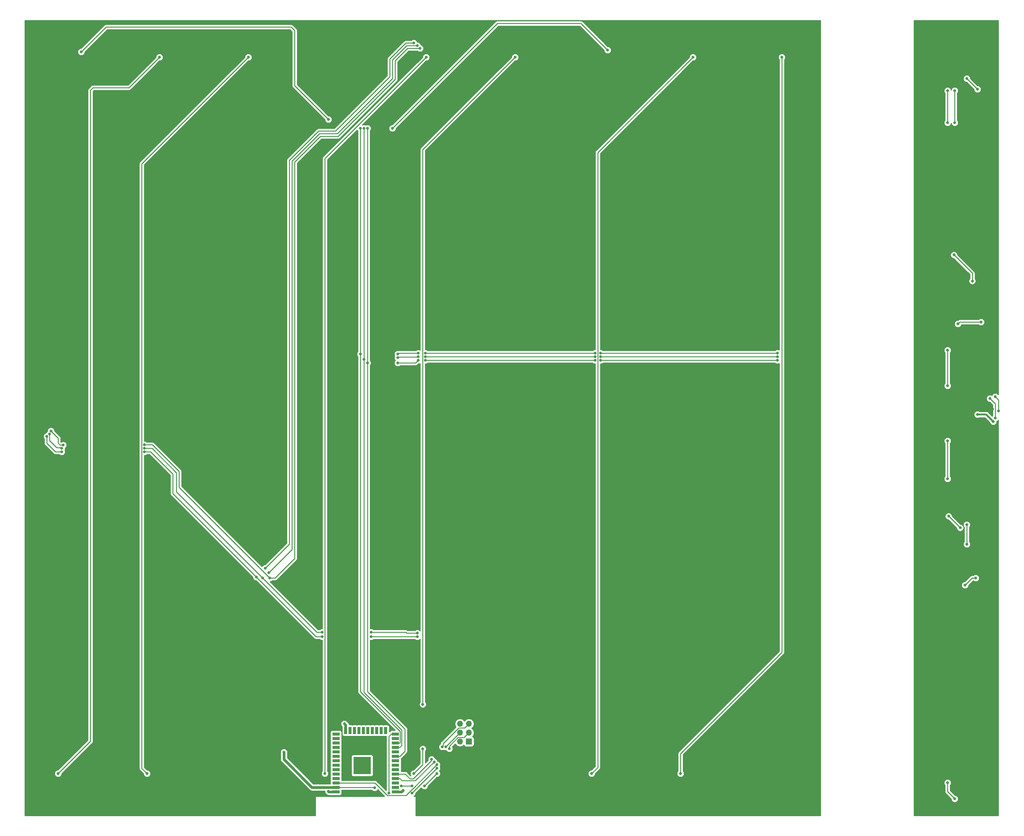
<source format=gbr>
G04 #@! TF.GenerationSoftware,KiCad,Pcbnew,(5.1.4)-1*
G04 #@! TF.CreationDate,2020-04-23T20:30:29-07:00*
G04 #@! TF.ProjectId,tetris,74657472-6973-42e6-9b69-6361645f7063,rev?*
G04 #@! TF.SameCoordinates,Original*
G04 #@! TF.FileFunction,Copper,L2,Bot*
G04 #@! TF.FilePolarity,Positive*
%FSLAX46Y46*%
G04 Gerber Fmt 4.6, Leading zero omitted, Abs format (unit mm)*
G04 Created by KiCad (PCBNEW (5.1.4)-1) date 2020-04-23 20:30:29*
%MOMM*%
%LPD*%
G04 APERTURE LIST*
%ADD10R,2.000000X0.900000*%
%ADD11R,0.900000X2.000000*%
%ADD12R,5.000000X5.000000*%
%ADD13O,1.700000X1.700000*%
%ADD14R,1.700000X1.700000*%
%ADD15C,0.800000*%
%ADD16C,0.762000*%
%ADD17C,0.508000*%
%ADD18C,0.254000*%
G04 APERTURE END LIST*
D10*
X119244000Y-233807000D03*
X119244000Y-232537000D03*
X119244000Y-231267000D03*
X119244000Y-229997000D03*
X119244000Y-228727000D03*
X119244000Y-227457000D03*
X119244000Y-226187000D03*
X119244000Y-224917000D03*
X119244000Y-223647000D03*
X119244000Y-222377000D03*
X119244000Y-221107000D03*
X119244000Y-219837000D03*
X119244000Y-218567000D03*
X119244000Y-217297000D03*
D11*
X116459000Y-216297000D03*
X115189000Y-216297000D03*
X113919000Y-216297000D03*
X112649000Y-216297000D03*
X111379000Y-216297000D03*
X110109000Y-216297000D03*
X108839000Y-216297000D03*
X107569000Y-216297000D03*
X106299000Y-216297000D03*
X105029000Y-216297000D03*
D10*
X102244000Y-217297000D03*
X102244000Y-218567000D03*
X102244000Y-219837000D03*
X102244000Y-221107000D03*
X102244000Y-222377000D03*
X102244000Y-223647000D03*
X102244000Y-224917000D03*
X102244000Y-226187000D03*
X102244000Y-227457000D03*
X102244000Y-228727000D03*
X102244000Y-229997000D03*
X102244000Y-231267000D03*
X102244000Y-232537000D03*
X102244000Y-233807000D03*
D12*
X109744000Y-226307000D03*
D13*
X137668000Y-214376000D03*
X140208000Y-214376000D03*
X137668000Y-216916000D03*
X140208000Y-216916000D03*
X137668000Y-219456000D03*
D14*
X140208000Y-219456000D03*
D15*
X274320000Y-49530000D03*
X274320000Y-74930000D03*
X274320000Y-100330000D03*
X274320000Y-125730000D03*
X274320000Y-151130000D03*
X274320000Y-176530000D03*
X274320000Y-201930000D03*
X274320000Y-227330000D03*
X121920000Y-227330000D03*
X20320000Y-227330000D03*
X147320000Y-227330000D03*
X172720000Y-227330000D03*
X223520000Y-227330000D03*
X45720000Y-227330000D03*
X71120000Y-227330000D03*
X96520000Y-227330000D03*
X198120000Y-227330000D03*
X121920000Y-201930000D03*
X20320000Y-201930000D03*
X147320000Y-201930000D03*
X172720000Y-201930000D03*
X223520000Y-201930000D03*
X45720000Y-201930000D03*
X71120000Y-201930000D03*
X96520000Y-201930000D03*
X198120000Y-201930000D03*
X121920000Y-176530000D03*
X20320000Y-176530000D03*
X147320000Y-176530000D03*
X172720000Y-176530000D03*
X223520000Y-176530000D03*
X45720000Y-176530000D03*
X71120000Y-176530000D03*
X96520000Y-176530000D03*
X198120000Y-176530000D03*
X121920000Y-151130000D03*
X20320000Y-151130000D03*
X147320000Y-151130000D03*
X172720000Y-151130000D03*
X223520000Y-151130000D03*
X45720000Y-151130000D03*
X71120000Y-151130000D03*
X96520000Y-151130000D03*
X198120000Y-151130000D03*
X121920000Y-125730000D03*
X20320000Y-125730000D03*
X147320000Y-125730000D03*
X172720000Y-125730000D03*
X223520000Y-125730000D03*
X45720000Y-125730000D03*
X71120000Y-125730000D03*
X96520000Y-125730000D03*
X198120000Y-125730000D03*
X121920000Y-100330000D03*
X20320000Y-100330000D03*
X147320000Y-100330000D03*
X172720000Y-100330000D03*
X223520000Y-100330000D03*
X45720000Y-100330000D03*
X71120000Y-100330000D03*
X96520000Y-100330000D03*
X198120000Y-100330000D03*
X121920000Y-74930000D03*
X20320000Y-74930000D03*
X147320000Y-74930000D03*
X172720000Y-74930000D03*
X223520000Y-74930000D03*
X45720000Y-74930000D03*
X71120000Y-74930000D03*
X96520000Y-74930000D03*
X198120000Y-74930000D03*
X121920000Y-49530000D03*
X20320000Y-49530000D03*
X147320000Y-49530000D03*
X172720000Y-49530000D03*
X223520000Y-49530000D03*
X45720000Y-49530000D03*
X71120000Y-49530000D03*
X96520000Y-49530000D03*
X198120000Y-49530000D03*
X223520000Y-24130000D03*
X198120000Y-24130000D03*
X172720000Y-24130000D03*
X147320000Y-24130000D03*
X121920000Y-24130000D03*
X96520000Y-24130000D03*
X71120000Y-24130000D03*
X45720000Y-24130000D03*
X20320000Y-24130000D03*
X84836000Y-211328000D03*
X14605000Y-124460000D03*
X129540000Y-15240000D03*
X236474000Y-124460000D03*
X274320000Y-24130000D03*
X281940000Y-239268000D03*
X281940000Y-15748000D03*
X284988000Y-129540000D03*
X289848990Y-124453473D03*
X100076000Y-233680000D03*
X104648000Y-214376000D03*
X121412000Y-233422970D03*
X289992957Y-127994905D03*
X285496000Y-125984000D03*
X109213926Y-44189926D03*
X100076000Y-41656000D03*
X29464000Y-22352000D03*
X109213926Y-108705926D03*
X125730000Y-108473987D03*
X127762000Y-108473987D03*
X176276000Y-108458000D03*
X177800000Y-108458000D03*
X228346000Y-108458000D03*
X119888000Y-108712000D03*
X22860000Y-228600000D03*
X51816000Y-23876000D03*
X48260000Y-228600000D03*
X77216000Y-23876000D03*
X110236000Y-44196000D03*
X110236000Y-110236000D03*
X125730000Y-109474000D03*
X127762000Y-109474000D03*
X176276000Y-109474000D03*
X177800000Y-109474000D03*
X228346000Y-109474000D03*
X119888000Y-109728000D03*
X286512000Y-99568000D03*
X279908000Y-100076000D03*
X290576000Y-120904000D03*
X291475000Y-124968000D03*
X282448000Y-29972000D03*
X285496000Y-33020000D03*
X99060000Y-228600000D03*
X128016000Y-23876000D03*
X124460000Y-228600000D03*
X153416000Y-23876000D03*
X127034999Y-221522999D03*
X127034999Y-208822999D03*
X111252000Y-44196000D03*
X179832000Y-21844000D03*
X125730000Y-110490000D03*
X127762000Y-110490000D03*
X176276000Y-110490000D03*
X177800000Y-110490000D03*
X228346000Y-110490000D03*
X118364000Y-44196000D03*
X119888000Y-111252000D03*
X111252000Y-111252000D03*
X289052000Y-121412000D03*
X290576000Y-127000000D03*
X284988000Y-172720000D03*
X281940000Y-174752000D03*
X279000000Y-42564000D03*
X279000000Y-33420000D03*
X175260000Y-228600000D03*
X204216000Y-23876000D03*
X200660000Y-228600000D03*
X229616000Y-23876000D03*
X87376000Y-222504000D03*
X113284000Y-232664000D03*
X120904000Y-232156000D03*
X123952000Y-232156000D03*
X127508000Y-232156000D03*
X97155000Y-232537000D03*
X131064000Y-228600000D03*
X131057926Y-226053926D03*
X132603987Y-220980000D03*
X129540000Y-224536000D03*
X133604000Y-220980000D03*
X130264598Y-225260598D03*
X134620000Y-221488000D03*
X117348000Y-234149980D03*
X123952000Y-234188000D03*
X131064000Y-227076000D03*
X47498000Y-134620000D03*
X24308863Y-134718587D03*
X83312000Y-172720000D03*
X126238000Y-21336000D03*
X20822952Y-130691008D03*
X278776000Y-80380000D03*
X284022990Y-87833010D03*
X125476000Y-188468000D03*
X98298000Y-188214000D03*
X47498000Y-135636000D03*
X23879023Y-135636000D03*
X81280000Y-172720000D03*
X83058000Y-171196000D03*
X125476000Y-20574000D03*
X112268000Y-188214000D03*
X20390216Y-131592542D03*
X277252000Y-155056000D03*
X280554000Y-158358000D03*
X125476000Y-189484000D03*
X98298000Y-189484000D03*
X47498000Y-136652000D03*
X23876000Y-136652000D03*
X79502000Y-172466000D03*
X82042000Y-169926000D03*
X124460000Y-19812000D03*
X112268000Y-189484000D03*
X19629921Y-132242138D03*
X282448000Y-157480000D03*
X282448000Y-163068000D03*
X276950000Y-231230000D03*
X279000000Y-235820000D03*
X276950000Y-33438000D03*
X276950000Y-42582000D03*
X276950000Y-107606000D03*
X276950000Y-117766000D03*
X276950000Y-133514000D03*
X276950000Y-144362000D03*
D16*
X102244000Y-233807000D02*
X100203000Y-233807000D01*
X100203000Y-233807000D02*
X100076000Y-233680000D01*
X105029000Y-216297000D02*
X105029000Y-214757000D01*
X105029000Y-214757000D02*
X104648000Y-214376000D01*
X119244000Y-233807000D02*
X121027970Y-233807000D01*
X121027970Y-233807000D02*
X121412000Y-233422970D01*
D17*
X289992957Y-127994905D02*
X287982052Y-125984000D01*
X287982052Y-125984000D02*
X285496000Y-125984000D01*
D18*
X109213926Y-44755611D02*
X109213926Y-44189926D01*
X120571001Y-219763999D02*
X120571001Y-216583001D01*
X120498000Y-219837000D02*
X120571001Y-219763999D01*
X120571001Y-216583001D02*
X109213926Y-205225926D01*
X119244000Y-219837000D02*
X120498000Y-219837000D01*
X100076000Y-41656000D02*
X90424000Y-32004000D01*
X90424000Y-32004000D02*
X90424000Y-16256000D01*
X90424000Y-16256000D02*
X89408000Y-15240000D01*
X89408000Y-15240000D02*
X36576000Y-15240000D01*
X36576000Y-15240000D02*
X29464000Y-22352000D01*
X109213926Y-205225926D02*
X109213926Y-108705926D01*
X109213926Y-108705926D02*
X109213926Y-44755611D01*
X125714013Y-108458000D02*
X125730000Y-108473987D01*
X127762000Y-108473987D02*
X176260013Y-108473987D01*
X176260013Y-108473987D02*
X176276000Y-108458000D01*
X201676000Y-108458000D02*
X228346000Y-108458000D01*
X177800000Y-108458000D02*
X201676000Y-108458000D01*
X201676000Y-108458000D02*
X201930000Y-108458000D01*
X125730000Y-108473987D02*
X120126013Y-108473987D01*
X120126013Y-108473987D02*
X119888000Y-108712000D01*
X32111980Y-33285952D02*
X32111980Y-219348020D01*
X23259999Y-228200001D02*
X22860000Y-228600000D01*
X32111980Y-219348020D02*
X23259999Y-228200001D01*
X32831943Y-32565989D02*
X32111980Y-33285952D01*
X43126011Y-32565989D02*
X32831943Y-32565989D01*
X51816000Y-23876000D02*
X43126011Y-32565989D01*
X77216000Y-23876000D02*
X46770998Y-54321002D01*
X46770998Y-54321002D02*
X46770998Y-227110998D01*
X47860001Y-228200001D02*
X48260000Y-228600000D01*
X46770998Y-227110998D02*
X47860001Y-228200001D01*
X121025011Y-216155079D02*
X110236000Y-205366068D01*
X121025011Y-220579989D02*
X121025011Y-216155079D01*
X120498000Y-221107000D02*
X121025011Y-220579989D01*
X119244000Y-221107000D02*
X120498000Y-221107000D01*
X110236000Y-44761685D02*
X110236000Y-44196000D01*
X110236000Y-205366068D02*
X110236000Y-110236000D01*
X110236000Y-110236000D02*
X110236000Y-44761685D01*
X125676010Y-109527990D02*
X125730000Y-109474000D01*
X120957990Y-109527990D02*
X125676010Y-109527990D01*
X127762000Y-109474000D02*
X176276000Y-109474000D01*
X177800000Y-109474000D02*
X228346000Y-109474000D01*
X120088010Y-109527990D02*
X119888000Y-109728000D01*
X120957990Y-109527990D02*
X120088010Y-109527990D01*
X286512000Y-99568000D02*
X280416000Y-99568000D01*
X280416000Y-99568000D02*
X279908000Y-100076000D01*
X291475000Y-121803000D02*
X291475000Y-124968000D01*
X290576000Y-120904000D02*
X291475000Y-121803000D01*
X282448000Y-29972000D02*
X285496000Y-33020000D01*
X99060000Y-52832000D02*
X99060000Y-228600000D01*
X114427000Y-37465000D02*
X99060000Y-52832000D01*
X128016000Y-23876000D02*
X114427000Y-37465000D01*
X153416000Y-23876000D02*
X127034999Y-50257001D01*
X124859999Y-228200001D02*
X124460000Y-228600000D01*
X127034999Y-226025001D02*
X124859999Y-228200001D01*
X127034999Y-221453001D02*
X127034999Y-221522999D01*
X127034999Y-221522999D02*
X127034999Y-226025001D01*
X127034999Y-208753001D02*
X127034999Y-208822999D01*
X127034999Y-50257001D02*
X127034999Y-208753001D01*
X111252000Y-205232000D02*
X121920000Y-215900000D01*
X120498000Y-223647000D02*
X119244000Y-223647000D01*
X121920000Y-222225000D02*
X120498000Y-223647000D01*
X121920000Y-215900000D02*
X121920000Y-222225000D01*
X111252000Y-44196000D02*
X111252000Y-109347000D01*
X111252000Y-109347000D02*
X111252000Y-111252000D01*
X111252000Y-111252000D02*
X111252000Y-205232000D01*
X127762000Y-110490000D02*
X176276000Y-110490000D01*
X177800000Y-110490000D02*
X228346000Y-110490000D01*
X172212000Y-14224000D02*
X179832000Y-21844000D01*
X118364000Y-44196000D02*
X148336000Y-14224000D01*
X148336000Y-14224000D02*
X172212000Y-14224000D01*
X124968000Y-111252000D02*
X125330001Y-110889999D01*
X125330001Y-110889999D02*
X125730000Y-110490000D01*
X124968000Y-111252000D02*
X119888000Y-111252000D01*
X290576000Y-122936000D02*
X290576000Y-127000000D01*
X289052000Y-121412000D02*
X290576000Y-122936000D01*
X284988000Y-172720000D02*
X283972000Y-172720000D01*
X283972000Y-172720000D02*
X281940000Y-174752000D01*
X279000000Y-33985685D02*
X279000000Y-42564000D01*
X279000000Y-33420000D02*
X279000000Y-33985685D01*
X177003002Y-226856998D02*
X175659999Y-228200001D01*
X175659999Y-228200001D02*
X175260000Y-228600000D01*
X177003002Y-51088998D02*
X177003002Y-226856998D01*
X204216000Y-23876000D02*
X177003002Y-51088998D01*
X229616000Y-23876000D02*
X229616000Y-193921932D01*
X229616000Y-193921932D02*
X200660000Y-222877932D01*
X200660000Y-228034315D02*
X200660000Y-228600000D01*
X200660000Y-222877932D02*
X200660000Y-228034315D01*
D16*
X87376000Y-222504000D02*
X87376000Y-224536000D01*
X87376000Y-224536000D02*
X95377000Y-232537000D01*
D18*
X102244000Y-232537000D02*
X113157000Y-232537000D01*
X113157000Y-232537000D02*
X113284000Y-232664000D01*
X120904000Y-232156000D02*
X123952000Y-232156000D01*
D16*
X95377000Y-232537000D02*
X97155000Y-232537000D01*
X97155000Y-232537000D02*
X102244000Y-232537000D01*
D18*
X127508000Y-232156000D02*
X131064000Y-228600000D01*
X124228850Y-232883002D02*
X124300962Y-232883002D01*
X102244000Y-231267000D02*
X113351036Y-231267000D01*
X124300962Y-232883002D02*
X130336999Y-226846965D01*
X130336999Y-226846965D02*
X130336999Y-226774853D01*
X122234862Y-234876990D02*
X124228850Y-232883002D01*
X116961026Y-234876990D02*
X122234862Y-234876990D01*
X113351036Y-231267000D02*
X116961026Y-234876990D01*
X130336999Y-226774853D02*
X131057926Y-226053926D01*
X132827166Y-220980000D02*
X132603987Y-220980000D01*
X132827166Y-220414315D02*
X132827166Y-220980000D01*
X137289037Y-215553001D02*
X132827166Y-220014872D01*
X139030999Y-215553001D02*
X137289037Y-215553001D01*
X132827166Y-220014872D02*
X132827166Y-220414315D01*
X140208000Y-214376000D02*
X139030999Y-215553001D01*
X119244000Y-228727000D02*
X122047000Y-228727000D01*
X133554167Y-221029833D02*
X136818001Y-217765999D01*
X136818001Y-217765999D02*
X137668000Y-216916000D01*
X123444000Y-230124000D02*
X124325234Y-230124000D01*
X122047000Y-228727000D02*
X123444000Y-230124000D01*
X129472617Y-224603383D02*
X129540000Y-224536000D01*
X129472617Y-224976617D02*
X129472617Y-224603383D01*
X124325234Y-230124000D02*
X129472617Y-224976617D01*
X133554167Y-221029833D02*
X133604000Y-220980000D01*
X119244000Y-229997000D02*
X120498000Y-229997000D01*
X120498000Y-229997000D02*
X121133000Y-230632000D01*
X121133000Y-230632000D02*
X124893196Y-230632000D01*
X124893196Y-230632000D02*
X130264598Y-225260598D01*
X139358001Y-217765999D02*
X140208000Y-216916000D01*
X138845001Y-218278999D02*
X139358001Y-217765999D01*
X137103039Y-218278999D02*
X138845001Y-218278999D01*
X134620000Y-220762038D02*
X137103039Y-218278999D01*
X134620000Y-221488000D02*
X134620000Y-220762038D01*
X117990000Y-217297000D02*
X117348000Y-217939000D01*
X119244000Y-217297000D02*
X117990000Y-217297000D01*
X117348000Y-217939000D02*
X117348000Y-233172000D01*
X117348000Y-233172000D02*
X117348000Y-234149980D01*
X123952000Y-234188000D02*
X131064000Y-227076000D01*
X49784000Y-134620000D02*
X47498000Y-134620000D01*
X57404000Y-142240000D02*
X49784000Y-134620000D01*
X83312000Y-172720000D02*
X57404000Y-146812000D01*
X57404000Y-146812000D02*
X57404000Y-142240000D01*
X83312000Y-172720000D02*
X84836000Y-172720000D01*
X84836000Y-172720000D02*
X90424000Y-167132000D01*
X90424000Y-167132000D02*
X90424000Y-160020000D01*
X90424000Y-160020000D02*
X90424000Y-53848000D01*
X90424000Y-53848000D02*
X97790000Y-46482000D01*
X97790000Y-46482000D02*
X102870000Y-46482000D01*
X102870000Y-46482000D02*
X117602000Y-31750000D01*
X117602000Y-31750000D02*
X118618000Y-30734000D01*
X118618000Y-30734000D02*
X119126000Y-30226000D01*
X119126000Y-30226000D02*
X119126000Y-24892000D01*
X119126000Y-24892000D02*
X122682000Y-21336000D01*
X122682000Y-21336000D02*
X126238000Y-21336000D01*
X22879022Y-132747078D02*
X20822952Y-130691008D01*
X22879022Y-134183718D02*
X22879022Y-132747078D01*
X24308863Y-134718587D02*
X23413891Y-134718587D01*
X23413891Y-134718587D02*
X22879022Y-134183718D01*
X284022990Y-85626990D02*
X278776000Y-80380000D01*
X284022990Y-87833010D02*
X284022990Y-85626990D01*
X125476000Y-188468000D02*
X122428000Y-188468000D01*
X98298000Y-188214000D02*
X96774000Y-188214000D01*
X47498000Y-135636000D02*
X49664068Y-135636000D01*
X49664068Y-135636000D02*
X56648074Y-142620006D01*
X22425011Y-135450872D02*
X23693895Y-135450872D01*
X23693895Y-135450872D02*
X23879023Y-135636000D01*
X58420000Y-149860000D02*
X56648074Y-148088074D01*
X56648074Y-142620006D02*
X56648074Y-148088074D01*
X96774000Y-188214000D02*
X81280000Y-172720000D01*
X81280000Y-172720000D02*
X58420000Y-149860000D01*
X83058000Y-171196000D02*
X83457999Y-170796001D01*
X83457999Y-170796001D02*
X89662000Y-164592000D01*
X89662000Y-164592000D02*
X89662000Y-160020000D01*
X89662000Y-160020000D02*
X89662000Y-53594000D01*
X89662000Y-53594000D02*
X97536000Y-45720000D01*
X97536000Y-45720000D02*
X101600000Y-45720000D01*
X101600000Y-45720000D02*
X102616000Y-45720000D01*
X102616000Y-45720000D02*
X114808000Y-33528000D01*
X114808000Y-33528000D02*
X118364000Y-29972000D01*
X118364000Y-29972000D02*
X118364000Y-25146000D01*
X118364000Y-25146000D02*
X118364000Y-24638000D01*
X118364000Y-24638000D02*
X122428000Y-20574000D01*
X122428000Y-20574000D02*
X125476000Y-20574000D01*
X122174000Y-188214000D02*
X122428000Y-188468000D01*
X112268000Y-188214000D02*
X122174000Y-188214000D01*
X20390216Y-133416077D02*
X22425011Y-135450872D01*
X20390216Y-131592542D02*
X20390216Y-133416077D01*
X277252000Y-155056000D02*
X280554000Y-158358000D01*
X125476000Y-189484000D02*
X122428000Y-189484000D01*
X55626000Y-144526000D02*
X55626000Y-143002000D01*
X55626000Y-143002000D02*
X49276000Y-136652000D01*
X49276000Y-136652000D02*
X47498000Y-136652000D01*
X23876000Y-136652000D02*
X22098000Y-136652000D01*
X58420000Y-151384000D02*
X55626000Y-148590000D01*
X98298000Y-189484000D02*
X96520000Y-189484000D01*
X55626000Y-148590000D02*
X55626000Y-144526000D01*
X96520000Y-189484000D02*
X79502000Y-172466000D01*
X79502000Y-172466000D02*
X58420000Y-151384000D01*
X82042000Y-169926000D02*
X88900000Y-163068000D01*
X88900000Y-163068000D02*
X88900000Y-160020000D01*
X88900000Y-160020000D02*
X88900000Y-53340000D01*
X88900000Y-53340000D02*
X97282000Y-44958000D01*
X97282000Y-44958000D02*
X102108000Y-44958000D01*
X102108000Y-44958000D02*
X117602000Y-29464000D01*
X117602000Y-29464000D02*
X117602000Y-24384000D01*
X117602000Y-24384000D02*
X122174000Y-19812000D01*
X122174000Y-19812000D02*
X124460000Y-19812000D01*
X122428000Y-189484000D02*
X112268000Y-189484000D01*
X19629921Y-134183921D02*
X22098000Y-136652000D01*
X19629921Y-132242138D02*
X19629921Y-134183921D01*
X282448000Y-157480000D02*
X282448000Y-163068000D01*
X276950000Y-233770000D02*
X279000000Y-235820000D01*
X276950000Y-231230000D02*
X276950000Y-233770000D01*
X276950000Y-34003685D02*
X276950000Y-42582000D01*
X276950000Y-33438000D02*
X276950000Y-34003685D01*
X276950000Y-117766000D02*
X276950000Y-107606000D01*
X276950000Y-134079685D02*
X276950000Y-144362000D01*
X276950000Y-133514000D02*
X276950000Y-134079685D01*
G36*
X240640001Y-240640000D02*
G01*
X125095000Y-240640000D01*
X125095000Y-235204000D01*
X125092560Y-235179224D01*
X125085333Y-235155399D01*
X125073597Y-235133443D01*
X125057803Y-235114197D01*
X125038557Y-235098403D01*
X125016601Y-235086667D01*
X124992776Y-235079440D01*
X124968000Y-235077000D01*
X124484468Y-235077000D01*
X124611774Y-234991937D01*
X124755937Y-234847774D01*
X124869205Y-234678256D01*
X124947226Y-234489898D01*
X124987000Y-234289939D01*
X124987000Y-234230630D01*
X126585107Y-232632524D01*
X126590795Y-232646256D01*
X126704063Y-232815774D01*
X126848226Y-232959937D01*
X127017744Y-233073205D01*
X127206102Y-233151226D01*
X127406061Y-233191000D01*
X127609939Y-233191000D01*
X127809898Y-233151226D01*
X127998256Y-233073205D01*
X128167774Y-232959937D01*
X128311937Y-232815774D01*
X128425205Y-232646256D01*
X128503226Y-232457898D01*
X128543000Y-232257939D01*
X128543000Y-232198630D01*
X131106631Y-229635000D01*
X131165939Y-229635000D01*
X131365898Y-229595226D01*
X131554256Y-229517205D01*
X131723774Y-229403937D01*
X131867937Y-229259774D01*
X131981205Y-229090256D01*
X132059226Y-228901898D01*
X132099000Y-228701939D01*
X132099000Y-228498061D01*
X132059226Y-228298102D01*
X131981205Y-228109744D01*
X131867937Y-227940226D01*
X131765711Y-227838000D01*
X131867937Y-227735774D01*
X131981205Y-227566256D01*
X132059226Y-227377898D01*
X132099000Y-227177939D01*
X132099000Y-226974061D01*
X132059226Y-226774102D01*
X131981205Y-226585744D01*
X131964283Y-226560418D01*
X131975131Y-226544182D01*
X132053152Y-226355824D01*
X132092926Y-226155865D01*
X132092926Y-225951987D01*
X132053152Y-225752028D01*
X131975131Y-225563670D01*
X131861863Y-225394152D01*
X131717700Y-225249989D01*
X131548182Y-225136721D01*
X131359824Y-225058700D01*
X131276415Y-225042109D01*
X131259824Y-224958700D01*
X131181803Y-224770342D01*
X131068535Y-224600824D01*
X130924372Y-224456661D01*
X130754854Y-224343393D01*
X130566496Y-224265372D01*
X130540414Y-224260184D01*
X130535226Y-224234102D01*
X130457205Y-224045744D01*
X130343937Y-223876226D01*
X130199774Y-223732063D01*
X130030256Y-223618795D01*
X129841898Y-223540774D01*
X129641939Y-223501000D01*
X129438061Y-223501000D01*
X129238102Y-223540774D01*
X129049744Y-223618795D01*
X128880226Y-223732063D01*
X128736063Y-223876226D01*
X128622795Y-224045744D01*
X128544774Y-224234102D01*
X128505000Y-224434061D01*
X128505000Y-224637939D01*
X128542938Y-224828666D01*
X127796999Y-225574604D01*
X127796999Y-222224710D01*
X127838936Y-222182773D01*
X127952204Y-222013255D01*
X128030225Y-221824897D01*
X128069999Y-221624938D01*
X128069999Y-221421060D01*
X128030225Y-221221101D01*
X127952204Y-221032743D01*
X127848850Y-220878061D01*
X131568987Y-220878061D01*
X131568987Y-221081939D01*
X131608761Y-221281898D01*
X131686782Y-221470256D01*
X131800050Y-221639774D01*
X131944213Y-221783937D01*
X132113731Y-221897205D01*
X132302089Y-221975226D01*
X132502048Y-222015000D01*
X132705926Y-222015000D01*
X132905885Y-221975226D01*
X133094243Y-221897205D01*
X133103994Y-221890690D01*
X133113744Y-221897205D01*
X133302102Y-221975226D01*
X133502061Y-222015000D01*
X133705939Y-222015000D01*
X133724835Y-222011241D01*
X133816063Y-222147774D01*
X133960226Y-222291937D01*
X134129744Y-222405205D01*
X134318102Y-222483226D01*
X134518061Y-222523000D01*
X134721939Y-222523000D01*
X134921898Y-222483226D01*
X135110256Y-222405205D01*
X135279774Y-222291937D01*
X135423937Y-222147774D01*
X135537205Y-221978256D01*
X135615226Y-221789898D01*
X135655000Y-221589939D01*
X135655000Y-221386061D01*
X135615226Y-221186102D01*
X135537205Y-220997744D01*
X135507052Y-220952616D01*
X136339293Y-220120375D01*
X136427294Y-220285014D01*
X136612866Y-220511134D01*
X136838986Y-220696706D01*
X137096966Y-220834599D01*
X137376889Y-220919513D01*
X137595050Y-220941000D01*
X137740950Y-220941000D01*
X137959111Y-220919513D01*
X138239034Y-220834599D01*
X138497014Y-220696706D01*
X138723134Y-220511134D01*
X138747607Y-220481313D01*
X138768498Y-220550180D01*
X138827463Y-220660494D01*
X138906815Y-220757185D01*
X139003506Y-220836537D01*
X139113820Y-220895502D01*
X139233518Y-220931812D01*
X139358000Y-220944072D01*
X141058000Y-220944072D01*
X141182482Y-220931812D01*
X141302180Y-220895502D01*
X141412494Y-220836537D01*
X141509185Y-220757185D01*
X141588537Y-220660494D01*
X141647502Y-220550180D01*
X141683812Y-220430482D01*
X141696072Y-220306000D01*
X141696072Y-218606000D01*
X141683812Y-218481518D01*
X141647502Y-218361820D01*
X141588537Y-218251506D01*
X141509185Y-218154815D01*
X141412494Y-218075463D01*
X141302180Y-218016498D01*
X141233313Y-217995607D01*
X141263134Y-217971134D01*
X141448706Y-217745014D01*
X141586599Y-217487034D01*
X141671513Y-217207111D01*
X141700185Y-216916000D01*
X141671513Y-216624889D01*
X141586599Y-216344966D01*
X141448706Y-216086986D01*
X141263134Y-215860866D01*
X141037014Y-215675294D01*
X140982209Y-215646000D01*
X141037014Y-215616706D01*
X141263134Y-215431134D01*
X141448706Y-215205014D01*
X141586599Y-214947034D01*
X141671513Y-214667111D01*
X141700185Y-214376000D01*
X141671513Y-214084889D01*
X141586599Y-213804966D01*
X141448706Y-213546986D01*
X141263134Y-213320866D01*
X141037014Y-213135294D01*
X140779034Y-212997401D01*
X140499111Y-212912487D01*
X140280950Y-212891000D01*
X140135050Y-212891000D01*
X139916889Y-212912487D01*
X139636966Y-212997401D01*
X139378986Y-213135294D01*
X139152866Y-213320866D01*
X138967294Y-213546986D01*
X138938000Y-213601791D01*
X138908706Y-213546986D01*
X138723134Y-213320866D01*
X138497014Y-213135294D01*
X138239034Y-212997401D01*
X137959111Y-212912487D01*
X137740950Y-212891000D01*
X137595050Y-212891000D01*
X137376889Y-212912487D01*
X137096966Y-212997401D01*
X136838986Y-213135294D01*
X136612866Y-213320866D01*
X136427294Y-213546986D01*
X136289401Y-213804966D01*
X136204487Y-214084889D01*
X136175815Y-214376000D01*
X136204487Y-214667111D01*
X136289401Y-214947034D01*
X136427294Y-215205014D01*
X136486838Y-215277569D01*
X132314820Y-219449588D01*
X132285744Y-219473450D01*
X132230149Y-219541194D01*
X132190521Y-219589480D01*
X132181423Y-219606502D01*
X132119764Y-219721858D01*
X132076192Y-219865495D01*
X132068525Y-219943345D01*
X132061480Y-220014872D01*
X132065166Y-220052295D01*
X132065166Y-220095245D01*
X131944213Y-220176063D01*
X131800050Y-220320226D01*
X131686782Y-220489744D01*
X131608761Y-220678102D01*
X131568987Y-220878061D01*
X127848850Y-220878061D01*
X127838936Y-220863225D01*
X127694773Y-220719062D01*
X127525255Y-220605794D01*
X127336897Y-220527773D01*
X127136938Y-220487999D01*
X126933060Y-220487999D01*
X126733101Y-220527773D01*
X126544743Y-220605794D01*
X126375225Y-220719062D01*
X126231062Y-220863225D01*
X126117794Y-221032743D01*
X126039773Y-221221101D01*
X125999999Y-221421060D01*
X125999999Y-221624938D01*
X126039773Y-221824897D01*
X126117794Y-222013255D01*
X126231062Y-222182773D01*
X126272999Y-222224710D01*
X126273000Y-225709369D01*
X124417370Y-227565000D01*
X124358061Y-227565000D01*
X124158102Y-227604774D01*
X123969744Y-227682795D01*
X123800226Y-227796063D01*
X123656063Y-227940226D01*
X123542795Y-228109744D01*
X123464774Y-228298102D01*
X123425000Y-228498061D01*
X123425000Y-228701939D01*
X123464774Y-228901898D01*
X123542795Y-229090256D01*
X123653361Y-229255730D01*
X122612284Y-228214654D01*
X122588422Y-228185578D01*
X122472392Y-228090355D01*
X122340015Y-228019598D01*
X122196378Y-227976026D01*
X122084426Y-227965000D01*
X122084423Y-227965000D01*
X122047000Y-227961314D01*
X122009577Y-227965000D01*
X120876360Y-227965000D01*
X120882072Y-227907000D01*
X120882072Y-227007000D01*
X120869812Y-226882518D01*
X120851454Y-226822000D01*
X120869812Y-226761482D01*
X120882072Y-226637000D01*
X120882072Y-225737000D01*
X120869812Y-225612518D01*
X120851454Y-225552000D01*
X120869812Y-225491482D01*
X120882072Y-225367000D01*
X120882072Y-224467000D01*
X120869812Y-224342518D01*
X120861920Y-224316502D01*
X120923392Y-224283645D01*
X121039422Y-224188422D01*
X121063284Y-224159346D01*
X122432346Y-222790284D01*
X122461422Y-222766422D01*
X122543456Y-222666463D01*
X122556645Y-222650393D01*
X122598980Y-222571188D01*
X122627402Y-222518015D01*
X122670974Y-222374378D01*
X122682000Y-222262426D01*
X122682000Y-222262423D01*
X122685686Y-222225000D01*
X122682000Y-222187577D01*
X122682000Y-215937422D01*
X122685686Y-215899999D01*
X122681950Y-215862064D01*
X122670974Y-215750622D01*
X122627402Y-215606985D01*
X122556645Y-215474608D01*
X122461422Y-215358578D01*
X122432353Y-215334722D01*
X112014000Y-204916370D01*
X112014000Y-190488753D01*
X112166061Y-190519000D01*
X112369939Y-190519000D01*
X112569898Y-190479226D01*
X112758256Y-190401205D01*
X112927774Y-190287937D01*
X112969711Y-190246000D01*
X124774289Y-190246000D01*
X124816226Y-190287937D01*
X124985744Y-190401205D01*
X125174102Y-190479226D01*
X125374061Y-190519000D01*
X125577939Y-190519000D01*
X125777898Y-190479226D01*
X125966256Y-190401205D01*
X126135774Y-190287937D01*
X126273000Y-190150711D01*
X126273000Y-208121287D01*
X126231062Y-208163225D01*
X126117794Y-208332743D01*
X126039773Y-208521101D01*
X125999999Y-208721060D01*
X125999999Y-208924938D01*
X126039773Y-209124897D01*
X126117794Y-209313255D01*
X126231062Y-209482773D01*
X126375225Y-209626936D01*
X126544743Y-209740204D01*
X126733101Y-209818225D01*
X126933060Y-209857999D01*
X127136938Y-209857999D01*
X127336897Y-209818225D01*
X127525255Y-209740204D01*
X127694773Y-209626936D01*
X127838936Y-209482773D01*
X127952204Y-209313255D01*
X128030225Y-209124897D01*
X128069999Y-208924938D01*
X128069999Y-208721060D01*
X128030225Y-208521101D01*
X127952204Y-208332743D01*
X127838936Y-208163225D01*
X127796999Y-208121288D01*
X127796999Y-111525000D01*
X127863939Y-111525000D01*
X128063898Y-111485226D01*
X128252256Y-111407205D01*
X128421774Y-111293937D01*
X128463711Y-111252000D01*
X175574289Y-111252000D01*
X175616226Y-111293937D01*
X175785744Y-111407205D01*
X175974102Y-111485226D01*
X176174061Y-111525000D01*
X176241002Y-111525000D01*
X176241003Y-226541366D01*
X175217370Y-227565000D01*
X175158061Y-227565000D01*
X174958102Y-227604774D01*
X174769744Y-227682795D01*
X174600226Y-227796063D01*
X174456063Y-227940226D01*
X174342795Y-228109744D01*
X174264774Y-228298102D01*
X174225000Y-228498061D01*
X174225000Y-228701939D01*
X174264774Y-228901898D01*
X174342795Y-229090256D01*
X174456063Y-229259774D01*
X174600226Y-229403937D01*
X174769744Y-229517205D01*
X174958102Y-229595226D01*
X175158061Y-229635000D01*
X175361939Y-229635000D01*
X175561898Y-229595226D01*
X175750256Y-229517205D01*
X175919774Y-229403937D01*
X176063937Y-229259774D01*
X176177205Y-229090256D01*
X176255226Y-228901898D01*
X176295000Y-228701939D01*
X176295000Y-228642630D01*
X177515354Y-227422277D01*
X177544424Y-227398420D01*
X177639647Y-227282390D01*
X177710404Y-227150013D01*
X177753976Y-227006376D01*
X177765002Y-226894424D01*
X177765002Y-226894422D01*
X177768688Y-226856999D01*
X177765002Y-226819576D01*
X177765002Y-111525000D01*
X177901939Y-111525000D01*
X178101898Y-111485226D01*
X178290256Y-111407205D01*
X178459774Y-111293937D01*
X178501711Y-111252000D01*
X227644289Y-111252000D01*
X227686226Y-111293937D01*
X227855744Y-111407205D01*
X228044102Y-111485226D01*
X228244061Y-111525000D01*
X228447939Y-111525000D01*
X228647898Y-111485226D01*
X228836256Y-111407205D01*
X228854001Y-111395349D01*
X228854001Y-193606300D01*
X200147654Y-222312648D01*
X200118578Y-222336510D01*
X200064782Y-222402061D01*
X200023355Y-222452540D01*
X199988358Y-222518015D01*
X199952598Y-222584918D01*
X199909026Y-222728555D01*
X199898000Y-222840506D01*
X199894314Y-222877932D01*
X199898000Y-222915355D01*
X199898001Y-227898288D01*
X199856063Y-227940226D01*
X199742795Y-228109744D01*
X199664774Y-228298102D01*
X199625000Y-228498061D01*
X199625000Y-228701939D01*
X199664774Y-228901898D01*
X199742795Y-229090256D01*
X199856063Y-229259774D01*
X200000226Y-229403937D01*
X200169744Y-229517205D01*
X200358102Y-229595226D01*
X200558061Y-229635000D01*
X200761939Y-229635000D01*
X200961898Y-229595226D01*
X201150256Y-229517205D01*
X201319774Y-229403937D01*
X201463937Y-229259774D01*
X201577205Y-229090256D01*
X201655226Y-228901898D01*
X201695000Y-228701939D01*
X201695000Y-228498061D01*
X201655226Y-228298102D01*
X201577205Y-228109744D01*
X201463937Y-227940226D01*
X201422000Y-227898289D01*
X201422000Y-223193562D01*
X230128352Y-194487211D01*
X230157422Y-194463354D01*
X230184772Y-194430028D01*
X230252645Y-194347325D01*
X230323401Y-194214948D01*
X230323402Y-194214947D01*
X230366974Y-194071310D01*
X230378000Y-193959358D01*
X230378000Y-193959355D01*
X230381686Y-193921932D01*
X230378000Y-193884509D01*
X230378000Y-24577711D01*
X230419937Y-24535774D01*
X230533205Y-24366256D01*
X230611226Y-24177898D01*
X230651000Y-23977939D01*
X230651000Y-23774061D01*
X230611226Y-23574102D01*
X230533205Y-23385744D01*
X230419937Y-23216226D01*
X230275774Y-23072063D01*
X230106256Y-22958795D01*
X229917898Y-22880774D01*
X229717939Y-22841000D01*
X229514061Y-22841000D01*
X229314102Y-22880774D01*
X229125744Y-22958795D01*
X228956226Y-23072063D01*
X228812063Y-23216226D01*
X228698795Y-23385744D01*
X228620774Y-23574102D01*
X228581000Y-23774061D01*
X228581000Y-23977939D01*
X228620774Y-24177898D01*
X228698795Y-24366256D01*
X228812063Y-24535774D01*
X228854000Y-24577711D01*
X228854000Y-107552651D01*
X228836256Y-107540795D01*
X228647898Y-107462774D01*
X228447939Y-107423000D01*
X228244061Y-107423000D01*
X228044102Y-107462774D01*
X227855744Y-107540795D01*
X227686226Y-107654063D01*
X227644289Y-107696000D01*
X178501711Y-107696000D01*
X178459774Y-107654063D01*
X178290256Y-107540795D01*
X178101898Y-107462774D01*
X177901939Y-107423000D01*
X177765002Y-107423000D01*
X177765002Y-51404628D01*
X204258631Y-24911000D01*
X204317939Y-24911000D01*
X204517898Y-24871226D01*
X204706256Y-24793205D01*
X204875774Y-24679937D01*
X205019937Y-24535774D01*
X205133205Y-24366256D01*
X205211226Y-24177898D01*
X205251000Y-23977939D01*
X205251000Y-23774061D01*
X205211226Y-23574102D01*
X205133205Y-23385744D01*
X205019937Y-23216226D01*
X204875774Y-23072063D01*
X204706256Y-22958795D01*
X204517898Y-22880774D01*
X204317939Y-22841000D01*
X204114061Y-22841000D01*
X203914102Y-22880774D01*
X203725744Y-22958795D01*
X203556226Y-23072063D01*
X203412063Y-23216226D01*
X203298795Y-23385744D01*
X203220774Y-23574102D01*
X203181000Y-23774061D01*
X203181000Y-23833369D01*
X176490656Y-50523714D01*
X176461580Y-50547576D01*
X176405985Y-50615320D01*
X176366357Y-50663606D01*
X176328537Y-50734363D01*
X176295600Y-50795984D01*
X176252028Y-50939621D01*
X176245296Y-51007974D01*
X176237316Y-51088998D01*
X176241002Y-51126421D01*
X176241002Y-107423000D01*
X176174061Y-107423000D01*
X175974102Y-107462774D01*
X175785744Y-107540795D01*
X175616226Y-107654063D01*
X175558302Y-107711987D01*
X128463711Y-107711987D01*
X128421774Y-107670050D01*
X128252256Y-107556782D01*
X128063898Y-107478761D01*
X127863939Y-107438987D01*
X127796999Y-107438987D01*
X127796999Y-50572631D01*
X153458631Y-24911000D01*
X153517939Y-24911000D01*
X153717898Y-24871226D01*
X153906256Y-24793205D01*
X154075774Y-24679937D01*
X154219937Y-24535774D01*
X154333205Y-24366256D01*
X154411226Y-24177898D01*
X154451000Y-23977939D01*
X154451000Y-23774061D01*
X154411226Y-23574102D01*
X154333205Y-23385744D01*
X154219937Y-23216226D01*
X154075774Y-23072063D01*
X153906256Y-22958795D01*
X153717898Y-22880774D01*
X153517939Y-22841000D01*
X153314061Y-22841000D01*
X153114102Y-22880774D01*
X152925744Y-22958795D01*
X152756226Y-23072063D01*
X152612063Y-23216226D01*
X152498795Y-23385744D01*
X152420774Y-23574102D01*
X152381000Y-23774061D01*
X152381000Y-23833369D01*
X126522653Y-49691717D01*
X126493577Y-49715579D01*
X126437982Y-49783323D01*
X126398354Y-49831609D01*
X126360534Y-49902366D01*
X126327597Y-49963987D01*
X126284025Y-50107624D01*
X126272999Y-50219575D01*
X126269313Y-50257001D01*
X126272999Y-50294424D01*
X126272999Y-107592024D01*
X126220256Y-107556782D01*
X126031898Y-107478761D01*
X125831939Y-107438987D01*
X125628061Y-107438987D01*
X125428102Y-107478761D01*
X125239744Y-107556782D01*
X125070226Y-107670050D01*
X125028289Y-107711987D01*
X120165832Y-107711987D01*
X119989939Y-107677000D01*
X119786061Y-107677000D01*
X119586102Y-107716774D01*
X119397744Y-107794795D01*
X119228226Y-107908063D01*
X119084063Y-108052226D01*
X118970795Y-108221744D01*
X118892774Y-108410102D01*
X118853000Y-108610061D01*
X118853000Y-108813939D01*
X118892774Y-109013898D01*
X118970795Y-109202256D01*
X118982651Y-109220000D01*
X118970795Y-109237744D01*
X118892774Y-109426102D01*
X118853000Y-109626061D01*
X118853000Y-109829939D01*
X118892774Y-110029898D01*
X118970795Y-110218256D01*
X119084063Y-110387774D01*
X119186289Y-110490000D01*
X119084063Y-110592226D01*
X118970795Y-110761744D01*
X118892774Y-110950102D01*
X118853000Y-111150061D01*
X118853000Y-111353939D01*
X118892774Y-111553898D01*
X118970795Y-111742256D01*
X119084063Y-111911774D01*
X119228226Y-112055937D01*
X119397744Y-112169205D01*
X119586102Y-112247226D01*
X119786061Y-112287000D01*
X119989939Y-112287000D01*
X120189898Y-112247226D01*
X120378256Y-112169205D01*
X120547774Y-112055937D01*
X120589711Y-112014000D01*
X124930577Y-112014000D01*
X124968000Y-112017686D01*
X125005423Y-112014000D01*
X125005426Y-112014000D01*
X125117378Y-112002974D01*
X125261015Y-111959402D01*
X125393392Y-111888645D01*
X125509422Y-111793422D01*
X125533284Y-111764345D01*
X125772629Y-111525000D01*
X125831939Y-111525000D01*
X126031898Y-111485226D01*
X126220256Y-111407205D01*
X126272999Y-111371963D01*
X126273000Y-187801289D01*
X126135774Y-187664063D01*
X125966256Y-187550795D01*
X125777898Y-187472774D01*
X125577939Y-187433000D01*
X125374061Y-187433000D01*
X125174102Y-187472774D01*
X124985744Y-187550795D01*
X124816226Y-187664063D01*
X124774289Y-187706000D01*
X122743630Y-187706000D01*
X122739284Y-187701654D01*
X122715422Y-187672578D01*
X122599392Y-187577355D01*
X122467015Y-187506598D01*
X122323378Y-187463026D01*
X122211426Y-187452000D01*
X122211423Y-187452000D01*
X122174000Y-187448314D01*
X122136577Y-187452000D01*
X112969711Y-187452000D01*
X112927774Y-187410063D01*
X112758256Y-187296795D01*
X112569898Y-187218774D01*
X112369939Y-187179000D01*
X112166061Y-187179000D01*
X112014000Y-187209247D01*
X112014000Y-111953711D01*
X112055937Y-111911774D01*
X112169205Y-111742256D01*
X112247226Y-111553898D01*
X112287000Y-111353939D01*
X112287000Y-111150061D01*
X112247226Y-110950102D01*
X112169205Y-110761744D01*
X112055937Y-110592226D01*
X112014000Y-110550289D01*
X112014000Y-44897711D01*
X112055937Y-44855774D01*
X112169205Y-44686256D01*
X112247226Y-44497898D01*
X112287000Y-44297939D01*
X112287000Y-44094061D01*
X117329000Y-44094061D01*
X117329000Y-44297939D01*
X117368774Y-44497898D01*
X117446795Y-44686256D01*
X117560063Y-44855774D01*
X117704226Y-44999937D01*
X117873744Y-45113205D01*
X118062102Y-45191226D01*
X118262061Y-45231000D01*
X118465939Y-45231000D01*
X118665898Y-45191226D01*
X118854256Y-45113205D01*
X119023774Y-44999937D01*
X119167937Y-44855774D01*
X119281205Y-44686256D01*
X119359226Y-44497898D01*
X119399000Y-44297939D01*
X119399000Y-44238630D01*
X148651631Y-14986000D01*
X171896370Y-14986000D01*
X178797000Y-21886631D01*
X178797000Y-21945939D01*
X178836774Y-22145898D01*
X178914795Y-22334256D01*
X179028063Y-22503774D01*
X179172226Y-22647937D01*
X179341744Y-22761205D01*
X179530102Y-22839226D01*
X179730061Y-22879000D01*
X179933939Y-22879000D01*
X180133898Y-22839226D01*
X180322256Y-22761205D01*
X180491774Y-22647937D01*
X180635937Y-22503774D01*
X180749205Y-22334256D01*
X180827226Y-22145898D01*
X180867000Y-21945939D01*
X180867000Y-21742061D01*
X180827226Y-21542102D01*
X180749205Y-21353744D01*
X180635937Y-21184226D01*
X180491774Y-21040063D01*
X180322256Y-20926795D01*
X180133898Y-20848774D01*
X179933939Y-20809000D01*
X179874631Y-20809000D01*
X172777284Y-13711654D01*
X172753422Y-13682578D01*
X172637392Y-13587355D01*
X172505015Y-13516598D01*
X172361378Y-13473026D01*
X172249426Y-13462000D01*
X172249423Y-13462000D01*
X172212000Y-13458314D01*
X172174577Y-13462000D01*
X148373423Y-13462000D01*
X148336000Y-13458314D01*
X148298577Y-13462000D01*
X148298574Y-13462000D01*
X148186622Y-13473026D01*
X148042985Y-13516598D01*
X147981364Y-13549535D01*
X147910607Y-13587355D01*
X147827904Y-13655228D01*
X147794578Y-13682578D01*
X147770721Y-13711648D01*
X118321370Y-43161000D01*
X118262061Y-43161000D01*
X118062102Y-43200774D01*
X117873744Y-43278795D01*
X117704226Y-43392063D01*
X117560063Y-43536226D01*
X117446795Y-43705744D01*
X117368774Y-43894102D01*
X117329000Y-44094061D01*
X112287000Y-44094061D01*
X112247226Y-43894102D01*
X112169205Y-43705744D01*
X112055937Y-43536226D01*
X111911774Y-43392063D01*
X111742256Y-43278795D01*
X111553898Y-43200774D01*
X111353939Y-43161000D01*
X111150061Y-43161000D01*
X110950102Y-43200774D01*
X110761744Y-43278795D01*
X110744000Y-43290651D01*
X110726256Y-43278795D01*
X110537898Y-43200774D01*
X110337939Y-43161000D01*
X110134061Y-43161000D01*
X109934102Y-43200774D01*
X109745744Y-43278795D01*
X109729508Y-43289643D01*
X109704182Y-43272721D01*
X109699040Y-43270591D01*
X114992279Y-37977352D01*
X114992284Y-37977346D01*
X128058631Y-24911000D01*
X128117939Y-24911000D01*
X128317898Y-24871226D01*
X128506256Y-24793205D01*
X128675774Y-24679937D01*
X128819937Y-24535774D01*
X128933205Y-24366256D01*
X129011226Y-24177898D01*
X129051000Y-23977939D01*
X129051000Y-23774061D01*
X129011226Y-23574102D01*
X128933205Y-23385744D01*
X128819937Y-23216226D01*
X128675774Y-23072063D01*
X128506256Y-22958795D01*
X128317898Y-22880774D01*
X128117939Y-22841000D01*
X127914061Y-22841000D01*
X127714102Y-22880774D01*
X127525744Y-22958795D01*
X127356226Y-23072063D01*
X127212063Y-23216226D01*
X127098795Y-23385744D01*
X127020774Y-23574102D01*
X126981000Y-23774061D01*
X126981000Y-23833369D01*
X113914654Y-36899716D01*
X113914648Y-36899721D01*
X98547654Y-52266716D01*
X98518578Y-52290578D01*
X98462983Y-52358322D01*
X98423355Y-52406608D01*
X98385535Y-52477365D01*
X98352598Y-52538986D01*
X98309026Y-52682623D01*
X98298000Y-52794574D01*
X98294314Y-52832000D01*
X98298000Y-52869423D01*
X98298001Y-187179000D01*
X98196061Y-187179000D01*
X97996102Y-187218774D01*
X97807744Y-187296795D01*
X97638226Y-187410063D01*
X97596289Y-187452000D01*
X97089631Y-187452000D01*
X83392630Y-173755000D01*
X83413939Y-173755000D01*
X83613898Y-173715226D01*
X83802256Y-173637205D01*
X83971774Y-173523937D01*
X84013711Y-173482000D01*
X84798577Y-173482000D01*
X84836000Y-173485686D01*
X84873423Y-173482000D01*
X84873426Y-173482000D01*
X84985378Y-173470974D01*
X85129015Y-173427402D01*
X85261392Y-173356645D01*
X85377422Y-173261422D01*
X85401284Y-173232346D01*
X90936353Y-167697278D01*
X90965422Y-167673422D01*
X91060645Y-167557392D01*
X91131402Y-167425015D01*
X91174974Y-167281378D01*
X91186000Y-167169426D01*
X91186000Y-167169424D01*
X91189686Y-167132001D01*
X91186000Y-167094578D01*
X91186000Y-54163630D01*
X98105631Y-47244000D01*
X102832577Y-47244000D01*
X102870000Y-47247686D01*
X102907423Y-47244000D01*
X102907426Y-47244000D01*
X103019378Y-47232974D01*
X103163015Y-47189402D01*
X103295392Y-47118645D01*
X103411422Y-47023422D01*
X103435284Y-46994346D01*
X118167279Y-32262352D01*
X118167283Y-32262347D01*
X119183279Y-31246352D01*
X119183284Y-31246346D01*
X119638347Y-30791283D01*
X119667422Y-30767422D01*
X119762645Y-30651392D01*
X119833402Y-30519015D01*
X119876974Y-30375378D01*
X119888000Y-30263426D01*
X119888000Y-30263417D01*
X119891685Y-30226001D01*
X119888000Y-30188585D01*
X119888000Y-25207630D01*
X122997631Y-22098000D01*
X125536289Y-22098000D01*
X125578226Y-22139937D01*
X125747744Y-22253205D01*
X125936102Y-22331226D01*
X126136061Y-22371000D01*
X126339939Y-22371000D01*
X126539898Y-22331226D01*
X126728256Y-22253205D01*
X126897774Y-22139937D01*
X127041937Y-21995774D01*
X127155205Y-21826256D01*
X127233226Y-21637898D01*
X127273000Y-21437939D01*
X127273000Y-21234061D01*
X127233226Y-21034102D01*
X127155205Y-20845744D01*
X127041937Y-20676226D01*
X126897774Y-20532063D01*
X126728256Y-20418795D01*
X126539898Y-20340774D01*
X126482619Y-20329381D01*
X126471226Y-20272102D01*
X126393205Y-20083744D01*
X126279937Y-19914226D01*
X126135774Y-19770063D01*
X125966256Y-19656795D01*
X125777898Y-19578774D01*
X125577939Y-19539000D01*
X125460974Y-19539000D01*
X125455226Y-19510102D01*
X125377205Y-19321744D01*
X125263937Y-19152226D01*
X125119774Y-19008063D01*
X124950256Y-18894795D01*
X124761898Y-18816774D01*
X124561939Y-18777000D01*
X124358061Y-18777000D01*
X124158102Y-18816774D01*
X123969744Y-18894795D01*
X123800226Y-19008063D01*
X123758289Y-19050000D01*
X122211422Y-19050000D01*
X122173999Y-19046314D01*
X122136576Y-19050000D01*
X122136574Y-19050000D01*
X122024622Y-19061026D01*
X121880985Y-19104598D01*
X121748608Y-19175355D01*
X121632578Y-19270578D01*
X121608721Y-19299648D01*
X117089649Y-23818721D01*
X117060579Y-23842578D01*
X117036722Y-23871648D01*
X117036721Y-23871649D01*
X116965355Y-23958608D01*
X116894599Y-24090985D01*
X116851027Y-24234622D01*
X116836314Y-24384000D01*
X116840001Y-24421433D01*
X116840000Y-29148369D01*
X101792370Y-44196000D01*
X97319422Y-44196000D01*
X97281999Y-44192314D01*
X97244576Y-44196000D01*
X97244574Y-44196000D01*
X97132622Y-44207026D01*
X96988985Y-44250598D01*
X96856608Y-44321355D01*
X96740578Y-44416578D01*
X96716721Y-44445648D01*
X88387649Y-52774721D01*
X88358579Y-52798578D01*
X88334722Y-52827648D01*
X88334721Y-52827649D01*
X88263355Y-52914608D01*
X88192599Y-53046985D01*
X88149027Y-53190622D01*
X88134314Y-53340000D01*
X88138001Y-53377433D01*
X88138000Y-160057425D01*
X88138001Y-160057435D01*
X88138000Y-162752370D01*
X81999370Y-168891000D01*
X81940061Y-168891000D01*
X81740102Y-168930774D01*
X81551744Y-169008795D01*
X81382226Y-169122063D01*
X81238063Y-169266226D01*
X81124795Y-169435744D01*
X81119107Y-169449476D01*
X58166000Y-146496370D01*
X58166000Y-142277422D01*
X58169686Y-142239999D01*
X58156651Y-142107654D01*
X58154974Y-142090622D01*
X58111402Y-141946985D01*
X58040645Y-141814608D01*
X57945422Y-141698578D01*
X57916352Y-141674721D01*
X50349284Y-134107654D01*
X50325422Y-134078578D01*
X50209392Y-133983355D01*
X50077015Y-133912598D01*
X49933378Y-133869026D01*
X49821426Y-133858000D01*
X49821423Y-133858000D01*
X49784000Y-133854314D01*
X49746577Y-133858000D01*
X48199711Y-133858000D01*
X48157774Y-133816063D01*
X47988256Y-133702795D01*
X47799898Y-133624774D01*
X47599939Y-133585000D01*
X47532998Y-133585000D01*
X47532998Y-54636632D01*
X77258631Y-24911000D01*
X77317939Y-24911000D01*
X77517898Y-24871226D01*
X77706256Y-24793205D01*
X77875774Y-24679937D01*
X78019937Y-24535774D01*
X78133205Y-24366256D01*
X78211226Y-24177898D01*
X78251000Y-23977939D01*
X78251000Y-23774061D01*
X78211226Y-23574102D01*
X78133205Y-23385744D01*
X78019937Y-23216226D01*
X77875774Y-23072063D01*
X77706256Y-22958795D01*
X77517898Y-22880774D01*
X77317939Y-22841000D01*
X77114061Y-22841000D01*
X76914102Y-22880774D01*
X76725744Y-22958795D01*
X76556226Y-23072063D01*
X76412063Y-23216226D01*
X76298795Y-23385744D01*
X76220774Y-23574102D01*
X76181000Y-23774061D01*
X76181000Y-23833369D01*
X46258652Y-53755718D01*
X46229576Y-53779580D01*
X46173981Y-53847324D01*
X46134353Y-53895610D01*
X46129185Y-53905279D01*
X46063596Y-54027988D01*
X46020024Y-54171625D01*
X46010001Y-54273392D01*
X46005312Y-54321002D01*
X46008998Y-54358425D01*
X46008999Y-227073565D01*
X46005312Y-227110998D01*
X46020025Y-227260376D01*
X46063597Y-227404013D01*
X46134353Y-227536390D01*
X46205173Y-227622684D01*
X46229577Y-227652420D01*
X46258647Y-227676277D01*
X47225000Y-228642631D01*
X47225000Y-228701939D01*
X47264774Y-228901898D01*
X47342795Y-229090256D01*
X47456063Y-229259774D01*
X47600226Y-229403937D01*
X47769744Y-229517205D01*
X47958102Y-229595226D01*
X48158061Y-229635000D01*
X48361939Y-229635000D01*
X48561898Y-229595226D01*
X48750256Y-229517205D01*
X48919774Y-229403937D01*
X49063937Y-229259774D01*
X49177205Y-229090256D01*
X49255226Y-228901898D01*
X49295000Y-228701939D01*
X49295000Y-228498061D01*
X49255226Y-228298102D01*
X49177205Y-228109744D01*
X49063937Y-227940226D01*
X48919774Y-227796063D01*
X48750256Y-227682795D01*
X48561898Y-227604774D01*
X48361939Y-227565000D01*
X48302631Y-227565000D01*
X47532998Y-226795368D01*
X47532998Y-137687000D01*
X47599939Y-137687000D01*
X47799898Y-137647226D01*
X47988256Y-137569205D01*
X48157774Y-137455937D01*
X48199711Y-137414000D01*
X48960370Y-137414000D01*
X54864001Y-143317632D01*
X54864000Y-144563425D01*
X54864001Y-144563435D01*
X54864000Y-148552577D01*
X54860314Y-148590000D01*
X54864000Y-148627423D01*
X54864000Y-148627425D01*
X54875026Y-148739377D01*
X54918598Y-148883014D01*
X54918599Y-148883015D01*
X54989355Y-149015392D01*
X55028983Y-149063678D01*
X55084578Y-149131422D01*
X55113654Y-149155284D01*
X57854721Y-151896351D01*
X78467000Y-172508631D01*
X78467000Y-172567939D01*
X78506774Y-172767898D01*
X78584795Y-172956256D01*
X78698063Y-173125774D01*
X78842226Y-173269937D01*
X79011744Y-173383205D01*
X79200102Y-173461226D01*
X79400061Y-173501000D01*
X79459370Y-173501000D01*
X95954721Y-189996352D01*
X95978578Y-190025422D01*
X96094608Y-190120645D01*
X96226985Y-190191402D01*
X96370622Y-190234974D01*
X96482574Y-190246000D01*
X96482576Y-190246000D01*
X96519999Y-190249686D01*
X96557422Y-190246000D01*
X97596289Y-190246000D01*
X97638226Y-190287937D01*
X97807744Y-190401205D01*
X97996102Y-190479226D01*
X98196061Y-190519000D01*
X98298001Y-190519000D01*
X98298001Y-227898288D01*
X98256063Y-227940226D01*
X98142795Y-228109744D01*
X98064774Y-228298102D01*
X98025000Y-228498061D01*
X98025000Y-228701939D01*
X98064774Y-228901898D01*
X98142795Y-229090256D01*
X98256063Y-229259774D01*
X98400226Y-229403937D01*
X98569744Y-229517205D01*
X98758102Y-229595226D01*
X98958061Y-229635000D01*
X99161939Y-229635000D01*
X99361898Y-229595226D01*
X99550256Y-229517205D01*
X99719774Y-229403937D01*
X99863937Y-229259774D01*
X99977205Y-229090256D01*
X100055226Y-228901898D01*
X100095000Y-228701939D01*
X100095000Y-228498061D01*
X100055226Y-228298102D01*
X99977205Y-228109744D01*
X99863937Y-227940226D01*
X99822000Y-227898289D01*
X99822000Y-53147630D01*
X108294591Y-44675040D01*
X108296721Y-44680182D01*
X108409989Y-44849700D01*
X108451927Y-44891638D01*
X108451926Y-108004215D01*
X108409989Y-108046152D01*
X108296721Y-108215670D01*
X108218700Y-108404028D01*
X108178926Y-108603987D01*
X108178926Y-108807865D01*
X108218700Y-109007824D01*
X108296721Y-109196182D01*
X108409989Y-109365700D01*
X108451927Y-109407638D01*
X108451926Y-205188503D01*
X108448240Y-205225926D01*
X108451926Y-205263349D01*
X108451926Y-205263351D01*
X108462952Y-205375303D01*
X108506524Y-205518940D01*
X108539461Y-205580561D01*
X108577281Y-205651318D01*
X108583653Y-205659082D01*
X108672504Y-205767348D01*
X108701580Y-205791210D01*
X119119297Y-216208928D01*
X118244000Y-216208928D01*
X118119518Y-216221188D01*
X117999820Y-216257498D01*
X117889506Y-216316463D01*
X117792815Y-216395815D01*
X117713463Y-216492506D01*
X117654498Y-216602820D01*
X117651063Y-216614144D01*
X117564608Y-216660355D01*
X117547072Y-216674746D01*
X117547072Y-215297000D01*
X117534812Y-215172518D01*
X117498502Y-215052820D01*
X117439537Y-214942506D01*
X117360185Y-214845815D01*
X117263494Y-214766463D01*
X117153180Y-214707498D01*
X117033482Y-214671188D01*
X116909000Y-214658928D01*
X116009000Y-214658928D01*
X115884518Y-214671188D01*
X115824000Y-214689546D01*
X115763482Y-214671188D01*
X115639000Y-214658928D01*
X114739000Y-214658928D01*
X114614518Y-214671188D01*
X114554000Y-214689546D01*
X114493482Y-214671188D01*
X114369000Y-214658928D01*
X113469000Y-214658928D01*
X113344518Y-214671188D01*
X113284000Y-214689546D01*
X113223482Y-214671188D01*
X113099000Y-214658928D01*
X112199000Y-214658928D01*
X112074518Y-214671188D01*
X112014000Y-214689546D01*
X111953482Y-214671188D01*
X111829000Y-214658928D01*
X110929000Y-214658928D01*
X110804518Y-214671188D01*
X110744000Y-214689546D01*
X110683482Y-214671188D01*
X110559000Y-214658928D01*
X109659000Y-214658928D01*
X109534518Y-214671188D01*
X109474000Y-214689546D01*
X109413482Y-214671188D01*
X109289000Y-214658928D01*
X108389000Y-214658928D01*
X108264518Y-214671188D01*
X108204000Y-214689546D01*
X108143482Y-214671188D01*
X108019000Y-214658928D01*
X107119000Y-214658928D01*
X106994518Y-214671188D01*
X106934000Y-214689546D01*
X106873482Y-214671188D01*
X106749000Y-214658928D01*
X106040256Y-214658928D01*
X106030298Y-214557829D01*
X105972202Y-214366313D01*
X105877860Y-214189810D01*
X105750896Y-214035104D01*
X105712127Y-214003287D01*
X105506046Y-213797206D01*
X105451937Y-213716226D01*
X105307774Y-213572063D01*
X105138256Y-213458795D01*
X104949898Y-213380774D01*
X104749939Y-213341000D01*
X104546061Y-213341000D01*
X104346102Y-213380774D01*
X104157744Y-213458795D01*
X103988226Y-213572063D01*
X103844063Y-213716226D01*
X103730795Y-213885744D01*
X103652774Y-214074102D01*
X103613000Y-214274061D01*
X103613000Y-214477939D01*
X103652774Y-214677898D01*
X103730795Y-214866256D01*
X103844063Y-215035774D01*
X103959616Y-215151327D01*
X103953188Y-215172518D01*
X103940928Y-215297000D01*
X103940928Y-217297000D01*
X103953188Y-217421482D01*
X103989498Y-217541180D01*
X104048463Y-217651494D01*
X104127815Y-217748185D01*
X104224506Y-217827537D01*
X104334820Y-217886502D01*
X104454518Y-217922812D01*
X104579000Y-217935072D01*
X105479000Y-217935072D01*
X105603482Y-217922812D01*
X105664000Y-217904454D01*
X105724518Y-217922812D01*
X105849000Y-217935072D01*
X106749000Y-217935072D01*
X106873482Y-217922812D01*
X106934000Y-217904454D01*
X106994518Y-217922812D01*
X107119000Y-217935072D01*
X108019000Y-217935072D01*
X108143482Y-217922812D01*
X108204000Y-217904454D01*
X108264518Y-217922812D01*
X108389000Y-217935072D01*
X109289000Y-217935072D01*
X109413482Y-217922812D01*
X109474000Y-217904454D01*
X109534518Y-217922812D01*
X109659000Y-217935072D01*
X110559000Y-217935072D01*
X110683482Y-217922812D01*
X110744000Y-217904454D01*
X110804518Y-217922812D01*
X110929000Y-217935072D01*
X111829000Y-217935072D01*
X111953482Y-217922812D01*
X112014000Y-217904454D01*
X112074518Y-217922812D01*
X112199000Y-217935072D01*
X113099000Y-217935072D01*
X113223482Y-217922812D01*
X113284000Y-217904454D01*
X113344518Y-217922812D01*
X113469000Y-217935072D01*
X114369000Y-217935072D01*
X114493482Y-217922812D01*
X114554000Y-217904454D01*
X114614518Y-217922812D01*
X114739000Y-217935072D01*
X115639000Y-217935072D01*
X115763482Y-217922812D01*
X115824000Y-217904454D01*
X115884518Y-217922812D01*
X116009000Y-217935072D01*
X116582701Y-217935072D01*
X116582314Y-217939000D01*
X116586000Y-217976423D01*
X116586001Y-233134565D01*
X116586000Y-233134575D01*
X116586000Y-233424334D01*
X113916320Y-230754654D01*
X113892458Y-230725578D01*
X113776428Y-230630355D01*
X113644051Y-230559598D01*
X113500414Y-230516026D01*
X113388462Y-230505000D01*
X113388459Y-230505000D01*
X113351036Y-230501314D01*
X113313613Y-230505000D01*
X103876360Y-230505000D01*
X103882072Y-230447000D01*
X103882072Y-229547000D01*
X103869812Y-229422518D01*
X103851454Y-229362000D01*
X103869812Y-229301482D01*
X103882072Y-229177000D01*
X103882072Y-228277000D01*
X103869812Y-228152518D01*
X103851454Y-228092000D01*
X103869812Y-228031482D01*
X103882072Y-227907000D01*
X103882072Y-227007000D01*
X103869812Y-226882518D01*
X103851454Y-226822000D01*
X103869812Y-226761482D01*
X103882072Y-226637000D01*
X103882072Y-225737000D01*
X103869812Y-225612518D01*
X103851454Y-225552000D01*
X103869812Y-225491482D01*
X103882072Y-225367000D01*
X103882072Y-224467000D01*
X103869812Y-224342518D01*
X103851454Y-224282000D01*
X103869812Y-224221482D01*
X103882072Y-224097000D01*
X103882072Y-223807000D01*
X106605928Y-223807000D01*
X106605928Y-228807000D01*
X106618188Y-228931482D01*
X106654498Y-229051180D01*
X106713463Y-229161494D01*
X106792815Y-229258185D01*
X106889506Y-229337537D01*
X106999820Y-229396502D01*
X107119518Y-229432812D01*
X107244000Y-229445072D01*
X112244000Y-229445072D01*
X112368482Y-229432812D01*
X112488180Y-229396502D01*
X112598494Y-229337537D01*
X112695185Y-229258185D01*
X112774537Y-229161494D01*
X112833502Y-229051180D01*
X112869812Y-228931482D01*
X112882072Y-228807000D01*
X112882072Y-223807000D01*
X112869812Y-223682518D01*
X112833502Y-223562820D01*
X112774537Y-223452506D01*
X112695185Y-223355815D01*
X112598494Y-223276463D01*
X112488180Y-223217498D01*
X112368482Y-223181188D01*
X112244000Y-223168928D01*
X107244000Y-223168928D01*
X107119518Y-223181188D01*
X106999820Y-223217498D01*
X106889506Y-223276463D01*
X106792815Y-223355815D01*
X106713463Y-223452506D01*
X106654498Y-223562820D01*
X106618188Y-223682518D01*
X106605928Y-223807000D01*
X103882072Y-223807000D01*
X103882072Y-223197000D01*
X103869812Y-223072518D01*
X103851454Y-223012000D01*
X103869812Y-222951482D01*
X103882072Y-222827000D01*
X103882072Y-221927000D01*
X103869812Y-221802518D01*
X103851454Y-221742000D01*
X103869812Y-221681482D01*
X103882072Y-221557000D01*
X103882072Y-220657000D01*
X103869812Y-220532518D01*
X103851454Y-220472000D01*
X103869812Y-220411482D01*
X103882072Y-220287000D01*
X103882072Y-219387000D01*
X103869812Y-219262518D01*
X103851454Y-219202000D01*
X103869812Y-219141482D01*
X103882072Y-219017000D01*
X103882072Y-218117000D01*
X103869812Y-217992518D01*
X103851454Y-217932000D01*
X103869812Y-217871482D01*
X103882072Y-217747000D01*
X103882072Y-216847000D01*
X103869812Y-216722518D01*
X103833502Y-216602820D01*
X103774537Y-216492506D01*
X103695185Y-216395815D01*
X103598494Y-216316463D01*
X103488180Y-216257498D01*
X103368482Y-216221188D01*
X103244000Y-216208928D01*
X101244000Y-216208928D01*
X101119518Y-216221188D01*
X100999820Y-216257498D01*
X100889506Y-216316463D01*
X100792815Y-216395815D01*
X100713463Y-216492506D01*
X100654498Y-216602820D01*
X100618188Y-216722518D01*
X100605928Y-216847000D01*
X100605928Y-217747000D01*
X100618188Y-217871482D01*
X100636546Y-217932000D01*
X100618188Y-217992518D01*
X100605928Y-218117000D01*
X100605928Y-219017000D01*
X100618188Y-219141482D01*
X100636546Y-219202000D01*
X100618188Y-219262518D01*
X100605928Y-219387000D01*
X100605928Y-220287000D01*
X100618188Y-220411482D01*
X100636546Y-220472000D01*
X100618188Y-220532518D01*
X100605928Y-220657000D01*
X100605928Y-221557000D01*
X100618188Y-221681482D01*
X100636546Y-221742000D01*
X100618188Y-221802518D01*
X100605928Y-221927000D01*
X100605928Y-222827000D01*
X100618188Y-222951482D01*
X100636546Y-223012000D01*
X100618188Y-223072518D01*
X100605928Y-223197000D01*
X100605928Y-224097000D01*
X100618188Y-224221482D01*
X100636546Y-224282000D01*
X100618188Y-224342518D01*
X100605928Y-224467000D01*
X100605928Y-225367000D01*
X100618188Y-225491482D01*
X100636546Y-225552000D01*
X100618188Y-225612518D01*
X100605928Y-225737000D01*
X100605928Y-226637000D01*
X100618188Y-226761482D01*
X100636546Y-226822000D01*
X100618188Y-226882518D01*
X100605928Y-227007000D01*
X100605928Y-227907000D01*
X100618188Y-228031482D01*
X100636546Y-228092000D01*
X100618188Y-228152518D01*
X100605928Y-228277000D01*
X100605928Y-229177000D01*
X100618188Y-229301482D01*
X100636546Y-229362000D01*
X100618188Y-229422518D01*
X100605928Y-229547000D01*
X100605928Y-230447000D01*
X100618188Y-230571482D01*
X100636546Y-230632000D01*
X100618188Y-230692518D01*
X100605928Y-230817000D01*
X100605928Y-231521000D01*
X97352459Y-231521000D01*
X97256939Y-231502000D01*
X97053061Y-231502000D01*
X96957541Y-231521000D01*
X95797841Y-231521000D01*
X88392000Y-224115160D01*
X88392000Y-222701459D01*
X88411000Y-222605939D01*
X88411000Y-222402061D01*
X88371226Y-222202102D01*
X88293205Y-222013744D01*
X88179937Y-221844226D01*
X88035774Y-221700063D01*
X87866256Y-221586795D01*
X87677898Y-221508774D01*
X87477939Y-221469000D01*
X87274061Y-221469000D01*
X87074102Y-221508774D01*
X86885744Y-221586795D01*
X86716226Y-221700063D01*
X86572063Y-221844226D01*
X86458795Y-222013744D01*
X86380774Y-222202102D01*
X86341000Y-222402061D01*
X86341000Y-222605939D01*
X86360000Y-222701460D01*
X86360001Y-224486089D01*
X86355085Y-224536000D01*
X86374702Y-224735170D01*
X86403170Y-224829015D01*
X86432799Y-224926687D01*
X86527141Y-225103190D01*
X86654105Y-225257896D01*
X86692868Y-225289708D01*
X94623292Y-233220133D01*
X94655104Y-233258896D01*
X94809810Y-233385860D01*
X94937676Y-233454205D01*
X94986313Y-233480202D01*
X95177829Y-233538298D01*
X95377000Y-233557915D01*
X95426902Y-233553000D01*
X96957541Y-233553000D01*
X97053061Y-233572000D01*
X97256939Y-233572000D01*
X97352459Y-233553000D01*
X99045985Y-233553000D01*
X99041000Y-233578061D01*
X99041000Y-233781939D01*
X99080774Y-233981898D01*
X99158795Y-234170256D01*
X99272063Y-234339774D01*
X99416226Y-234483937D01*
X99478180Y-234525333D01*
X99481104Y-234528896D01*
X99635810Y-234655860D01*
X99812313Y-234750202D01*
X100003829Y-234808298D01*
X100153098Y-234823000D01*
X100202999Y-234827915D01*
X100252901Y-234823000D01*
X100955852Y-234823000D01*
X100999820Y-234846502D01*
X101119518Y-234882812D01*
X101244000Y-234895072D01*
X103244000Y-234895072D01*
X103368482Y-234882812D01*
X103488180Y-234846502D01*
X103598494Y-234787537D01*
X103695185Y-234708185D01*
X103774537Y-234611494D01*
X103833502Y-234501180D01*
X103869812Y-234381482D01*
X103882072Y-234257000D01*
X103882072Y-233357000D01*
X103876360Y-233299000D01*
X112463510Y-233299000D01*
X112480063Y-233323774D01*
X112624226Y-233467937D01*
X112793744Y-233581205D01*
X112982102Y-233659226D01*
X113182061Y-233699000D01*
X113385939Y-233699000D01*
X113585898Y-233659226D01*
X113774256Y-233581205D01*
X113943774Y-233467937D01*
X114087937Y-233323774D01*
X114184966Y-233178560D01*
X116083405Y-235077000D01*
X96520000Y-235077000D01*
X96495224Y-235079440D01*
X96471399Y-235086667D01*
X96449443Y-235098403D01*
X96430197Y-235114197D01*
X96414403Y-235133443D01*
X96402667Y-235155399D01*
X96395440Y-235179224D01*
X96393000Y-235204000D01*
X96393000Y-240640000D01*
X13360000Y-240640000D01*
X13360000Y-228498061D01*
X21825000Y-228498061D01*
X21825000Y-228701939D01*
X21864774Y-228901898D01*
X21942795Y-229090256D01*
X22056063Y-229259774D01*
X22200226Y-229403937D01*
X22369744Y-229517205D01*
X22558102Y-229595226D01*
X22758061Y-229635000D01*
X22961939Y-229635000D01*
X23161898Y-229595226D01*
X23350256Y-229517205D01*
X23519774Y-229403937D01*
X23663937Y-229259774D01*
X23777205Y-229090256D01*
X23855226Y-228901898D01*
X23895000Y-228701939D01*
X23895000Y-228642630D01*
X32624326Y-219913304D01*
X32653402Y-219889442D01*
X32715067Y-219814303D01*
X32748625Y-219773413D01*
X32819381Y-219641036D01*
X32819382Y-219641035D01*
X32862954Y-219497398D01*
X32873980Y-219385446D01*
X32873980Y-219385443D01*
X32877666Y-219348020D01*
X32873980Y-219310597D01*
X32873980Y-33601582D01*
X33147574Y-33327989D01*
X43088588Y-33327989D01*
X43126011Y-33331675D01*
X43163434Y-33327989D01*
X43163437Y-33327989D01*
X43275389Y-33316963D01*
X43419026Y-33273391D01*
X43551403Y-33202634D01*
X43667433Y-33107411D01*
X43691295Y-33078335D01*
X51858631Y-24911000D01*
X51917939Y-24911000D01*
X52117898Y-24871226D01*
X52306256Y-24793205D01*
X52475774Y-24679937D01*
X52619937Y-24535774D01*
X52733205Y-24366256D01*
X52811226Y-24177898D01*
X52851000Y-23977939D01*
X52851000Y-23774061D01*
X52811226Y-23574102D01*
X52733205Y-23385744D01*
X52619937Y-23216226D01*
X52475774Y-23072063D01*
X52306256Y-22958795D01*
X52117898Y-22880774D01*
X51917939Y-22841000D01*
X51714061Y-22841000D01*
X51514102Y-22880774D01*
X51325744Y-22958795D01*
X51156226Y-23072063D01*
X51012063Y-23216226D01*
X50898795Y-23385744D01*
X50820774Y-23574102D01*
X50781000Y-23774061D01*
X50781000Y-23833369D01*
X42810381Y-31803989D01*
X32869365Y-31803989D01*
X32831942Y-31800303D01*
X32794519Y-31803989D01*
X32794517Y-31803989D01*
X32682565Y-31815015D01*
X32538928Y-31858587D01*
X32406551Y-31929344D01*
X32290521Y-32024567D01*
X32266663Y-32053638D01*
X31599633Y-32720669D01*
X31570558Y-32744530D01*
X31543889Y-32777027D01*
X31475335Y-32860560D01*
X31458875Y-32891355D01*
X31404578Y-32992938D01*
X31361006Y-33136575D01*
X31354500Y-33202634D01*
X31346294Y-33285952D01*
X31349980Y-33323375D01*
X31349981Y-219032389D01*
X22817370Y-227565000D01*
X22758061Y-227565000D01*
X22558102Y-227604774D01*
X22369744Y-227682795D01*
X22200226Y-227796063D01*
X22056063Y-227940226D01*
X21942795Y-228109744D01*
X21864774Y-228298102D01*
X21825000Y-228498061D01*
X13360000Y-228498061D01*
X13360000Y-132140199D01*
X18594921Y-132140199D01*
X18594921Y-132344077D01*
X18634695Y-132544036D01*
X18712716Y-132732394D01*
X18825984Y-132901912D01*
X18867921Y-132943849D01*
X18867922Y-134146488D01*
X18864235Y-134183921D01*
X18878948Y-134333299D01*
X18922520Y-134476936D01*
X18993276Y-134609313D01*
X19064642Y-134696272D01*
X19088500Y-134725343D01*
X19117570Y-134749200D01*
X21532720Y-137164351D01*
X21556578Y-137193422D01*
X21585648Y-137217279D01*
X21672607Y-137288645D01*
X21715879Y-137311774D01*
X21804985Y-137359402D01*
X21948622Y-137402974D01*
X22060574Y-137414000D01*
X22060577Y-137414000D01*
X22098000Y-137417686D01*
X22135423Y-137414000D01*
X23174289Y-137414000D01*
X23216226Y-137455937D01*
X23385744Y-137569205D01*
X23574102Y-137647226D01*
X23774061Y-137687000D01*
X23977939Y-137687000D01*
X24177898Y-137647226D01*
X24366256Y-137569205D01*
X24535774Y-137455937D01*
X24679937Y-137311774D01*
X24793205Y-137142256D01*
X24871226Y-136953898D01*
X24911000Y-136753939D01*
X24911000Y-136550061D01*
X24871226Y-136350102D01*
X24793205Y-136161744D01*
X24782860Y-136146262D01*
X24796228Y-136126256D01*
X24874249Y-135937898D01*
X24914023Y-135737939D01*
X24914023Y-135559016D01*
X24968637Y-135522524D01*
X25112800Y-135378361D01*
X25226068Y-135208843D01*
X25304089Y-135020485D01*
X25343863Y-134820526D01*
X25343863Y-134616648D01*
X25304089Y-134416689D01*
X25226068Y-134228331D01*
X25112800Y-134058813D01*
X24968637Y-133914650D01*
X24799119Y-133801382D01*
X24610761Y-133723361D01*
X24410802Y-133683587D01*
X24206924Y-133683587D01*
X24006965Y-133723361D01*
X23818607Y-133801382D01*
X23672165Y-133899231D01*
X23641022Y-133868088D01*
X23641022Y-132784500D01*
X23644708Y-132747077D01*
X23640926Y-132708676D01*
X23629996Y-132597700D01*
X23586424Y-132454063D01*
X23515667Y-132321686D01*
X23420444Y-132205656D01*
X23391374Y-132181799D01*
X21857952Y-130648378D01*
X21857952Y-130589069D01*
X21818178Y-130389110D01*
X21740157Y-130200752D01*
X21626889Y-130031234D01*
X21482726Y-129887071D01*
X21313208Y-129773803D01*
X21124850Y-129695782D01*
X20924891Y-129656008D01*
X20721013Y-129656008D01*
X20521054Y-129695782D01*
X20332696Y-129773803D01*
X20163178Y-129887071D01*
X20019015Y-130031234D01*
X19905747Y-130200752D01*
X19827726Y-130389110D01*
X19787952Y-130589069D01*
X19787952Y-130750178D01*
X19730442Y-130788605D01*
X19586279Y-130932768D01*
X19473011Y-131102286D01*
X19420744Y-131228469D01*
X19328023Y-131246912D01*
X19139665Y-131324933D01*
X18970147Y-131438201D01*
X18825984Y-131582364D01*
X18712716Y-131751882D01*
X18634695Y-131940240D01*
X18594921Y-132140199D01*
X13360000Y-132140199D01*
X13360000Y-22250061D01*
X28429000Y-22250061D01*
X28429000Y-22453939D01*
X28468774Y-22653898D01*
X28546795Y-22842256D01*
X28660063Y-23011774D01*
X28804226Y-23155937D01*
X28973744Y-23269205D01*
X29162102Y-23347226D01*
X29362061Y-23387000D01*
X29565939Y-23387000D01*
X29765898Y-23347226D01*
X29954256Y-23269205D01*
X30123774Y-23155937D01*
X30267937Y-23011774D01*
X30381205Y-22842256D01*
X30459226Y-22653898D01*
X30499000Y-22453939D01*
X30499000Y-22394630D01*
X36891631Y-16002000D01*
X89092370Y-16002000D01*
X89662001Y-16571632D01*
X89662000Y-31966577D01*
X89658314Y-32004000D01*
X89662000Y-32041423D01*
X89662000Y-32041425D01*
X89673026Y-32153377D01*
X89716598Y-32297014D01*
X89716599Y-32297015D01*
X89787355Y-32429392D01*
X89810342Y-32457401D01*
X89882578Y-32545422D01*
X89911654Y-32569284D01*
X99041000Y-41698631D01*
X99041000Y-41757939D01*
X99080774Y-41957898D01*
X99158795Y-42146256D01*
X99272063Y-42315774D01*
X99416226Y-42459937D01*
X99585744Y-42573205D01*
X99774102Y-42651226D01*
X99974061Y-42691000D01*
X100177939Y-42691000D01*
X100377898Y-42651226D01*
X100566256Y-42573205D01*
X100735774Y-42459937D01*
X100879937Y-42315774D01*
X100993205Y-42146256D01*
X101071226Y-41957898D01*
X101111000Y-41757939D01*
X101111000Y-41554061D01*
X101071226Y-41354102D01*
X100993205Y-41165744D01*
X100879937Y-40996226D01*
X100735774Y-40852063D01*
X100566256Y-40738795D01*
X100377898Y-40660774D01*
X100177939Y-40621000D01*
X100118631Y-40621000D01*
X91186000Y-31688370D01*
X91186000Y-16293423D01*
X91189686Y-16256000D01*
X91186000Y-16218574D01*
X91174974Y-16106622D01*
X91131402Y-15962985D01*
X91085252Y-15876645D01*
X91060645Y-15830607D01*
X90989279Y-15743648D01*
X90965422Y-15714578D01*
X90936351Y-15690721D01*
X89973284Y-14727654D01*
X89949422Y-14698578D01*
X89833392Y-14603355D01*
X89701015Y-14532598D01*
X89557378Y-14489026D01*
X89445426Y-14478000D01*
X89445423Y-14478000D01*
X89408000Y-14474314D01*
X89370577Y-14478000D01*
X36613423Y-14478000D01*
X36576000Y-14474314D01*
X36538577Y-14478000D01*
X36538574Y-14478000D01*
X36426622Y-14489026D01*
X36282985Y-14532598D01*
X36221364Y-14565535D01*
X36150607Y-14603355D01*
X36094510Y-14649393D01*
X36034578Y-14698578D01*
X36010721Y-14727648D01*
X29421370Y-21317000D01*
X29362061Y-21317000D01*
X29162102Y-21356774D01*
X28973744Y-21434795D01*
X28804226Y-21548063D01*
X28660063Y-21692226D01*
X28546795Y-21861744D01*
X28468774Y-22050102D01*
X28429000Y-22250061D01*
X13360000Y-22250061D01*
X13360000Y-13360000D01*
X240640000Y-13360000D01*
X240640001Y-240640000D01*
X240640001Y-240640000D01*
G37*
X240640001Y-240640000D02*
X125095000Y-240640000D01*
X125095000Y-235204000D01*
X125092560Y-235179224D01*
X125085333Y-235155399D01*
X125073597Y-235133443D01*
X125057803Y-235114197D01*
X125038557Y-235098403D01*
X125016601Y-235086667D01*
X124992776Y-235079440D01*
X124968000Y-235077000D01*
X124484468Y-235077000D01*
X124611774Y-234991937D01*
X124755937Y-234847774D01*
X124869205Y-234678256D01*
X124947226Y-234489898D01*
X124987000Y-234289939D01*
X124987000Y-234230630D01*
X126585107Y-232632524D01*
X126590795Y-232646256D01*
X126704063Y-232815774D01*
X126848226Y-232959937D01*
X127017744Y-233073205D01*
X127206102Y-233151226D01*
X127406061Y-233191000D01*
X127609939Y-233191000D01*
X127809898Y-233151226D01*
X127998256Y-233073205D01*
X128167774Y-232959937D01*
X128311937Y-232815774D01*
X128425205Y-232646256D01*
X128503226Y-232457898D01*
X128543000Y-232257939D01*
X128543000Y-232198630D01*
X131106631Y-229635000D01*
X131165939Y-229635000D01*
X131365898Y-229595226D01*
X131554256Y-229517205D01*
X131723774Y-229403937D01*
X131867937Y-229259774D01*
X131981205Y-229090256D01*
X132059226Y-228901898D01*
X132099000Y-228701939D01*
X132099000Y-228498061D01*
X132059226Y-228298102D01*
X131981205Y-228109744D01*
X131867937Y-227940226D01*
X131765711Y-227838000D01*
X131867937Y-227735774D01*
X131981205Y-227566256D01*
X132059226Y-227377898D01*
X132099000Y-227177939D01*
X132099000Y-226974061D01*
X132059226Y-226774102D01*
X131981205Y-226585744D01*
X131964283Y-226560418D01*
X131975131Y-226544182D01*
X132053152Y-226355824D01*
X132092926Y-226155865D01*
X132092926Y-225951987D01*
X132053152Y-225752028D01*
X131975131Y-225563670D01*
X131861863Y-225394152D01*
X131717700Y-225249989D01*
X131548182Y-225136721D01*
X131359824Y-225058700D01*
X131276415Y-225042109D01*
X131259824Y-224958700D01*
X131181803Y-224770342D01*
X131068535Y-224600824D01*
X130924372Y-224456661D01*
X130754854Y-224343393D01*
X130566496Y-224265372D01*
X130540414Y-224260184D01*
X130535226Y-224234102D01*
X130457205Y-224045744D01*
X130343937Y-223876226D01*
X130199774Y-223732063D01*
X130030256Y-223618795D01*
X129841898Y-223540774D01*
X129641939Y-223501000D01*
X129438061Y-223501000D01*
X129238102Y-223540774D01*
X129049744Y-223618795D01*
X128880226Y-223732063D01*
X128736063Y-223876226D01*
X128622795Y-224045744D01*
X128544774Y-224234102D01*
X128505000Y-224434061D01*
X128505000Y-224637939D01*
X128542938Y-224828666D01*
X127796999Y-225574604D01*
X127796999Y-222224710D01*
X127838936Y-222182773D01*
X127952204Y-222013255D01*
X128030225Y-221824897D01*
X128069999Y-221624938D01*
X128069999Y-221421060D01*
X128030225Y-221221101D01*
X127952204Y-221032743D01*
X127848850Y-220878061D01*
X131568987Y-220878061D01*
X131568987Y-221081939D01*
X131608761Y-221281898D01*
X131686782Y-221470256D01*
X131800050Y-221639774D01*
X131944213Y-221783937D01*
X132113731Y-221897205D01*
X132302089Y-221975226D01*
X132502048Y-222015000D01*
X132705926Y-222015000D01*
X132905885Y-221975226D01*
X133094243Y-221897205D01*
X133103994Y-221890690D01*
X133113744Y-221897205D01*
X133302102Y-221975226D01*
X133502061Y-222015000D01*
X133705939Y-222015000D01*
X133724835Y-222011241D01*
X133816063Y-222147774D01*
X133960226Y-222291937D01*
X134129744Y-222405205D01*
X134318102Y-222483226D01*
X134518061Y-222523000D01*
X134721939Y-222523000D01*
X134921898Y-222483226D01*
X135110256Y-222405205D01*
X135279774Y-222291937D01*
X135423937Y-222147774D01*
X135537205Y-221978256D01*
X135615226Y-221789898D01*
X135655000Y-221589939D01*
X135655000Y-221386061D01*
X135615226Y-221186102D01*
X135537205Y-220997744D01*
X135507052Y-220952616D01*
X136339293Y-220120375D01*
X136427294Y-220285014D01*
X136612866Y-220511134D01*
X136838986Y-220696706D01*
X137096966Y-220834599D01*
X137376889Y-220919513D01*
X137595050Y-220941000D01*
X137740950Y-220941000D01*
X137959111Y-220919513D01*
X138239034Y-220834599D01*
X138497014Y-220696706D01*
X138723134Y-220511134D01*
X138747607Y-220481313D01*
X138768498Y-220550180D01*
X138827463Y-220660494D01*
X138906815Y-220757185D01*
X139003506Y-220836537D01*
X139113820Y-220895502D01*
X139233518Y-220931812D01*
X139358000Y-220944072D01*
X141058000Y-220944072D01*
X141182482Y-220931812D01*
X141302180Y-220895502D01*
X141412494Y-220836537D01*
X141509185Y-220757185D01*
X141588537Y-220660494D01*
X141647502Y-220550180D01*
X141683812Y-220430482D01*
X141696072Y-220306000D01*
X141696072Y-218606000D01*
X141683812Y-218481518D01*
X141647502Y-218361820D01*
X141588537Y-218251506D01*
X141509185Y-218154815D01*
X141412494Y-218075463D01*
X141302180Y-218016498D01*
X141233313Y-217995607D01*
X141263134Y-217971134D01*
X141448706Y-217745014D01*
X141586599Y-217487034D01*
X141671513Y-217207111D01*
X141700185Y-216916000D01*
X141671513Y-216624889D01*
X141586599Y-216344966D01*
X141448706Y-216086986D01*
X141263134Y-215860866D01*
X141037014Y-215675294D01*
X140982209Y-215646000D01*
X141037014Y-215616706D01*
X141263134Y-215431134D01*
X141448706Y-215205014D01*
X141586599Y-214947034D01*
X141671513Y-214667111D01*
X141700185Y-214376000D01*
X141671513Y-214084889D01*
X141586599Y-213804966D01*
X141448706Y-213546986D01*
X141263134Y-213320866D01*
X141037014Y-213135294D01*
X140779034Y-212997401D01*
X140499111Y-212912487D01*
X140280950Y-212891000D01*
X140135050Y-212891000D01*
X139916889Y-212912487D01*
X139636966Y-212997401D01*
X139378986Y-213135294D01*
X139152866Y-213320866D01*
X138967294Y-213546986D01*
X138938000Y-213601791D01*
X138908706Y-213546986D01*
X138723134Y-213320866D01*
X138497014Y-213135294D01*
X138239034Y-212997401D01*
X137959111Y-212912487D01*
X137740950Y-212891000D01*
X137595050Y-212891000D01*
X137376889Y-212912487D01*
X137096966Y-212997401D01*
X136838986Y-213135294D01*
X136612866Y-213320866D01*
X136427294Y-213546986D01*
X136289401Y-213804966D01*
X136204487Y-214084889D01*
X136175815Y-214376000D01*
X136204487Y-214667111D01*
X136289401Y-214947034D01*
X136427294Y-215205014D01*
X136486838Y-215277569D01*
X132314820Y-219449588D01*
X132285744Y-219473450D01*
X132230149Y-219541194D01*
X132190521Y-219589480D01*
X132181423Y-219606502D01*
X132119764Y-219721858D01*
X132076192Y-219865495D01*
X132068525Y-219943345D01*
X132061480Y-220014872D01*
X132065166Y-220052295D01*
X132065166Y-220095245D01*
X131944213Y-220176063D01*
X131800050Y-220320226D01*
X131686782Y-220489744D01*
X131608761Y-220678102D01*
X131568987Y-220878061D01*
X127848850Y-220878061D01*
X127838936Y-220863225D01*
X127694773Y-220719062D01*
X127525255Y-220605794D01*
X127336897Y-220527773D01*
X127136938Y-220487999D01*
X126933060Y-220487999D01*
X126733101Y-220527773D01*
X126544743Y-220605794D01*
X126375225Y-220719062D01*
X126231062Y-220863225D01*
X126117794Y-221032743D01*
X126039773Y-221221101D01*
X125999999Y-221421060D01*
X125999999Y-221624938D01*
X126039773Y-221824897D01*
X126117794Y-222013255D01*
X126231062Y-222182773D01*
X126272999Y-222224710D01*
X126273000Y-225709369D01*
X124417370Y-227565000D01*
X124358061Y-227565000D01*
X124158102Y-227604774D01*
X123969744Y-227682795D01*
X123800226Y-227796063D01*
X123656063Y-227940226D01*
X123542795Y-228109744D01*
X123464774Y-228298102D01*
X123425000Y-228498061D01*
X123425000Y-228701939D01*
X123464774Y-228901898D01*
X123542795Y-229090256D01*
X123653361Y-229255730D01*
X122612284Y-228214654D01*
X122588422Y-228185578D01*
X122472392Y-228090355D01*
X122340015Y-228019598D01*
X122196378Y-227976026D01*
X122084426Y-227965000D01*
X122084423Y-227965000D01*
X122047000Y-227961314D01*
X122009577Y-227965000D01*
X120876360Y-227965000D01*
X120882072Y-227907000D01*
X120882072Y-227007000D01*
X120869812Y-226882518D01*
X120851454Y-226822000D01*
X120869812Y-226761482D01*
X120882072Y-226637000D01*
X120882072Y-225737000D01*
X120869812Y-225612518D01*
X120851454Y-225552000D01*
X120869812Y-225491482D01*
X120882072Y-225367000D01*
X120882072Y-224467000D01*
X120869812Y-224342518D01*
X120861920Y-224316502D01*
X120923392Y-224283645D01*
X121039422Y-224188422D01*
X121063284Y-224159346D01*
X122432346Y-222790284D01*
X122461422Y-222766422D01*
X122543456Y-222666463D01*
X122556645Y-222650393D01*
X122598980Y-222571188D01*
X122627402Y-222518015D01*
X122670974Y-222374378D01*
X122682000Y-222262426D01*
X122682000Y-222262423D01*
X122685686Y-222225000D01*
X122682000Y-222187577D01*
X122682000Y-215937422D01*
X122685686Y-215899999D01*
X122681950Y-215862064D01*
X122670974Y-215750622D01*
X122627402Y-215606985D01*
X122556645Y-215474608D01*
X122461422Y-215358578D01*
X122432353Y-215334722D01*
X112014000Y-204916370D01*
X112014000Y-190488753D01*
X112166061Y-190519000D01*
X112369939Y-190519000D01*
X112569898Y-190479226D01*
X112758256Y-190401205D01*
X112927774Y-190287937D01*
X112969711Y-190246000D01*
X124774289Y-190246000D01*
X124816226Y-190287937D01*
X124985744Y-190401205D01*
X125174102Y-190479226D01*
X125374061Y-190519000D01*
X125577939Y-190519000D01*
X125777898Y-190479226D01*
X125966256Y-190401205D01*
X126135774Y-190287937D01*
X126273000Y-190150711D01*
X126273000Y-208121287D01*
X126231062Y-208163225D01*
X126117794Y-208332743D01*
X126039773Y-208521101D01*
X125999999Y-208721060D01*
X125999999Y-208924938D01*
X126039773Y-209124897D01*
X126117794Y-209313255D01*
X126231062Y-209482773D01*
X126375225Y-209626936D01*
X126544743Y-209740204D01*
X126733101Y-209818225D01*
X126933060Y-209857999D01*
X127136938Y-209857999D01*
X127336897Y-209818225D01*
X127525255Y-209740204D01*
X127694773Y-209626936D01*
X127838936Y-209482773D01*
X127952204Y-209313255D01*
X128030225Y-209124897D01*
X128069999Y-208924938D01*
X128069999Y-208721060D01*
X128030225Y-208521101D01*
X127952204Y-208332743D01*
X127838936Y-208163225D01*
X127796999Y-208121288D01*
X127796999Y-111525000D01*
X127863939Y-111525000D01*
X128063898Y-111485226D01*
X128252256Y-111407205D01*
X128421774Y-111293937D01*
X128463711Y-111252000D01*
X175574289Y-111252000D01*
X175616226Y-111293937D01*
X175785744Y-111407205D01*
X175974102Y-111485226D01*
X176174061Y-111525000D01*
X176241002Y-111525000D01*
X176241003Y-226541366D01*
X175217370Y-227565000D01*
X175158061Y-227565000D01*
X174958102Y-227604774D01*
X174769744Y-227682795D01*
X174600226Y-227796063D01*
X174456063Y-227940226D01*
X174342795Y-228109744D01*
X174264774Y-228298102D01*
X174225000Y-228498061D01*
X174225000Y-228701939D01*
X174264774Y-228901898D01*
X174342795Y-229090256D01*
X174456063Y-229259774D01*
X174600226Y-229403937D01*
X174769744Y-229517205D01*
X174958102Y-229595226D01*
X175158061Y-229635000D01*
X175361939Y-229635000D01*
X175561898Y-229595226D01*
X175750256Y-229517205D01*
X175919774Y-229403937D01*
X176063937Y-229259774D01*
X176177205Y-229090256D01*
X176255226Y-228901898D01*
X176295000Y-228701939D01*
X176295000Y-228642630D01*
X177515354Y-227422277D01*
X177544424Y-227398420D01*
X177639647Y-227282390D01*
X177710404Y-227150013D01*
X177753976Y-227006376D01*
X177765002Y-226894424D01*
X177765002Y-226894422D01*
X177768688Y-226856999D01*
X177765002Y-226819576D01*
X177765002Y-111525000D01*
X177901939Y-111525000D01*
X178101898Y-111485226D01*
X178290256Y-111407205D01*
X178459774Y-111293937D01*
X178501711Y-111252000D01*
X227644289Y-111252000D01*
X227686226Y-111293937D01*
X227855744Y-111407205D01*
X228044102Y-111485226D01*
X228244061Y-111525000D01*
X228447939Y-111525000D01*
X228647898Y-111485226D01*
X228836256Y-111407205D01*
X228854001Y-111395349D01*
X228854001Y-193606300D01*
X200147654Y-222312648D01*
X200118578Y-222336510D01*
X200064782Y-222402061D01*
X200023355Y-222452540D01*
X199988358Y-222518015D01*
X199952598Y-222584918D01*
X199909026Y-222728555D01*
X199898000Y-222840506D01*
X199894314Y-222877932D01*
X199898000Y-222915355D01*
X199898001Y-227898288D01*
X199856063Y-227940226D01*
X199742795Y-228109744D01*
X199664774Y-228298102D01*
X199625000Y-228498061D01*
X199625000Y-228701939D01*
X199664774Y-228901898D01*
X199742795Y-229090256D01*
X199856063Y-229259774D01*
X200000226Y-229403937D01*
X200169744Y-229517205D01*
X200358102Y-229595226D01*
X200558061Y-229635000D01*
X200761939Y-229635000D01*
X200961898Y-229595226D01*
X201150256Y-229517205D01*
X201319774Y-229403937D01*
X201463937Y-229259774D01*
X201577205Y-229090256D01*
X201655226Y-228901898D01*
X201695000Y-228701939D01*
X201695000Y-228498061D01*
X201655226Y-228298102D01*
X201577205Y-228109744D01*
X201463937Y-227940226D01*
X201422000Y-227898289D01*
X201422000Y-223193562D01*
X230128352Y-194487211D01*
X230157422Y-194463354D01*
X230184772Y-194430028D01*
X230252645Y-194347325D01*
X230323401Y-194214948D01*
X230323402Y-194214947D01*
X230366974Y-194071310D01*
X230378000Y-193959358D01*
X230378000Y-193959355D01*
X230381686Y-193921932D01*
X230378000Y-193884509D01*
X230378000Y-24577711D01*
X230419937Y-24535774D01*
X230533205Y-24366256D01*
X230611226Y-24177898D01*
X230651000Y-23977939D01*
X230651000Y-23774061D01*
X230611226Y-23574102D01*
X230533205Y-23385744D01*
X230419937Y-23216226D01*
X230275774Y-23072063D01*
X230106256Y-22958795D01*
X229917898Y-22880774D01*
X229717939Y-22841000D01*
X229514061Y-22841000D01*
X229314102Y-22880774D01*
X229125744Y-22958795D01*
X228956226Y-23072063D01*
X228812063Y-23216226D01*
X228698795Y-23385744D01*
X228620774Y-23574102D01*
X228581000Y-23774061D01*
X228581000Y-23977939D01*
X228620774Y-24177898D01*
X228698795Y-24366256D01*
X228812063Y-24535774D01*
X228854000Y-24577711D01*
X228854000Y-107552651D01*
X228836256Y-107540795D01*
X228647898Y-107462774D01*
X228447939Y-107423000D01*
X228244061Y-107423000D01*
X228044102Y-107462774D01*
X227855744Y-107540795D01*
X227686226Y-107654063D01*
X227644289Y-107696000D01*
X178501711Y-107696000D01*
X178459774Y-107654063D01*
X178290256Y-107540795D01*
X178101898Y-107462774D01*
X177901939Y-107423000D01*
X177765002Y-107423000D01*
X177765002Y-51404628D01*
X204258631Y-24911000D01*
X204317939Y-24911000D01*
X204517898Y-24871226D01*
X204706256Y-24793205D01*
X204875774Y-24679937D01*
X205019937Y-24535774D01*
X205133205Y-24366256D01*
X205211226Y-24177898D01*
X205251000Y-23977939D01*
X205251000Y-23774061D01*
X205211226Y-23574102D01*
X205133205Y-23385744D01*
X205019937Y-23216226D01*
X204875774Y-23072063D01*
X204706256Y-22958795D01*
X204517898Y-22880774D01*
X204317939Y-22841000D01*
X204114061Y-22841000D01*
X203914102Y-22880774D01*
X203725744Y-22958795D01*
X203556226Y-23072063D01*
X203412063Y-23216226D01*
X203298795Y-23385744D01*
X203220774Y-23574102D01*
X203181000Y-23774061D01*
X203181000Y-23833369D01*
X176490656Y-50523714D01*
X176461580Y-50547576D01*
X176405985Y-50615320D01*
X176366357Y-50663606D01*
X176328537Y-50734363D01*
X176295600Y-50795984D01*
X176252028Y-50939621D01*
X176245296Y-51007974D01*
X176237316Y-51088998D01*
X176241002Y-51126421D01*
X176241002Y-107423000D01*
X176174061Y-107423000D01*
X175974102Y-107462774D01*
X175785744Y-107540795D01*
X175616226Y-107654063D01*
X175558302Y-107711987D01*
X128463711Y-107711987D01*
X128421774Y-107670050D01*
X128252256Y-107556782D01*
X128063898Y-107478761D01*
X127863939Y-107438987D01*
X127796999Y-107438987D01*
X127796999Y-50572631D01*
X153458631Y-24911000D01*
X153517939Y-24911000D01*
X153717898Y-24871226D01*
X153906256Y-24793205D01*
X154075774Y-24679937D01*
X154219937Y-24535774D01*
X154333205Y-24366256D01*
X154411226Y-24177898D01*
X154451000Y-23977939D01*
X154451000Y-23774061D01*
X154411226Y-23574102D01*
X154333205Y-23385744D01*
X154219937Y-23216226D01*
X154075774Y-23072063D01*
X153906256Y-22958795D01*
X153717898Y-22880774D01*
X153517939Y-22841000D01*
X153314061Y-22841000D01*
X153114102Y-22880774D01*
X152925744Y-22958795D01*
X152756226Y-23072063D01*
X152612063Y-23216226D01*
X152498795Y-23385744D01*
X152420774Y-23574102D01*
X152381000Y-23774061D01*
X152381000Y-23833369D01*
X126522653Y-49691717D01*
X126493577Y-49715579D01*
X126437982Y-49783323D01*
X126398354Y-49831609D01*
X126360534Y-49902366D01*
X126327597Y-49963987D01*
X126284025Y-50107624D01*
X126272999Y-50219575D01*
X126269313Y-50257001D01*
X126272999Y-50294424D01*
X126272999Y-107592024D01*
X126220256Y-107556782D01*
X126031898Y-107478761D01*
X125831939Y-107438987D01*
X125628061Y-107438987D01*
X125428102Y-107478761D01*
X125239744Y-107556782D01*
X125070226Y-107670050D01*
X125028289Y-107711987D01*
X120165832Y-107711987D01*
X119989939Y-107677000D01*
X119786061Y-107677000D01*
X119586102Y-107716774D01*
X119397744Y-107794795D01*
X119228226Y-107908063D01*
X119084063Y-108052226D01*
X118970795Y-108221744D01*
X118892774Y-108410102D01*
X118853000Y-108610061D01*
X118853000Y-108813939D01*
X118892774Y-109013898D01*
X118970795Y-109202256D01*
X118982651Y-109220000D01*
X118970795Y-109237744D01*
X118892774Y-109426102D01*
X118853000Y-109626061D01*
X118853000Y-109829939D01*
X118892774Y-110029898D01*
X118970795Y-110218256D01*
X119084063Y-110387774D01*
X119186289Y-110490000D01*
X119084063Y-110592226D01*
X118970795Y-110761744D01*
X118892774Y-110950102D01*
X118853000Y-111150061D01*
X118853000Y-111353939D01*
X118892774Y-111553898D01*
X118970795Y-111742256D01*
X119084063Y-111911774D01*
X119228226Y-112055937D01*
X119397744Y-112169205D01*
X119586102Y-112247226D01*
X119786061Y-112287000D01*
X119989939Y-112287000D01*
X120189898Y-112247226D01*
X120378256Y-112169205D01*
X120547774Y-112055937D01*
X120589711Y-112014000D01*
X124930577Y-112014000D01*
X124968000Y-112017686D01*
X125005423Y-112014000D01*
X125005426Y-112014000D01*
X125117378Y-112002974D01*
X125261015Y-111959402D01*
X125393392Y-111888645D01*
X125509422Y-111793422D01*
X125533284Y-111764345D01*
X125772629Y-111525000D01*
X125831939Y-111525000D01*
X126031898Y-111485226D01*
X126220256Y-111407205D01*
X126272999Y-111371963D01*
X126273000Y-187801289D01*
X126135774Y-187664063D01*
X125966256Y-187550795D01*
X125777898Y-187472774D01*
X125577939Y-187433000D01*
X125374061Y-187433000D01*
X125174102Y-187472774D01*
X124985744Y-187550795D01*
X124816226Y-187664063D01*
X124774289Y-187706000D01*
X122743630Y-187706000D01*
X122739284Y-187701654D01*
X122715422Y-187672578D01*
X122599392Y-187577355D01*
X122467015Y-187506598D01*
X122323378Y-187463026D01*
X122211426Y-187452000D01*
X122211423Y-187452000D01*
X122174000Y-187448314D01*
X122136577Y-187452000D01*
X112969711Y-187452000D01*
X112927774Y-187410063D01*
X112758256Y-187296795D01*
X112569898Y-187218774D01*
X112369939Y-187179000D01*
X112166061Y-187179000D01*
X112014000Y-187209247D01*
X112014000Y-111953711D01*
X112055937Y-111911774D01*
X112169205Y-111742256D01*
X112247226Y-111553898D01*
X112287000Y-111353939D01*
X112287000Y-111150061D01*
X112247226Y-110950102D01*
X112169205Y-110761744D01*
X112055937Y-110592226D01*
X112014000Y-110550289D01*
X112014000Y-44897711D01*
X112055937Y-44855774D01*
X112169205Y-44686256D01*
X112247226Y-44497898D01*
X112287000Y-44297939D01*
X112287000Y-44094061D01*
X117329000Y-44094061D01*
X117329000Y-44297939D01*
X117368774Y-44497898D01*
X117446795Y-44686256D01*
X117560063Y-44855774D01*
X117704226Y-44999937D01*
X117873744Y-45113205D01*
X118062102Y-45191226D01*
X118262061Y-45231000D01*
X118465939Y-45231000D01*
X118665898Y-45191226D01*
X118854256Y-45113205D01*
X119023774Y-44999937D01*
X119167937Y-44855774D01*
X119281205Y-44686256D01*
X119359226Y-44497898D01*
X119399000Y-44297939D01*
X119399000Y-44238630D01*
X148651631Y-14986000D01*
X171896370Y-14986000D01*
X178797000Y-21886631D01*
X178797000Y-21945939D01*
X178836774Y-22145898D01*
X178914795Y-22334256D01*
X179028063Y-22503774D01*
X179172226Y-22647937D01*
X179341744Y-22761205D01*
X179530102Y-22839226D01*
X179730061Y-22879000D01*
X179933939Y-22879000D01*
X180133898Y-22839226D01*
X180322256Y-22761205D01*
X180491774Y-22647937D01*
X180635937Y-22503774D01*
X180749205Y-22334256D01*
X180827226Y-22145898D01*
X180867000Y-21945939D01*
X180867000Y-21742061D01*
X180827226Y-21542102D01*
X180749205Y-21353744D01*
X180635937Y-21184226D01*
X180491774Y-21040063D01*
X180322256Y-20926795D01*
X180133898Y-20848774D01*
X179933939Y-20809000D01*
X179874631Y-20809000D01*
X172777284Y-13711654D01*
X172753422Y-13682578D01*
X172637392Y-13587355D01*
X172505015Y-13516598D01*
X172361378Y-13473026D01*
X172249426Y-13462000D01*
X172249423Y-13462000D01*
X172212000Y-13458314D01*
X172174577Y-13462000D01*
X148373423Y-13462000D01*
X148336000Y-13458314D01*
X148298577Y-13462000D01*
X148298574Y-13462000D01*
X148186622Y-13473026D01*
X148042985Y-13516598D01*
X147981364Y-13549535D01*
X147910607Y-13587355D01*
X147827904Y-13655228D01*
X147794578Y-13682578D01*
X147770721Y-13711648D01*
X118321370Y-43161000D01*
X118262061Y-43161000D01*
X118062102Y-43200774D01*
X117873744Y-43278795D01*
X117704226Y-43392063D01*
X117560063Y-43536226D01*
X117446795Y-43705744D01*
X117368774Y-43894102D01*
X117329000Y-44094061D01*
X112287000Y-44094061D01*
X112247226Y-43894102D01*
X112169205Y-43705744D01*
X112055937Y-43536226D01*
X111911774Y-43392063D01*
X111742256Y-43278795D01*
X111553898Y-43200774D01*
X111353939Y-43161000D01*
X111150061Y-43161000D01*
X110950102Y-43200774D01*
X110761744Y-43278795D01*
X110744000Y-43290651D01*
X110726256Y-43278795D01*
X110537898Y-43200774D01*
X110337939Y-43161000D01*
X110134061Y-43161000D01*
X109934102Y-43200774D01*
X109745744Y-43278795D01*
X109729508Y-43289643D01*
X109704182Y-43272721D01*
X109699040Y-43270591D01*
X114992279Y-37977352D01*
X114992284Y-37977346D01*
X128058631Y-24911000D01*
X128117939Y-24911000D01*
X128317898Y-24871226D01*
X128506256Y-24793205D01*
X128675774Y-24679937D01*
X128819937Y-24535774D01*
X128933205Y-24366256D01*
X129011226Y-24177898D01*
X129051000Y-23977939D01*
X129051000Y-23774061D01*
X129011226Y-23574102D01*
X128933205Y-23385744D01*
X128819937Y-23216226D01*
X128675774Y-23072063D01*
X128506256Y-22958795D01*
X128317898Y-22880774D01*
X128117939Y-22841000D01*
X127914061Y-22841000D01*
X127714102Y-22880774D01*
X127525744Y-22958795D01*
X127356226Y-23072063D01*
X127212063Y-23216226D01*
X127098795Y-23385744D01*
X127020774Y-23574102D01*
X126981000Y-23774061D01*
X126981000Y-23833369D01*
X113914654Y-36899716D01*
X113914648Y-36899721D01*
X98547654Y-52266716D01*
X98518578Y-52290578D01*
X98462983Y-52358322D01*
X98423355Y-52406608D01*
X98385535Y-52477365D01*
X98352598Y-52538986D01*
X98309026Y-52682623D01*
X98298000Y-52794574D01*
X98294314Y-52832000D01*
X98298000Y-52869423D01*
X98298001Y-187179000D01*
X98196061Y-187179000D01*
X97996102Y-187218774D01*
X97807744Y-187296795D01*
X97638226Y-187410063D01*
X97596289Y-187452000D01*
X97089631Y-187452000D01*
X83392630Y-173755000D01*
X83413939Y-173755000D01*
X83613898Y-173715226D01*
X83802256Y-173637205D01*
X83971774Y-173523937D01*
X84013711Y-173482000D01*
X84798577Y-173482000D01*
X84836000Y-173485686D01*
X84873423Y-173482000D01*
X84873426Y-173482000D01*
X84985378Y-173470974D01*
X85129015Y-173427402D01*
X85261392Y-173356645D01*
X85377422Y-173261422D01*
X85401284Y-173232346D01*
X90936353Y-167697278D01*
X90965422Y-167673422D01*
X91060645Y-167557392D01*
X91131402Y-167425015D01*
X91174974Y-167281378D01*
X91186000Y-167169426D01*
X91186000Y-167169424D01*
X91189686Y-167132001D01*
X91186000Y-167094578D01*
X91186000Y-54163630D01*
X98105631Y-47244000D01*
X102832577Y-47244000D01*
X102870000Y-47247686D01*
X102907423Y-47244000D01*
X102907426Y-47244000D01*
X103019378Y-47232974D01*
X103163015Y-47189402D01*
X103295392Y-47118645D01*
X103411422Y-47023422D01*
X103435284Y-46994346D01*
X118167279Y-32262352D01*
X118167283Y-32262347D01*
X119183279Y-31246352D01*
X119183284Y-31246346D01*
X119638347Y-30791283D01*
X119667422Y-30767422D01*
X119762645Y-30651392D01*
X119833402Y-30519015D01*
X119876974Y-30375378D01*
X119888000Y-30263426D01*
X119888000Y-30263417D01*
X119891685Y-30226001D01*
X119888000Y-30188585D01*
X119888000Y-25207630D01*
X122997631Y-22098000D01*
X125536289Y-22098000D01*
X125578226Y-22139937D01*
X125747744Y-22253205D01*
X125936102Y-22331226D01*
X126136061Y-22371000D01*
X126339939Y-22371000D01*
X126539898Y-22331226D01*
X126728256Y-22253205D01*
X126897774Y-22139937D01*
X127041937Y-21995774D01*
X127155205Y-21826256D01*
X127233226Y-21637898D01*
X127273000Y-21437939D01*
X127273000Y-21234061D01*
X127233226Y-21034102D01*
X127155205Y-20845744D01*
X127041937Y-20676226D01*
X126897774Y-20532063D01*
X126728256Y-20418795D01*
X126539898Y-20340774D01*
X126482619Y-20329381D01*
X126471226Y-20272102D01*
X126393205Y-20083744D01*
X126279937Y-19914226D01*
X126135774Y-19770063D01*
X125966256Y-19656795D01*
X125777898Y-19578774D01*
X125577939Y-19539000D01*
X125460974Y-19539000D01*
X125455226Y-19510102D01*
X125377205Y-19321744D01*
X125263937Y-19152226D01*
X125119774Y-19008063D01*
X124950256Y-18894795D01*
X124761898Y-18816774D01*
X124561939Y-18777000D01*
X124358061Y-18777000D01*
X124158102Y-18816774D01*
X123969744Y-18894795D01*
X123800226Y-19008063D01*
X123758289Y-19050000D01*
X122211422Y-19050000D01*
X122173999Y-19046314D01*
X122136576Y-19050000D01*
X122136574Y-19050000D01*
X122024622Y-19061026D01*
X121880985Y-19104598D01*
X121748608Y-19175355D01*
X121632578Y-19270578D01*
X121608721Y-19299648D01*
X117089649Y-23818721D01*
X117060579Y-23842578D01*
X117036722Y-23871648D01*
X117036721Y-23871649D01*
X116965355Y-23958608D01*
X116894599Y-24090985D01*
X116851027Y-24234622D01*
X116836314Y-24384000D01*
X116840001Y-24421433D01*
X116840000Y-29148369D01*
X101792370Y-44196000D01*
X97319422Y-44196000D01*
X97281999Y-44192314D01*
X97244576Y-44196000D01*
X97244574Y-44196000D01*
X97132622Y-44207026D01*
X96988985Y-44250598D01*
X96856608Y-44321355D01*
X96740578Y-44416578D01*
X96716721Y-44445648D01*
X88387649Y-52774721D01*
X88358579Y-52798578D01*
X88334722Y-52827648D01*
X88334721Y-52827649D01*
X88263355Y-52914608D01*
X88192599Y-53046985D01*
X88149027Y-53190622D01*
X88134314Y-53340000D01*
X88138001Y-53377433D01*
X88138000Y-160057425D01*
X88138001Y-160057435D01*
X88138000Y-162752370D01*
X81999370Y-168891000D01*
X81940061Y-168891000D01*
X81740102Y-168930774D01*
X81551744Y-169008795D01*
X81382226Y-169122063D01*
X81238063Y-169266226D01*
X81124795Y-169435744D01*
X81119107Y-169449476D01*
X58166000Y-146496370D01*
X58166000Y-142277422D01*
X58169686Y-142239999D01*
X58156651Y-142107654D01*
X58154974Y-142090622D01*
X58111402Y-141946985D01*
X58040645Y-141814608D01*
X57945422Y-141698578D01*
X57916352Y-141674721D01*
X50349284Y-134107654D01*
X50325422Y-134078578D01*
X50209392Y-133983355D01*
X50077015Y-133912598D01*
X49933378Y-133869026D01*
X49821426Y-133858000D01*
X49821423Y-133858000D01*
X49784000Y-133854314D01*
X49746577Y-133858000D01*
X48199711Y-133858000D01*
X48157774Y-133816063D01*
X47988256Y-133702795D01*
X47799898Y-133624774D01*
X47599939Y-133585000D01*
X47532998Y-133585000D01*
X47532998Y-54636632D01*
X77258631Y-24911000D01*
X77317939Y-24911000D01*
X77517898Y-24871226D01*
X77706256Y-24793205D01*
X77875774Y-24679937D01*
X78019937Y-24535774D01*
X78133205Y-24366256D01*
X78211226Y-24177898D01*
X78251000Y-23977939D01*
X78251000Y-23774061D01*
X78211226Y-23574102D01*
X78133205Y-23385744D01*
X78019937Y-23216226D01*
X77875774Y-23072063D01*
X77706256Y-22958795D01*
X77517898Y-22880774D01*
X77317939Y-22841000D01*
X77114061Y-22841000D01*
X76914102Y-22880774D01*
X76725744Y-22958795D01*
X76556226Y-23072063D01*
X76412063Y-23216226D01*
X76298795Y-23385744D01*
X76220774Y-23574102D01*
X76181000Y-23774061D01*
X76181000Y-23833369D01*
X46258652Y-53755718D01*
X46229576Y-53779580D01*
X46173981Y-53847324D01*
X46134353Y-53895610D01*
X46129185Y-53905279D01*
X46063596Y-54027988D01*
X46020024Y-54171625D01*
X46010001Y-54273392D01*
X46005312Y-54321002D01*
X46008998Y-54358425D01*
X46008999Y-227073565D01*
X46005312Y-227110998D01*
X46020025Y-227260376D01*
X46063597Y-227404013D01*
X46134353Y-227536390D01*
X46205173Y-227622684D01*
X46229577Y-227652420D01*
X46258647Y-227676277D01*
X47225000Y-228642631D01*
X47225000Y-228701939D01*
X47264774Y-228901898D01*
X47342795Y-229090256D01*
X47456063Y-229259774D01*
X47600226Y-229403937D01*
X47769744Y-229517205D01*
X47958102Y-229595226D01*
X48158061Y-229635000D01*
X48361939Y-229635000D01*
X48561898Y-229595226D01*
X48750256Y-229517205D01*
X48919774Y-229403937D01*
X49063937Y-229259774D01*
X49177205Y-229090256D01*
X49255226Y-228901898D01*
X49295000Y-228701939D01*
X49295000Y-228498061D01*
X49255226Y-228298102D01*
X49177205Y-228109744D01*
X49063937Y-227940226D01*
X48919774Y-227796063D01*
X48750256Y-227682795D01*
X48561898Y-227604774D01*
X48361939Y-227565000D01*
X48302631Y-227565000D01*
X47532998Y-226795368D01*
X47532998Y-137687000D01*
X47599939Y-137687000D01*
X47799898Y-137647226D01*
X47988256Y-137569205D01*
X48157774Y-137455937D01*
X48199711Y-137414000D01*
X48960370Y-137414000D01*
X54864001Y-143317632D01*
X54864000Y-144563425D01*
X54864001Y-144563435D01*
X54864000Y-148552577D01*
X54860314Y-148590000D01*
X54864000Y-148627423D01*
X54864000Y-148627425D01*
X54875026Y-148739377D01*
X54918598Y-148883014D01*
X54918599Y-148883015D01*
X54989355Y-149015392D01*
X55028983Y-149063678D01*
X55084578Y-149131422D01*
X55113654Y-149155284D01*
X57854721Y-151896351D01*
X78467000Y-172508631D01*
X78467000Y-172567939D01*
X78506774Y-172767898D01*
X78584795Y-172956256D01*
X78698063Y-173125774D01*
X78842226Y-173269937D01*
X79011744Y-173383205D01*
X79200102Y-173461226D01*
X79400061Y-173501000D01*
X79459370Y-173501000D01*
X95954721Y-189996352D01*
X95978578Y-190025422D01*
X96094608Y-190120645D01*
X96226985Y-190191402D01*
X96370622Y-190234974D01*
X96482574Y-190246000D01*
X96482576Y-190246000D01*
X96519999Y-190249686D01*
X96557422Y-190246000D01*
X97596289Y-190246000D01*
X97638226Y-190287937D01*
X97807744Y-190401205D01*
X97996102Y-190479226D01*
X98196061Y-190519000D01*
X98298001Y-190519000D01*
X98298001Y-227898288D01*
X98256063Y-227940226D01*
X98142795Y-228109744D01*
X98064774Y-228298102D01*
X98025000Y-228498061D01*
X98025000Y-228701939D01*
X98064774Y-228901898D01*
X98142795Y-229090256D01*
X98256063Y-229259774D01*
X98400226Y-229403937D01*
X98569744Y-229517205D01*
X98758102Y-229595226D01*
X98958061Y-229635000D01*
X99161939Y-229635000D01*
X99361898Y-229595226D01*
X99550256Y-229517205D01*
X99719774Y-229403937D01*
X99863937Y-229259774D01*
X99977205Y-229090256D01*
X100055226Y-228901898D01*
X100095000Y-228701939D01*
X100095000Y-228498061D01*
X100055226Y-228298102D01*
X99977205Y-228109744D01*
X99863937Y-227940226D01*
X99822000Y-227898289D01*
X99822000Y-53147630D01*
X108294591Y-44675040D01*
X108296721Y-44680182D01*
X108409989Y-44849700D01*
X108451927Y-44891638D01*
X108451926Y-108004215D01*
X108409989Y-108046152D01*
X108296721Y-108215670D01*
X108218700Y-108404028D01*
X108178926Y-108603987D01*
X108178926Y-108807865D01*
X108218700Y-109007824D01*
X108296721Y-109196182D01*
X108409989Y-109365700D01*
X108451927Y-109407638D01*
X108451926Y-205188503D01*
X108448240Y-205225926D01*
X108451926Y-205263349D01*
X108451926Y-205263351D01*
X108462952Y-205375303D01*
X108506524Y-205518940D01*
X108539461Y-205580561D01*
X108577281Y-205651318D01*
X108583653Y-205659082D01*
X108672504Y-205767348D01*
X108701580Y-205791210D01*
X119119297Y-216208928D01*
X118244000Y-216208928D01*
X118119518Y-216221188D01*
X117999820Y-216257498D01*
X117889506Y-216316463D01*
X117792815Y-216395815D01*
X117713463Y-216492506D01*
X117654498Y-216602820D01*
X117651063Y-216614144D01*
X117564608Y-216660355D01*
X117547072Y-216674746D01*
X117547072Y-215297000D01*
X117534812Y-215172518D01*
X117498502Y-215052820D01*
X117439537Y-214942506D01*
X117360185Y-214845815D01*
X117263494Y-214766463D01*
X117153180Y-214707498D01*
X117033482Y-214671188D01*
X116909000Y-214658928D01*
X116009000Y-214658928D01*
X115884518Y-214671188D01*
X115824000Y-214689546D01*
X115763482Y-214671188D01*
X115639000Y-214658928D01*
X114739000Y-214658928D01*
X114614518Y-214671188D01*
X114554000Y-214689546D01*
X114493482Y-214671188D01*
X114369000Y-214658928D01*
X113469000Y-214658928D01*
X113344518Y-214671188D01*
X113284000Y-214689546D01*
X113223482Y-214671188D01*
X113099000Y-214658928D01*
X112199000Y-214658928D01*
X112074518Y-214671188D01*
X112014000Y-214689546D01*
X111953482Y-214671188D01*
X111829000Y-214658928D01*
X110929000Y-214658928D01*
X110804518Y-214671188D01*
X110744000Y-214689546D01*
X110683482Y-214671188D01*
X110559000Y-214658928D01*
X109659000Y-214658928D01*
X109534518Y-214671188D01*
X109474000Y-214689546D01*
X109413482Y-214671188D01*
X109289000Y-214658928D01*
X108389000Y-214658928D01*
X108264518Y-214671188D01*
X108204000Y-214689546D01*
X108143482Y-214671188D01*
X108019000Y-214658928D01*
X107119000Y-214658928D01*
X106994518Y-214671188D01*
X106934000Y-214689546D01*
X106873482Y-214671188D01*
X106749000Y-214658928D01*
X106040256Y-214658928D01*
X106030298Y-214557829D01*
X105972202Y-214366313D01*
X105877860Y-214189810D01*
X105750896Y-214035104D01*
X105712127Y-214003287D01*
X105506046Y-213797206D01*
X105451937Y-213716226D01*
X105307774Y-213572063D01*
X105138256Y-213458795D01*
X104949898Y-213380774D01*
X104749939Y-213341000D01*
X104546061Y-213341000D01*
X104346102Y-213380774D01*
X104157744Y-213458795D01*
X103988226Y-213572063D01*
X103844063Y-213716226D01*
X103730795Y-213885744D01*
X103652774Y-214074102D01*
X103613000Y-214274061D01*
X103613000Y-214477939D01*
X103652774Y-214677898D01*
X103730795Y-214866256D01*
X103844063Y-215035774D01*
X103959616Y-215151327D01*
X103953188Y-215172518D01*
X103940928Y-215297000D01*
X103940928Y-217297000D01*
X103953188Y-217421482D01*
X103989498Y-217541180D01*
X104048463Y-217651494D01*
X104127815Y-217748185D01*
X104224506Y-217827537D01*
X104334820Y-217886502D01*
X104454518Y-217922812D01*
X104579000Y-217935072D01*
X105479000Y-217935072D01*
X105603482Y-217922812D01*
X105664000Y-217904454D01*
X105724518Y-217922812D01*
X105849000Y-217935072D01*
X106749000Y-217935072D01*
X106873482Y-217922812D01*
X106934000Y-217904454D01*
X106994518Y-217922812D01*
X107119000Y-217935072D01*
X108019000Y-217935072D01*
X108143482Y-217922812D01*
X108204000Y-217904454D01*
X108264518Y-217922812D01*
X108389000Y-217935072D01*
X109289000Y-217935072D01*
X109413482Y-217922812D01*
X109474000Y-217904454D01*
X109534518Y-217922812D01*
X109659000Y-217935072D01*
X110559000Y-217935072D01*
X110683482Y-217922812D01*
X110744000Y-217904454D01*
X110804518Y-217922812D01*
X110929000Y-217935072D01*
X111829000Y-217935072D01*
X111953482Y-217922812D01*
X112014000Y-217904454D01*
X112074518Y-217922812D01*
X112199000Y-217935072D01*
X113099000Y-217935072D01*
X113223482Y-217922812D01*
X113284000Y-217904454D01*
X113344518Y-217922812D01*
X113469000Y-217935072D01*
X114369000Y-217935072D01*
X114493482Y-217922812D01*
X114554000Y-217904454D01*
X114614518Y-217922812D01*
X114739000Y-217935072D01*
X115639000Y-217935072D01*
X115763482Y-217922812D01*
X115824000Y-217904454D01*
X115884518Y-217922812D01*
X116009000Y-217935072D01*
X116582701Y-217935072D01*
X116582314Y-217939000D01*
X116586000Y-217976423D01*
X116586001Y-233134565D01*
X116586000Y-233134575D01*
X116586000Y-233424334D01*
X113916320Y-230754654D01*
X113892458Y-230725578D01*
X113776428Y-230630355D01*
X113644051Y-230559598D01*
X113500414Y-230516026D01*
X113388462Y-230505000D01*
X113388459Y-230505000D01*
X113351036Y-230501314D01*
X113313613Y-230505000D01*
X103876360Y-230505000D01*
X103882072Y-230447000D01*
X103882072Y-229547000D01*
X103869812Y-229422518D01*
X103851454Y-229362000D01*
X103869812Y-229301482D01*
X103882072Y-229177000D01*
X103882072Y-228277000D01*
X103869812Y-228152518D01*
X103851454Y-228092000D01*
X103869812Y-228031482D01*
X103882072Y-227907000D01*
X103882072Y-227007000D01*
X103869812Y-226882518D01*
X103851454Y-226822000D01*
X103869812Y-226761482D01*
X103882072Y-226637000D01*
X103882072Y-225737000D01*
X103869812Y-225612518D01*
X103851454Y-225552000D01*
X103869812Y-225491482D01*
X103882072Y-225367000D01*
X103882072Y-224467000D01*
X103869812Y-224342518D01*
X103851454Y-224282000D01*
X103869812Y-224221482D01*
X103882072Y-224097000D01*
X103882072Y-223807000D01*
X106605928Y-223807000D01*
X106605928Y-228807000D01*
X106618188Y-228931482D01*
X106654498Y-229051180D01*
X106713463Y-229161494D01*
X106792815Y-229258185D01*
X106889506Y-229337537D01*
X106999820Y-229396502D01*
X107119518Y-229432812D01*
X107244000Y-229445072D01*
X112244000Y-229445072D01*
X112368482Y-229432812D01*
X112488180Y-229396502D01*
X112598494Y-229337537D01*
X112695185Y-229258185D01*
X112774537Y-229161494D01*
X112833502Y-229051180D01*
X112869812Y-228931482D01*
X112882072Y-228807000D01*
X112882072Y-223807000D01*
X112869812Y-223682518D01*
X112833502Y-223562820D01*
X112774537Y-223452506D01*
X112695185Y-223355815D01*
X112598494Y-223276463D01*
X112488180Y-223217498D01*
X112368482Y-223181188D01*
X112244000Y-223168928D01*
X107244000Y-223168928D01*
X107119518Y-223181188D01*
X106999820Y-223217498D01*
X106889506Y-223276463D01*
X106792815Y-223355815D01*
X106713463Y-223452506D01*
X106654498Y-223562820D01*
X106618188Y-223682518D01*
X106605928Y-223807000D01*
X103882072Y-223807000D01*
X103882072Y-223197000D01*
X103869812Y-223072518D01*
X103851454Y-223012000D01*
X103869812Y-222951482D01*
X103882072Y-222827000D01*
X103882072Y-221927000D01*
X103869812Y-221802518D01*
X103851454Y-221742000D01*
X103869812Y-221681482D01*
X103882072Y-221557000D01*
X103882072Y-220657000D01*
X103869812Y-220532518D01*
X103851454Y-220472000D01*
X103869812Y-220411482D01*
X103882072Y-220287000D01*
X103882072Y-219387000D01*
X103869812Y-219262518D01*
X103851454Y-219202000D01*
X103869812Y-219141482D01*
X103882072Y-219017000D01*
X103882072Y-218117000D01*
X103869812Y-217992518D01*
X103851454Y-217932000D01*
X103869812Y-217871482D01*
X103882072Y-217747000D01*
X103882072Y-216847000D01*
X103869812Y-216722518D01*
X103833502Y-216602820D01*
X103774537Y-216492506D01*
X103695185Y-216395815D01*
X103598494Y-216316463D01*
X103488180Y-216257498D01*
X103368482Y-216221188D01*
X103244000Y-216208928D01*
X101244000Y-216208928D01*
X101119518Y-216221188D01*
X100999820Y-216257498D01*
X100889506Y-216316463D01*
X100792815Y-216395815D01*
X100713463Y-216492506D01*
X100654498Y-216602820D01*
X100618188Y-216722518D01*
X100605928Y-216847000D01*
X100605928Y-217747000D01*
X100618188Y-217871482D01*
X100636546Y-217932000D01*
X100618188Y-217992518D01*
X100605928Y-218117000D01*
X100605928Y-219017000D01*
X100618188Y-219141482D01*
X100636546Y-219202000D01*
X100618188Y-219262518D01*
X100605928Y-219387000D01*
X100605928Y-220287000D01*
X100618188Y-220411482D01*
X100636546Y-220472000D01*
X100618188Y-220532518D01*
X100605928Y-220657000D01*
X100605928Y-221557000D01*
X100618188Y-221681482D01*
X100636546Y-221742000D01*
X100618188Y-221802518D01*
X100605928Y-221927000D01*
X100605928Y-222827000D01*
X100618188Y-222951482D01*
X100636546Y-223012000D01*
X100618188Y-223072518D01*
X100605928Y-223197000D01*
X100605928Y-224097000D01*
X100618188Y-224221482D01*
X100636546Y-224282000D01*
X100618188Y-224342518D01*
X100605928Y-224467000D01*
X100605928Y-225367000D01*
X100618188Y-225491482D01*
X100636546Y-225552000D01*
X100618188Y-225612518D01*
X100605928Y-225737000D01*
X100605928Y-226637000D01*
X100618188Y-226761482D01*
X100636546Y-226822000D01*
X100618188Y-226882518D01*
X100605928Y-227007000D01*
X100605928Y-227907000D01*
X100618188Y-228031482D01*
X100636546Y-228092000D01*
X100618188Y-228152518D01*
X100605928Y-228277000D01*
X100605928Y-229177000D01*
X100618188Y-229301482D01*
X100636546Y-229362000D01*
X100618188Y-229422518D01*
X100605928Y-229547000D01*
X100605928Y-230447000D01*
X100618188Y-230571482D01*
X100636546Y-230632000D01*
X100618188Y-230692518D01*
X100605928Y-230817000D01*
X100605928Y-231521000D01*
X97352459Y-231521000D01*
X97256939Y-231502000D01*
X97053061Y-231502000D01*
X96957541Y-231521000D01*
X95797841Y-231521000D01*
X88392000Y-224115160D01*
X88392000Y-222701459D01*
X88411000Y-222605939D01*
X88411000Y-222402061D01*
X88371226Y-222202102D01*
X88293205Y-222013744D01*
X88179937Y-221844226D01*
X88035774Y-221700063D01*
X87866256Y-221586795D01*
X87677898Y-221508774D01*
X87477939Y-221469000D01*
X87274061Y-221469000D01*
X87074102Y-221508774D01*
X86885744Y-221586795D01*
X86716226Y-221700063D01*
X86572063Y-221844226D01*
X86458795Y-222013744D01*
X86380774Y-222202102D01*
X86341000Y-222402061D01*
X86341000Y-222605939D01*
X86360000Y-222701460D01*
X86360001Y-224486089D01*
X86355085Y-224536000D01*
X86374702Y-224735170D01*
X86403170Y-224829015D01*
X86432799Y-224926687D01*
X86527141Y-225103190D01*
X86654105Y-225257896D01*
X86692868Y-225289708D01*
X94623292Y-233220133D01*
X94655104Y-233258896D01*
X94809810Y-233385860D01*
X94937676Y-233454205D01*
X94986313Y-233480202D01*
X95177829Y-233538298D01*
X95377000Y-233557915D01*
X95426902Y-233553000D01*
X96957541Y-233553000D01*
X97053061Y-233572000D01*
X97256939Y-233572000D01*
X97352459Y-233553000D01*
X99045985Y-233553000D01*
X99041000Y-233578061D01*
X99041000Y-233781939D01*
X99080774Y-233981898D01*
X99158795Y-234170256D01*
X99272063Y-234339774D01*
X99416226Y-234483937D01*
X99478180Y-234525333D01*
X99481104Y-234528896D01*
X99635810Y-234655860D01*
X99812313Y-234750202D01*
X100003829Y-234808298D01*
X100153098Y-234823000D01*
X100202999Y-234827915D01*
X100252901Y-234823000D01*
X100955852Y-234823000D01*
X100999820Y-234846502D01*
X101119518Y-234882812D01*
X101244000Y-234895072D01*
X103244000Y-234895072D01*
X103368482Y-234882812D01*
X103488180Y-234846502D01*
X103598494Y-234787537D01*
X103695185Y-234708185D01*
X103774537Y-234611494D01*
X103833502Y-234501180D01*
X103869812Y-234381482D01*
X103882072Y-234257000D01*
X103882072Y-233357000D01*
X103876360Y-233299000D01*
X112463510Y-233299000D01*
X112480063Y-233323774D01*
X112624226Y-233467937D01*
X112793744Y-233581205D01*
X112982102Y-233659226D01*
X113182061Y-233699000D01*
X113385939Y-233699000D01*
X113585898Y-233659226D01*
X113774256Y-233581205D01*
X113943774Y-233467937D01*
X114087937Y-233323774D01*
X114184966Y-233178560D01*
X116083405Y-235077000D01*
X96520000Y-235077000D01*
X96495224Y-235079440D01*
X96471399Y-235086667D01*
X96449443Y-235098403D01*
X96430197Y-235114197D01*
X96414403Y-235133443D01*
X96402667Y-235155399D01*
X96395440Y-235179224D01*
X96393000Y-235204000D01*
X96393000Y-240640000D01*
X13360000Y-240640000D01*
X13360000Y-228498061D01*
X21825000Y-228498061D01*
X21825000Y-228701939D01*
X21864774Y-228901898D01*
X21942795Y-229090256D01*
X22056063Y-229259774D01*
X22200226Y-229403937D01*
X22369744Y-229517205D01*
X22558102Y-229595226D01*
X22758061Y-229635000D01*
X22961939Y-229635000D01*
X23161898Y-229595226D01*
X23350256Y-229517205D01*
X23519774Y-229403937D01*
X23663937Y-229259774D01*
X23777205Y-229090256D01*
X23855226Y-228901898D01*
X23895000Y-228701939D01*
X23895000Y-228642630D01*
X32624326Y-219913304D01*
X32653402Y-219889442D01*
X32715067Y-219814303D01*
X32748625Y-219773413D01*
X32819381Y-219641036D01*
X32819382Y-219641035D01*
X32862954Y-219497398D01*
X32873980Y-219385446D01*
X32873980Y-219385443D01*
X32877666Y-219348020D01*
X32873980Y-219310597D01*
X32873980Y-33601582D01*
X33147574Y-33327989D01*
X43088588Y-33327989D01*
X43126011Y-33331675D01*
X43163434Y-33327989D01*
X43163437Y-33327989D01*
X43275389Y-33316963D01*
X43419026Y-33273391D01*
X43551403Y-33202634D01*
X43667433Y-33107411D01*
X43691295Y-33078335D01*
X51858631Y-24911000D01*
X51917939Y-24911000D01*
X52117898Y-24871226D01*
X52306256Y-24793205D01*
X52475774Y-24679937D01*
X52619937Y-24535774D01*
X52733205Y-24366256D01*
X52811226Y-24177898D01*
X52851000Y-23977939D01*
X52851000Y-23774061D01*
X52811226Y-23574102D01*
X52733205Y-23385744D01*
X52619937Y-23216226D01*
X52475774Y-23072063D01*
X52306256Y-22958795D01*
X52117898Y-22880774D01*
X51917939Y-22841000D01*
X51714061Y-22841000D01*
X51514102Y-22880774D01*
X51325744Y-22958795D01*
X51156226Y-23072063D01*
X51012063Y-23216226D01*
X50898795Y-23385744D01*
X50820774Y-23574102D01*
X50781000Y-23774061D01*
X50781000Y-23833369D01*
X42810381Y-31803989D01*
X32869365Y-31803989D01*
X32831942Y-31800303D01*
X32794519Y-31803989D01*
X32794517Y-31803989D01*
X32682565Y-31815015D01*
X32538928Y-31858587D01*
X32406551Y-31929344D01*
X32290521Y-32024567D01*
X32266663Y-32053638D01*
X31599633Y-32720669D01*
X31570558Y-32744530D01*
X31543889Y-32777027D01*
X31475335Y-32860560D01*
X31458875Y-32891355D01*
X31404578Y-32992938D01*
X31361006Y-33136575D01*
X31354500Y-33202634D01*
X31346294Y-33285952D01*
X31349980Y-33323375D01*
X31349981Y-219032389D01*
X22817370Y-227565000D01*
X22758061Y-227565000D01*
X22558102Y-227604774D01*
X22369744Y-227682795D01*
X22200226Y-227796063D01*
X22056063Y-227940226D01*
X21942795Y-228109744D01*
X21864774Y-228298102D01*
X21825000Y-228498061D01*
X13360000Y-228498061D01*
X13360000Y-132140199D01*
X18594921Y-132140199D01*
X18594921Y-132344077D01*
X18634695Y-132544036D01*
X18712716Y-132732394D01*
X18825984Y-132901912D01*
X18867921Y-132943849D01*
X18867922Y-134146488D01*
X18864235Y-134183921D01*
X18878948Y-134333299D01*
X18922520Y-134476936D01*
X18993276Y-134609313D01*
X19064642Y-134696272D01*
X19088500Y-134725343D01*
X19117570Y-134749200D01*
X21532720Y-137164351D01*
X21556578Y-137193422D01*
X21585648Y-137217279D01*
X21672607Y-137288645D01*
X21715879Y-137311774D01*
X21804985Y-137359402D01*
X21948622Y-137402974D01*
X22060574Y-137414000D01*
X22060577Y-137414000D01*
X22098000Y-137417686D01*
X22135423Y-137414000D01*
X23174289Y-137414000D01*
X23216226Y-137455937D01*
X23385744Y-137569205D01*
X23574102Y-137647226D01*
X23774061Y-137687000D01*
X23977939Y-137687000D01*
X24177898Y-137647226D01*
X24366256Y-137569205D01*
X24535774Y-137455937D01*
X24679937Y-137311774D01*
X24793205Y-137142256D01*
X24871226Y-136953898D01*
X24911000Y-136753939D01*
X24911000Y-136550061D01*
X24871226Y-136350102D01*
X24793205Y-136161744D01*
X24782860Y-136146262D01*
X24796228Y-136126256D01*
X24874249Y-135937898D01*
X24914023Y-135737939D01*
X24914023Y-135559016D01*
X24968637Y-135522524D01*
X25112800Y-135378361D01*
X25226068Y-135208843D01*
X25304089Y-135020485D01*
X25343863Y-134820526D01*
X25343863Y-134616648D01*
X25304089Y-134416689D01*
X25226068Y-134228331D01*
X25112800Y-134058813D01*
X24968637Y-133914650D01*
X24799119Y-133801382D01*
X24610761Y-133723361D01*
X24410802Y-133683587D01*
X24206924Y-133683587D01*
X24006965Y-133723361D01*
X23818607Y-133801382D01*
X23672165Y-133899231D01*
X23641022Y-133868088D01*
X23641022Y-132784500D01*
X23644708Y-132747077D01*
X23640926Y-132708676D01*
X23629996Y-132597700D01*
X23586424Y-132454063D01*
X23515667Y-132321686D01*
X23420444Y-132205656D01*
X23391374Y-132181799D01*
X21857952Y-130648378D01*
X21857952Y-130589069D01*
X21818178Y-130389110D01*
X21740157Y-130200752D01*
X21626889Y-130031234D01*
X21482726Y-129887071D01*
X21313208Y-129773803D01*
X21124850Y-129695782D01*
X20924891Y-129656008D01*
X20721013Y-129656008D01*
X20521054Y-129695782D01*
X20332696Y-129773803D01*
X20163178Y-129887071D01*
X20019015Y-130031234D01*
X19905747Y-130200752D01*
X19827726Y-130389110D01*
X19787952Y-130589069D01*
X19787952Y-130750178D01*
X19730442Y-130788605D01*
X19586279Y-130932768D01*
X19473011Y-131102286D01*
X19420744Y-131228469D01*
X19328023Y-131246912D01*
X19139665Y-131324933D01*
X18970147Y-131438201D01*
X18825984Y-131582364D01*
X18712716Y-131751882D01*
X18634695Y-131940240D01*
X18594921Y-132140199D01*
X13360000Y-132140199D01*
X13360000Y-22250061D01*
X28429000Y-22250061D01*
X28429000Y-22453939D01*
X28468774Y-22653898D01*
X28546795Y-22842256D01*
X28660063Y-23011774D01*
X28804226Y-23155937D01*
X28973744Y-23269205D01*
X29162102Y-23347226D01*
X29362061Y-23387000D01*
X29565939Y-23387000D01*
X29765898Y-23347226D01*
X29954256Y-23269205D01*
X30123774Y-23155937D01*
X30267937Y-23011774D01*
X30381205Y-22842256D01*
X30459226Y-22653898D01*
X30499000Y-22453939D01*
X30499000Y-22394630D01*
X36891631Y-16002000D01*
X89092370Y-16002000D01*
X89662001Y-16571632D01*
X89662000Y-31966577D01*
X89658314Y-32004000D01*
X89662000Y-32041423D01*
X89662000Y-32041425D01*
X89673026Y-32153377D01*
X89716598Y-32297014D01*
X89716599Y-32297015D01*
X89787355Y-32429392D01*
X89810342Y-32457401D01*
X89882578Y-32545422D01*
X89911654Y-32569284D01*
X99041000Y-41698631D01*
X99041000Y-41757939D01*
X99080774Y-41957898D01*
X99158795Y-42146256D01*
X99272063Y-42315774D01*
X99416226Y-42459937D01*
X99585744Y-42573205D01*
X99774102Y-42651226D01*
X99974061Y-42691000D01*
X100177939Y-42691000D01*
X100377898Y-42651226D01*
X100566256Y-42573205D01*
X100735774Y-42459937D01*
X100879937Y-42315774D01*
X100993205Y-42146256D01*
X101071226Y-41957898D01*
X101111000Y-41757939D01*
X101111000Y-41554061D01*
X101071226Y-41354102D01*
X100993205Y-41165744D01*
X100879937Y-40996226D01*
X100735774Y-40852063D01*
X100566256Y-40738795D01*
X100377898Y-40660774D01*
X100177939Y-40621000D01*
X100118631Y-40621000D01*
X91186000Y-31688370D01*
X91186000Y-16293423D01*
X91189686Y-16256000D01*
X91186000Y-16218574D01*
X91174974Y-16106622D01*
X91131402Y-15962985D01*
X91085252Y-15876645D01*
X91060645Y-15830607D01*
X90989279Y-15743648D01*
X90965422Y-15714578D01*
X90936351Y-15690721D01*
X89973284Y-14727654D01*
X89949422Y-14698578D01*
X89833392Y-14603355D01*
X89701015Y-14532598D01*
X89557378Y-14489026D01*
X89445426Y-14478000D01*
X89445423Y-14478000D01*
X89408000Y-14474314D01*
X89370577Y-14478000D01*
X36613423Y-14478000D01*
X36576000Y-14474314D01*
X36538577Y-14478000D01*
X36538574Y-14478000D01*
X36426622Y-14489026D01*
X36282985Y-14532598D01*
X36221364Y-14565535D01*
X36150607Y-14603355D01*
X36094510Y-14649393D01*
X36034578Y-14698578D01*
X36010721Y-14727648D01*
X29421370Y-21317000D01*
X29362061Y-21317000D01*
X29162102Y-21356774D01*
X28973744Y-21434795D01*
X28804226Y-21548063D01*
X28660063Y-21692226D01*
X28546795Y-21861744D01*
X28468774Y-22050102D01*
X28429000Y-22250061D01*
X13360000Y-22250061D01*
X13360000Y-13360000D01*
X240640000Y-13360000D01*
X240640001Y-240640000D01*
G36*
X291440000Y-120334118D02*
G01*
X291379937Y-120244226D01*
X291235774Y-120100063D01*
X291066256Y-119986795D01*
X290877898Y-119908774D01*
X290677939Y-119869000D01*
X290474061Y-119869000D01*
X290274102Y-119908774D01*
X290085744Y-119986795D01*
X289916226Y-120100063D01*
X289772063Y-120244226D01*
X289658795Y-120413744D01*
X289607237Y-120538214D01*
X289542256Y-120494795D01*
X289353898Y-120416774D01*
X289153939Y-120377000D01*
X288950061Y-120377000D01*
X288750102Y-120416774D01*
X288561744Y-120494795D01*
X288392226Y-120608063D01*
X288248063Y-120752226D01*
X288134795Y-120921744D01*
X288056774Y-121110102D01*
X288017000Y-121310061D01*
X288017000Y-121513939D01*
X288056774Y-121713898D01*
X288134795Y-121902256D01*
X288248063Y-122071774D01*
X288392226Y-122215937D01*
X288561744Y-122329205D01*
X288750102Y-122407226D01*
X288950061Y-122447000D01*
X289009370Y-122447000D01*
X289814000Y-123251631D01*
X289814001Y-126298288D01*
X289772063Y-126340226D01*
X289701347Y-126446060D01*
X288641551Y-125386264D01*
X288613711Y-125352341D01*
X288478343Y-125241247D01*
X288323903Y-125158697D01*
X288156326Y-125107864D01*
X288025719Y-125095000D01*
X288025712Y-125095000D01*
X287982052Y-125090700D01*
X287938392Y-125095000D01*
X286028468Y-125095000D01*
X285986256Y-125066795D01*
X285797898Y-124988774D01*
X285597939Y-124949000D01*
X285394061Y-124949000D01*
X285194102Y-124988774D01*
X285005744Y-125066795D01*
X284836226Y-125180063D01*
X284692063Y-125324226D01*
X284578795Y-125493744D01*
X284500774Y-125682102D01*
X284461000Y-125882061D01*
X284461000Y-126085939D01*
X284500774Y-126285898D01*
X284578795Y-126474256D01*
X284692063Y-126643774D01*
X284836226Y-126787937D01*
X285005744Y-126901205D01*
X285194102Y-126979226D01*
X285394061Y-127019000D01*
X285597939Y-127019000D01*
X285797898Y-126979226D01*
X285986256Y-126901205D01*
X286028468Y-126873000D01*
X287613817Y-126873000D01*
X288987827Y-128247011D01*
X288997731Y-128296803D01*
X289075752Y-128485161D01*
X289189020Y-128654679D01*
X289333183Y-128798842D01*
X289502701Y-128912110D01*
X289691059Y-128990131D01*
X289891018Y-129029905D01*
X290094896Y-129029905D01*
X290294855Y-128990131D01*
X290483213Y-128912110D01*
X290652731Y-128798842D01*
X290796894Y-128654679D01*
X290910162Y-128485161D01*
X290988183Y-128296803D01*
X291027957Y-128096844D01*
X291027957Y-127933069D01*
X291066256Y-127917205D01*
X291235774Y-127803937D01*
X291379937Y-127659774D01*
X291440001Y-127569882D01*
X291440001Y-240640000D01*
X267360000Y-240640000D01*
X267360000Y-231128061D01*
X275915000Y-231128061D01*
X275915000Y-231331939D01*
X275954774Y-231531898D01*
X276032795Y-231720256D01*
X276146063Y-231889774D01*
X276188000Y-231931711D01*
X276188001Y-233732567D01*
X276184314Y-233770000D01*
X276199027Y-233919378D01*
X276242599Y-234063015D01*
X276313355Y-234195392D01*
X276384721Y-234282351D01*
X276408579Y-234311422D01*
X276437649Y-234335279D01*
X277965000Y-235862631D01*
X277965000Y-235921939D01*
X278004774Y-236121898D01*
X278082795Y-236310256D01*
X278196063Y-236479774D01*
X278340226Y-236623937D01*
X278509744Y-236737205D01*
X278698102Y-236815226D01*
X278898061Y-236855000D01*
X279101939Y-236855000D01*
X279301898Y-236815226D01*
X279490256Y-236737205D01*
X279659774Y-236623937D01*
X279803937Y-236479774D01*
X279917205Y-236310256D01*
X279995226Y-236121898D01*
X280035000Y-235921939D01*
X280035000Y-235718061D01*
X279995226Y-235518102D01*
X279917205Y-235329744D01*
X279803937Y-235160226D01*
X279659774Y-235016063D01*
X279490256Y-234902795D01*
X279301898Y-234824774D01*
X279101939Y-234785000D01*
X279042631Y-234785000D01*
X277712000Y-233454370D01*
X277712000Y-231931711D01*
X277753937Y-231889774D01*
X277867205Y-231720256D01*
X277945226Y-231531898D01*
X277985000Y-231331939D01*
X277985000Y-231128061D01*
X277945226Y-230928102D01*
X277867205Y-230739744D01*
X277753937Y-230570226D01*
X277609774Y-230426063D01*
X277440256Y-230312795D01*
X277251898Y-230234774D01*
X277051939Y-230195000D01*
X276848061Y-230195000D01*
X276648102Y-230234774D01*
X276459744Y-230312795D01*
X276290226Y-230426063D01*
X276146063Y-230570226D01*
X276032795Y-230739744D01*
X275954774Y-230928102D01*
X275915000Y-231128061D01*
X267360000Y-231128061D01*
X267360000Y-174650061D01*
X280905000Y-174650061D01*
X280905000Y-174853939D01*
X280944774Y-175053898D01*
X281022795Y-175242256D01*
X281136063Y-175411774D01*
X281280226Y-175555937D01*
X281449744Y-175669205D01*
X281638102Y-175747226D01*
X281838061Y-175787000D01*
X282041939Y-175787000D01*
X282241898Y-175747226D01*
X282430256Y-175669205D01*
X282599774Y-175555937D01*
X282743937Y-175411774D01*
X282857205Y-175242256D01*
X282935226Y-175053898D01*
X282975000Y-174853939D01*
X282975000Y-174794630D01*
X284286960Y-173482671D01*
X284328226Y-173523937D01*
X284497744Y-173637205D01*
X284686102Y-173715226D01*
X284886061Y-173755000D01*
X285089939Y-173755000D01*
X285289898Y-173715226D01*
X285478256Y-173637205D01*
X285647774Y-173523937D01*
X285791937Y-173379774D01*
X285905205Y-173210256D01*
X285983226Y-173021898D01*
X286023000Y-172821939D01*
X286023000Y-172618061D01*
X285983226Y-172418102D01*
X285905205Y-172229744D01*
X285791937Y-172060226D01*
X285647774Y-171916063D01*
X285478256Y-171802795D01*
X285289898Y-171724774D01*
X285089939Y-171685000D01*
X284886061Y-171685000D01*
X284686102Y-171724774D01*
X284497744Y-171802795D01*
X284328226Y-171916063D01*
X284286289Y-171958000D01*
X284009423Y-171958000D01*
X283972000Y-171954314D01*
X283934577Y-171958000D01*
X283934574Y-171958000D01*
X283822622Y-171969026D01*
X283678985Y-172012598D01*
X283617364Y-172045535D01*
X283546607Y-172083355D01*
X283463904Y-172151228D01*
X283430578Y-172178578D01*
X283406721Y-172207648D01*
X281897370Y-173717000D01*
X281838061Y-173717000D01*
X281638102Y-173756774D01*
X281449744Y-173834795D01*
X281280226Y-173948063D01*
X281136063Y-174092226D01*
X281022795Y-174261744D01*
X280944774Y-174450102D01*
X280905000Y-174650061D01*
X267360000Y-174650061D01*
X267360000Y-154954061D01*
X276217000Y-154954061D01*
X276217000Y-155157939D01*
X276256774Y-155357898D01*
X276334795Y-155546256D01*
X276448063Y-155715774D01*
X276592226Y-155859937D01*
X276761744Y-155973205D01*
X276950102Y-156051226D01*
X277150061Y-156091000D01*
X277209370Y-156091000D01*
X279519000Y-158400631D01*
X279519000Y-158459939D01*
X279558774Y-158659898D01*
X279636795Y-158848256D01*
X279750063Y-159017774D01*
X279894226Y-159161937D01*
X280063744Y-159275205D01*
X280252102Y-159353226D01*
X280452061Y-159393000D01*
X280655939Y-159393000D01*
X280855898Y-159353226D01*
X281044256Y-159275205D01*
X281213774Y-159161937D01*
X281357937Y-159017774D01*
X281471205Y-158848256D01*
X281549226Y-158659898D01*
X281589000Y-158459939D01*
X281589000Y-158256061D01*
X281549226Y-158056102D01*
X281471205Y-157867744D01*
X281357937Y-157698226D01*
X281213774Y-157554063D01*
X281044256Y-157440795D01*
X280892804Y-157378061D01*
X281413000Y-157378061D01*
X281413000Y-157581939D01*
X281452774Y-157781898D01*
X281530795Y-157970256D01*
X281644063Y-158139774D01*
X281686000Y-158181711D01*
X281686001Y-162366288D01*
X281644063Y-162408226D01*
X281530795Y-162577744D01*
X281452774Y-162766102D01*
X281413000Y-162966061D01*
X281413000Y-163169939D01*
X281452774Y-163369898D01*
X281530795Y-163558256D01*
X281644063Y-163727774D01*
X281788226Y-163871937D01*
X281957744Y-163985205D01*
X282146102Y-164063226D01*
X282346061Y-164103000D01*
X282549939Y-164103000D01*
X282749898Y-164063226D01*
X282938256Y-163985205D01*
X283107774Y-163871937D01*
X283251937Y-163727774D01*
X283365205Y-163558256D01*
X283443226Y-163369898D01*
X283483000Y-163169939D01*
X283483000Y-162966061D01*
X283443226Y-162766102D01*
X283365205Y-162577744D01*
X283251937Y-162408226D01*
X283210000Y-162366289D01*
X283210000Y-158181711D01*
X283251937Y-158139774D01*
X283365205Y-157970256D01*
X283443226Y-157781898D01*
X283483000Y-157581939D01*
X283483000Y-157378061D01*
X283443226Y-157178102D01*
X283365205Y-156989744D01*
X283251937Y-156820226D01*
X283107774Y-156676063D01*
X282938256Y-156562795D01*
X282749898Y-156484774D01*
X282549939Y-156445000D01*
X282346061Y-156445000D01*
X282146102Y-156484774D01*
X281957744Y-156562795D01*
X281788226Y-156676063D01*
X281644063Y-156820226D01*
X281530795Y-156989744D01*
X281452774Y-157178102D01*
X281413000Y-157378061D01*
X280892804Y-157378061D01*
X280855898Y-157362774D01*
X280655939Y-157323000D01*
X280596631Y-157323000D01*
X278287000Y-155013370D01*
X278287000Y-154954061D01*
X278247226Y-154754102D01*
X278169205Y-154565744D01*
X278055937Y-154396226D01*
X277911774Y-154252063D01*
X277742256Y-154138795D01*
X277553898Y-154060774D01*
X277353939Y-154021000D01*
X277150061Y-154021000D01*
X276950102Y-154060774D01*
X276761744Y-154138795D01*
X276592226Y-154252063D01*
X276448063Y-154396226D01*
X276334795Y-154565744D01*
X276256774Y-154754102D01*
X276217000Y-154954061D01*
X267360000Y-154954061D01*
X267360000Y-133412061D01*
X275915000Y-133412061D01*
X275915000Y-133615939D01*
X275954774Y-133815898D01*
X276032795Y-134004256D01*
X276146063Y-134173774D01*
X276188000Y-134215711D01*
X276188001Y-143660288D01*
X276146063Y-143702226D01*
X276032795Y-143871744D01*
X275954774Y-144060102D01*
X275915000Y-144260061D01*
X275915000Y-144463939D01*
X275954774Y-144663898D01*
X276032795Y-144852256D01*
X276146063Y-145021774D01*
X276290226Y-145165937D01*
X276459744Y-145279205D01*
X276648102Y-145357226D01*
X276848061Y-145397000D01*
X277051939Y-145397000D01*
X277251898Y-145357226D01*
X277440256Y-145279205D01*
X277609774Y-145165937D01*
X277753937Y-145021774D01*
X277867205Y-144852256D01*
X277945226Y-144663898D01*
X277985000Y-144463939D01*
X277985000Y-144260061D01*
X277945226Y-144060102D01*
X277867205Y-143871744D01*
X277753937Y-143702226D01*
X277712000Y-143660289D01*
X277712000Y-134215711D01*
X277753937Y-134173774D01*
X277867205Y-134004256D01*
X277945226Y-133815898D01*
X277985000Y-133615939D01*
X277985000Y-133412061D01*
X277945226Y-133212102D01*
X277867205Y-133023744D01*
X277753937Y-132854226D01*
X277609774Y-132710063D01*
X277440256Y-132596795D01*
X277251898Y-132518774D01*
X277051939Y-132479000D01*
X276848061Y-132479000D01*
X276648102Y-132518774D01*
X276459744Y-132596795D01*
X276290226Y-132710063D01*
X276146063Y-132854226D01*
X276032795Y-133023744D01*
X275954774Y-133212102D01*
X275915000Y-133412061D01*
X267360000Y-133412061D01*
X267360000Y-107504061D01*
X275915000Y-107504061D01*
X275915000Y-107707939D01*
X275954774Y-107907898D01*
X276032795Y-108096256D01*
X276146063Y-108265774D01*
X276188001Y-108307712D01*
X276188000Y-117064289D01*
X276146063Y-117106226D01*
X276032795Y-117275744D01*
X275954774Y-117464102D01*
X275915000Y-117664061D01*
X275915000Y-117867939D01*
X275954774Y-118067898D01*
X276032795Y-118256256D01*
X276146063Y-118425774D01*
X276290226Y-118569937D01*
X276459744Y-118683205D01*
X276648102Y-118761226D01*
X276848061Y-118801000D01*
X277051939Y-118801000D01*
X277251898Y-118761226D01*
X277440256Y-118683205D01*
X277609774Y-118569937D01*
X277753937Y-118425774D01*
X277867205Y-118256256D01*
X277945226Y-118067898D01*
X277985000Y-117867939D01*
X277985000Y-117664061D01*
X277945226Y-117464102D01*
X277867205Y-117275744D01*
X277753937Y-117106226D01*
X277712000Y-117064289D01*
X277712000Y-108307711D01*
X277753937Y-108265774D01*
X277867205Y-108096256D01*
X277945226Y-107907898D01*
X277985000Y-107707939D01*
X277985000Y-107504061D01*
X277945226Y-107304102D01*
X277867205Y-107115744D01*
X277753937Y-106946226D01*
X277609774Y-106802063D01*
X277440256Y-106688795D01*
X277251898Y-106610774D01*
X277051939Y-106571000D01*
X276848061Y-106571000D01*
X276648102Y-106610774D01*
X276459744Y-106688795D01*
X276290226Y-106802063D01*
X276146063Y-106946226D01*
X276032795Y-107115744D01*
X275954774Y-107304102D01*
X275915000Y-107504061D01*
X267360000Y-107504061D01*
X267360000Y-99974061D01*
X278873000Y-99974061D01*
X278873000Y-100177939D01*
X278912774Y-100377898D01*
X278990795Y-100566256D01*
X279104063Y-100735774D01*
X279248226Y-100879937D01*
X279417744Y-100993205D01*
X279606102Y-101071226D01*
X279806061Y-101111000D01*
X280009939Y-101111000D01*
X280209898Y-101071226D01*
X280398256Y-100993205D01*
X280567774Y-100879937D01*
X280711937Y-100735774D01*
X280825205Y-100566256D01*
X280903226Y-100377898D01*
X280912753Y-100330000D01*
X285810289Y-100330000D01*
X285852226Y-100371937D01*
X286021744Y-100485205D01*
X286210102Y-100563226D01*
X286410061Y-100603000D01*
X286613939Y-100603000D01*
X286813898Y-100563226D01*
X287002256Y-100485205D01*
X287171774Y-100371937D01*
X287315937Y-100227774D01*
X287429205Y-100058256D01*
X287507226Y-99869898D01*
X287547000Y-99669939D01*
X287547000Y-99466061D01*
X287507226Y-99266102D01*
X287429205Y-99077744D01*
X287315937Y-98908226D01*
X287171774Y-98764063D01*
X287002256Y-98650795D01*
X286813898Y-98572774D01*
X286613939Y-98533000D01*
X286410061Y-98533000D01*
X286210102Y-98572774D01*
X286021744Y-98650795D01*
X285852226Y-98764063D01*
X285810289Y-98806000D01*
X280453415Y-98806000D01*
X280415999Y-98802315D01*
X280378583Y-98806000D01*
X280378574Y-98806000D01*
X280266622Y-98817026D01*
X280122985Y-98860598D01*
X279990608Y-98931355D01*
X279874578Y-99026578D01*
X279862742Y-99041000D01*
X279806061Y-99041000D01*
X279606102Y-99080774D01*
X279417744Y-99158795D01*
X279248226Y-99272063D01*
X279104063Y-99416226D01*
X278990795Y-99585744D01*
X278912774Y-99774102D01*
X278873000Y-99974061D01*
X267360000Y-99974061D01*
X267360000Y-80278061D01*
X277741000Y-80278061D01*
X277741000Y-80481939D01*
X277780774Y-80681898D01*
X277858795Y-80870256D01*
X277972063Y-81039774D01*
X278116226Y-81183937D01*
X278285744Y-81297205D01*
X278474102Y-81375226D01*
X278674061Y-81415000D01*
X278733370Y-81415000D01*
X283260991Y-85942622D01*
X283260990Y-87131299D01*
X283219053Y-87173236D01*
X283105785Y-87342754D01*
X283027764Y-87531112D01*
X282987990Y-87731071D01*
X282987990Y-87934949D01*
X283027764Y-88134908D01*
X283105785Y-88323266D01*
X283219053Y-88492784D01*
X283363216Y-88636947D01*
X283532734Y-88750215D01*
X283721092Y-88828236D01*
X283921051Y-88868010D01*
X284124929Y-88868010D01*
X284324888Y-88828236D01*
X284513246Y-88750215D01*
X284682764Y-88636947D01*
X284826927Y-88492784D01*
X284940195Y-88323266D01*
X285018216Y-88134908D01*
X285057990Y-87934949D01*
X285057990Y-87731071D01*
X285018216Y-87531112D01*
X284940195Y-87342754D01*
X284826927Y-87173236D01*
X284784990Y-87131299D01*
X284784990Y-85664412D01*
X284788676Y-85626989D01*
X284784990Y-85589564D01*
X284773964Y-85477612D01*
X284730392Y-85333975D01*
X284659635Y-85201598D01*
X284564412Y-85085568D01*
X284535342Y-85061711D01*
X279811000Y-80337370D01*
X279811000Y-80278061D01*
X279771226Y-80078102D01*
X279693205Y-79889744D01*
X279579937Y-79720226D01*
X279435774Y-79576063D01*
X279266256Y-79462795D01*
X279077898Y-79384774D01*
X278877939Y-79345000D01*
X278674061Y-79345000D01*
X278474102Y-79384774D01*
X278285744Y-79462795D01*
X278116226Y-79576063D01*
X277972063Y-79720226D01*
X277858795Y-79889744D01*
X277780774Y-80078102D01*
X277741000Y-80278061D01*
X267360000Y-80278061D01*
X267360000Y-33336061D01*
X275915000Y-33336061D01*
X275915000Y-33539939D01*
X275954774Y-33739898D01*
X276032795Y-33928256D01*
X276146063Y-34097774D01*
X276188000Y-34139711D01*
X276188001Y-41880288D01*
X276146063Y-41922226D01*
X276032795Y-42091744D01*
X275954774Y-42280102D01*
X275915000Y-42480061D01*
X275915000Y-42683939D01*
X275954774Y-42883898D01*
X276032795Y-43072256D01*
X276146063Y-43241774D01*
X276290226Y-43385937D01*
X276459744Y-43499205D01*
X276648102Y-43577226D01*
X276848061Y-43617000D01*
X277051939Y-43617000D01*
X277251898Y-43577226D01*
X277440256Y-43499205D01*
X277609774Y-43385937D01*
X277753937Y-43241774D01*
X277867205Y-43072256D01*
X277945226Y-42883898D01*
X277976790Y-42725213D01*
X278004774Y-42865898D01*
X278082795Y-43054256D01*
X278196063Y-43223774D01*
X278340226Y-43367937D01*
X278509744Y-43481205D01*
X278698102Y-43559226D01*
X278898061Y-43599000D01*
X279101939Y-43599000D01*
X279301898Y-43559226D01*
X279490256Y-43481205D01*
X279659774Y-43367937D01*
X279803937Y-43223774D01*
X279917205Y-43054256D01*
X279995226Y-42865898D01*
X280035000Y-42665939D01*
X280035000Y-42462061D01*
X279995226Y-42262102D01*
X279917205Y-42073744D01*
X279803937Y-41904226D01*
X279762000Y-41862289D01*
X279762000Y-34121711D01*
X279803937Y-34079774D01*
X279917205Y-33910256D01*
X279995226Y-33721898D01*
X280035000Y-33521939D01*
X280035000Y-33318061D01*
X279995226Y-33118102D01*
X279917205Y-32929744D01*
X279803937Y-32760226D01*
X279659774Y-32616063D01*
X279490256Y-32502795D01*
X279301898Y-32424774D01*
X279101939Y-32385000D01*
X278898061Y-32385000D01*
X278698102Y-32424774D01*
X278509744Y-32502795D01*
X278340226Y-32616063D01*
X278196063Y-32760226D01*
X278082795Y-32929744D01*
X278004774Y-33118102D01*
X277973210Y-33276787D01*
X277945226Y-33136102D01*
X277867205Y-32947744D01*
X277753937Y-32778226D01*
X277609774Y-32634063D01*
X277440256Y-32520795D01*
X277251898Y-32442774D01*
X277051939Y-32403000D01*
X276848061Y-32403000D01*
X276648102Y-32442774D01*
X276459744Y-32520795D01*
X276290226Y-32634063D01*
X276146063Y-32778226D01*
X276032795Y-32947744D01*
X275954774Y-33136102D01*
X275915000Y-33336061D01*
X267360000Y-33336061D01*
X267360000Y-29870061D01*
X281413000Y-29870061D01*
X281413000Y-30073939D01*
X281452774Y-30273898D01*
X281530795Y-30462256D01*
X281644063Y-30631774D01*
X281788226Y-30775937D01*
X281957744Y-30889205D01*
X282146102Y-30967226D01*
X282346061Y-31007000D01*
X282405370Y-31007000D01*
X284461000Y-33062631D01*
X284461000Y-33121939D01*
X284500774Y-33321898D01*
X284578795Y-33510256D01*
X284692063Y-33679774D01*
X284836226Y-33823937D01*
X285005744Y-33937205D01*
X285194102Y-34015226D01*
X285394061Y-34055000D01*
X285597939Y-34055000D01*
X285797898Y-34015226D01*
X285986256Y-33937205D01*
X286155774Y-33823937D01*
X286299937Y-33679774D01*
X286413205Y-33510256D01*
X286491226Y-33321898D01*
X286531000Y-33121939D01*
X286531000Y-32918061D01*
X286491226Y-32718102D01*
X286413205Y-32529744D01*
X286299937Y-32360226D01*
X286155774Y-32216063D01*
X285986256Y-32102795D01*
X285797898Y-32024774D01*
X285597939Y-31985000D01*
X285538631Y-31985000D01*
X283483000Y-29929370D01*
X283483000Y-29870061D01*
X283443226Y-29670102D01*
X283365205Y-29481744D01*
X283251937Y-29312226D01*
X283107774Y-29168063D01*
X282938256Y-29054795D01*
X282749898Y-28976774D01*
X282549939Y-28937000D01*
X282346061Y-28937000D01*
X282146102Y-28976774D01*
X281957744Y-29054795D01*
X281788226Y-29168063D01*
X281644063Y-29312226D01*
X281530795Y-29481744D01*
X281452774Y-29670102D01*
X281413000Y-29870061D01*
X267360000Y-29870061D01*
X267360000Y-13360000D01*
X291440000Y-13360000D01*
X291440000Y-120334118D01*
X291440000Y-120334118D01*
G37*
X291440000Y-120334118D02*
X291379937Y-120244226D01*
X291235774Y-120100063D01*
X291066256Y-119986795D01*
X290877898Y-119908774D01*
X290677939Y-119869000D01*
X290474061Y-119869000D01*
X290274102Y-119908774D01*
X290085744Y-119986795D01*
X289916226Y-120100063D01*
X289772063Y-120244226D01*
X289658795Y-120413744D01*
X289607237Y-120538214D01*
X289542256Y-120494795D01*
X289353898Y-120416774D01*
X289153939Y-120377000D01*
X288950061Y-120377000D01*
X288750102Y-120416774D01*
X288561744Y-120494795D01*
X288392226Y-120608063D01*
X288248063Y-120752226D01*
X288134795Y-120921744D01*
X288056774Y-121110102D01*
X288017000Y-121310061D01*
X288017000Y-121513939D01*
X288056774Y-121713898D01*
X288134795Y-121902256D01*
X288248063Y-122071774D01*
X288392226Y-122215937D01*
X288561744Y-122329205D01*
X288750102Y-122407226D01*
X288950061Y-122447000D01*
X289009370Y-122447000D01*
X289814000Y-123251631D01*
X289814001Y-126298288D01*
X289772063Y-126340226D01*
X289701347Y-126446060D01*
X288641551Y-125386264D01*
X288613711Y-125352341D01*
X288478343Y-125241247D01*
X288323903Y-125158697D01*
X288156326Y-125107864D01*
X288025719Y-125095000D01*
X288025712Y-125095000D01*
X287982052Y-125090700D01*
X287938392Y-125095000D01*
X286028468Y-125095000D01*
X285986256Y-125066795D01*
X285797898Y-124988774D01*
X285597939Y-124949000D01*
X285394061Y-124949000D01*
X285194102Y-124988774D01*
X285005744Y-125066795D01*
X284836226Y-125180063D01*
X284692063Y-125324226D01*
X284578795Y-125493744D01*
X284500774Y-125682102D01*
X284461000Y-125882061D01*
X284461000Y-126085939D01*
X284500774Y-126285898D01*
X284578795Y-126474256D01*
X284692063Y-126643774D01*
X284836226Y-126787937D01*
X285005744Y-126901205D01*
X285194102Y-126979226D01*
X285394061Y-127019000D01*
X285597939Y-127019000D01*
X285797898Y-126979226D01*
X285986256Y-126901205D01*
X286028468Y-126873000D01*
X287613817Y-126873000D01*
X288987827Y-128247011D01*
X288997731Y-128296803D01*
X289075752Y-128485161D01*
X289189020Y-128654679D01*
X289333183Y-128798842D01*
X289502701Y-128912110D01*
X289691059Y-128990131D01*
X289891018Y-129029905D01*
X290094896Y-129029905D01*
X290294855Y-128990131D01*
X290483213Y-128912110D01*
X290652731Y-128798842D01*
X290796894Y-128654679D01*
X290910162Y-128485161D01*
X290988183Y-128296803D01*
X291027957Y-128096844D01*
X291027957Y-127933069D01*
X291066256Y-127917205D01*
X291235774Y-127803937D01*
X291379937Y-127659774D01*
X291440001Y-127569882D01*
X291440001Y-240640000D01*
X267360000Y-240640000D01*
X267360000Y-231128061D01*
X275915000Y-231128061D01*
X275915000Y-231331939D01*
X275954774Y-231531898D01*
X276032795Y-231720256D01*
X276146063Y-231889774D01*
X276188000Y-231931711D01*
X276188001Y-233732567D01*
X276184314Y-233770000D01*
X276199027Y-233919378D01*
X276242599Y-234063015D01*
X276313355Y-234195392D01*
X276384721Y-234282351D01*
X276408579Y-234311422D01*
X276437649Y-234335279D01*
X277965000Y-235862631D01*
X277965000Y-235921939D01*
X278004774Y-236121898D01*
X278082795Y-236310256D01*
X278196063Y-236479774D01*
X278340226Y-236623937D01*
X278509744Y-236737205D01*
X278698102Y-236815226D01*
X278898061Y-236855000D01*
X279101939Y-236855000D01*
X279301898Y-236815226D01*
X279490256Y-236737205D01*
X279659774Y-236623937D01*
X279803937Y-236479774D01*
X279917205Y-236310256D01*
X279995226Y-236121898D01*
X280035000Y-235921939D01*
X280035000Y-235718061D01*
X279995226Y-235518102D01*
X279917205Y-235329744D01*
X279803937Y-235160226D01*
X279659774Y-235016063D01*
X279490256Y-234902795D01*
X279301898Y-234824774D01*
X279101939Y-234785000D01*
X279042631Y-234785000D01*
X277712000Y-233454370D01*
X277712000Y-231931711D01*
X277753937Y-231889774D01*
X277867205Y-231720256D01*
X277945226Y-231531898D01*
X277985000Y-231331939D01*
X277985000Y-231128061D01*
X277945226Y-230928102D01*
X277867205Y-230739744D01*
X277753937Y-230570226D01*
X277609774Y-230426063D01*
X277440256Y-230312795D01*
X277251898Y-230234774D01*
X277051939Y-230195000D01*
X276848061Y-230195000D01*
X276648102Y-230234774D01*
X276459744Y-230312795D01*
X276290226Y-230426063D01*
X276146063Y-230570226D01*
X276032795Y-230739744D01*
X275954774Y-230928102D01*
X275915000Y-231128061D01*
X267360000Y-231128061D01*
X267360000Y-174650061D01*
X280905000Y-174650061D01*
X280905000Y-174853939D01*
X280944774Y-175053898D01*
X281022795Y-175242256D01*
X281136063Y-175411774D01*
X281280226Y-175555937D01*
X281449744Y-175669205D01*
X281638102Y-175747226D01*
X281838061Y-175787000D01*
X282041939Y-175787000D01*
X282241898Y-175747226D01*
X282430256Y-175669205D01*
X282599774Y-175555937D01*
X282743937Y-175411774D01*
X282857205Y-175242256D01*
X282935226Y-175053898D01*
X282975000Y-174853939D01*
X282975000Y-174794630D01*
X284286960Y-173482671D01*
X284328226Y-173523937D01*
X284497744Y-173637205D01*
X284686102Y-173715226D01*
X284886061Y-173755000D01*
X285089939Y-173755000D01*
X285289898Y-173715226D01*
X285478256Y-173637205D01*
X285647774Y-173523937D01*
X285791937Y-173379774D01*
X285905205Y-173210256D01*
X285983226Y-173021898D01*
X286023000Y-172821939D01*
X286023000Y-172618061D01*
X285983226Y-172418102D01*
X285905205Y-172229744D01*
X285791937Y-172060226D01*
X285647774Y-171916063D01*
X285478256Y-171802795D01*
X285289898Y-171724774D01*
X285089939Y-171685000D01*
X284886061Y-171685000D01*
X284686102Y-171724774D01*
X284497744Y-171802795D01*
X284328226Y-171916063D01*
X284286289Y-171958000D01*
X284009423Y-171958000D01*
X283972000Y-171954314D01*
X283934577Y-171958000D01*
X283934574Y-171958000D01*
X283822622Y-171969026D01*
X283678985Y-172012598D01*
X283617364Y-172045535D01*
X283546607Y-172083355D01*
X283463904Y-172151228D01*
X283430578Y-172178578D01*
X283406721Y-172207648D01*
X281897370Y-173717000D01*
X281838061Y-173717000D01*
X281638102Y-173756774D01*
X281449744Y-173834795D01*
X281280226Y-173948063D01*
X281136063Y-174092226D01*
X281022795Y-174261744D01*
X280944774Y-174450102D01*
X280905000Y-174650061D01*
X267360000Y-174650061D01*
X267360000Y-154954061D01*
X276217000Y-154954061D01*
X276217000Y-155157939D01*
X276256774Y-155357898D01*
X276334795Y-155546256D01*
X276448063Y-155715774D01*
X276592226Y-155859937D01*
X276761744Y-155973205D01*
X276950102Y-156051226D01*
X277150061Y-156091000D01*
X277209370Y-156091000D01*
X279519000Y-158400631D01*
X279519000Y-158459939D01*
X279558774Y-158659898D01*
X279636795Y-158848256D01*
X279750063Y-159017774D01*
X279894226Y-159161937D01*
X280063744Y-159275205D01*
X280252102Y-159353226D01*
X280452061Y-159393000D01*
X280655939Y-159393000D01*
X280855898Y-159353226D01*
X281044256Y-159275205D01*
X281213774Y-159161937D01*
X281357937Y-159017774D01*
X281471205Y-158848256D01*
X281549226Y-158659898D01*
X281589000Y-158459939D01*
X281589000Y-158256061D01*
X281549226Y-158056102D01*
X281471205Y-157867744D01*
X281357937Y-157698226D01*
X281213774Y-157554063D01*
X281044256Y-157440795D01*
X280892804Y-157378061D01*
X281413000Y-157378061D01*
X281413000Y-157581939D01*
X281452774Y-157781898D01*
X281530795Y-157970256D01*
X281644063Y-158139774D01*
X281686000Y-158181711D01*
X281686001Y-162366288D01*
X281644063Y-162408226D01*
X281530795Y-162577744D01*
X281452774Y-162766102D01*
X281413000Y-162966061D01*
X281413000Y-163169939D01*
X281452774Y-163369898D01*
X281530795Y-163558256D01*
X281644063Y-163727774D01*
X281788226Y-163871937D01*
X281957744Y-163985205D01*
X282146102Y-164063226D01*
X282346061Y-164103000D01*
X282549939Y-164103000D01*
X282749898Y-164063226D01*
X282938256Y-163985205D01*
X283107774Y-163871937D01*
X283251937Y-163727774D01*
X283365205Y-163558256D01*
X283443226Y-163369898D01*
X283483000Y-163169939D01*
X283483000Y-162966061D01*
X283443226Y-162766102D01*
X283365205Y-162577744D01*
X283251937Y-162408226D01*
X283210000Y-162366289D01*
X283210000Y-158181711D01*
X283251937Y-158139774D01*
X283365205Y-157970256D01*
X283443226Y-157781898D01*
X283483000Y-157581939D01*
X283483000Y-157378061D01*
X283443226Y-157178102D01*
X283365205Y-156989744D01*
X283251937Y-156820226D01*
X283107774Y-156676063D01*
X282938256Y-156562795D01*
X282749898Y-156484774D01*
X282549939Y-156445000D01*
X282346061Y-156445000D01*
X282146102Y-156484774D01*
X281957744Y-156562795D01*
X281788226Y-156676063D01*
X281644063Y-156820226D01*
X281530795Y-156989744D01*
X281452774Y-157178102D01*
X281413000Y-157378061D01*
X280892804Y-157378061D01*
X280855898Y-157362774D01*
X280655939Y-157323000D01*
X280596631Y-157323000D01*
X278287000Y-155013370D01*
X278287000Y-154954061D01*
X278247226Y-154754102D01*
X278169205Y-154565744D01*
X278055937Y-154396226D01*
X277911774Y-154252063D01*
X277742256Y-154138795D01*
X277553898Y-154060774D01*
X277353939Y-154021000D01*
X277150061Y-154021000D01*
X276950102Y-154060774D01*
X276761744Y-154138795D01*
X276592226Y-154252063D01*
X276448063Y-154396226D01*
X276334795Y-154565744D01*
X276256774Y-154754102D01*
X276217000Y-154954061D01*
X267360000Y-154954061D01*
X267360000Y-133412061D01*
X275915000Y-133412061D01*
X275915000Y-133615939D01*
X275954774Y-133815898D01*
X276032795Y-134004256D01*
X276146063Y-134173774D01*
X276188000Y-134215711D01*
X276188001Y-143660288D01*
X276146063Y-143702226D01*
X276032795Y-143871744D01*
X275954774Y-144060102D01*
X275915000Y-144260061D01*
X275915000Y-144463939D01*
X275954774Y-144663898D01*
X276032795Y-144852256D01*
X276146063Y-145021774D01*
X276290226Y-145165937D01*
X276459744Y-145279205D01*
X276648102Y-145357226D01*
X276848061Y-145397000D01*
X277051939Y-145397000D01*
X277251898Y-145357226D01*
X277440256Y-145279205D01*
X277609774Y-145165937D01*
X277753937Y-145021774D01*
X277867205Y-144852256D01*
X277945226Y-144663898D01*
X277985000Y-144463939D01*
X277985000Y-144260061D01*
X277945226Y-144060102D01*
X277867205Y-143871744D01*
X277753937Y-143702226D01*
X277712000Y-143660289D01*
X277712000Y-134215711D01*
X277753937Y-134173774D01*
X277867205Y-134004256D01*
X277945226Y-133815898D01*
X277985000Y-133615939D01*
X277985000Y-133412061D01*
X277945226Y-133212102D01*
X277867205Y-133023744D01*
X277753937Y-132854226D01*
X277609774Y-132710063D01*
X277440256Y-132596795D01*
X277251898Y-132518774D01*
X277051939Y-132479000D01*
X276848061Y-132479000D01*
X276648102Y-132518774D01*
X276459744Y-132596795D01*
X276290226Y-132710063D01*
X276146063Y-132854226D01*
X276032795Y-133023744D01*
X275954774Y-133212102D01*
X275915000Y-133412061D01*
X267360000Y-133412061D01*
X267360000Y-107504061D01*
X275915000Y-107504061D01*
X275915000Y-107707939D01*
X275954774Y-107907898D01*
X276032795Y-108096256D01*
X276146063Y-108265774D01*
X276188001Y-108307712D01*
X276188000Y-117064289D01*
X276146063Y-117106226D01*
X276032795Y-117275744D01*
X275954774Y-117464102D01*
X275915000Y-117664061D01*
X275915000Y-117867939D01*
X275954774Y-118067898D01*
X276032795Y-118256256D01*
X276146063Y-118425774D01*
X276290226Y-118569937D01*
X276459744Y-118683205D01*
X276648102Y-118761226D01*
X276848061Y-118801000D01*
X277051939Y-118801000D01*
X277251898Y-118761226D01*
X277440256Y-118683205D01*
X277609774Y-118569937D01*
X277753937Y-118425774D01*
X277867205Y-118256256D01*
X277945226Y-118067898D01*
X277985000Y-117867939D01*
X277985000Y-117664061D01*
X277945226Y-117464102D01*
X277867205Y-117275744D01*
X277753937Y-117106226D01*
X277712000Y-117064289D01*
X277712000Y-108307711D01*
X277753937Y-108265774D01*
X277867205Y-108096256D01*
X277945226Y-107907898D01*
X277985000Y-107707939D01*
X277985000Y-107504061D01*
X277945226Y-107304102D01*
X277867205Y-107115744D01*
X277753937Y-106946226D01*
X277609774Y-106802063D01*
X277440256Y-106688795D01*
X277251898Y-106610774D01*
X277051939Y-106571000D01*
X276848061Y-106571000D01*
X276648102Y-106610774D01*
X276459744Y-106688795D01*
X276290226Y-106802063D01*
X276146063Y-106946226D01*
X276032795Y-107115744D01*
X275954774Y-107304102D01*
X275915000Y-107504061D01*
X267360000Y-107504061D01*
X267360000Y-99974061D01*
X278873000Y-99974061D01*
X278873000Y-100177939D01*
X278912774Y-100377898D01*
X278990795Y-100566256D01*
X279104063Y-100735774D01*
X279248226Y-100879937D01*
X279417744Y-100993205D01*
X279606102Y-101071226D01*
X279806061Y-101111000D01*
X280009939Y-101111000D01*
X280209898Y-101071226D01*
X280398256Y-100993205D01*
X280567774Y-100879937D01*
X280711937Y-100735774D01*
X280825205Y-100566256D01*
X280903226Y-100377898D01*
X280912753Y-100330000D01*
X285810289Y-100330000D01*
X285852226Y-100371937D01*
X286021744Y-100485205D01*
X286210102Y-100563226D01*
X286410061Y-100603000D01*
X286613939Y-100603000D01*
X286813898Y-100563226D01*
X287002256Y-100485205D01*
X287171774Y-100371937D01*
X287315937Y-100227774D01*
X287429205Y-100058256D01*
X287507226Y-99869898D01*
X287547000Y-99669939D01*
X287547000Y-99466061D01*
X287507226Y-99266102D01*
X287429205Y-99077744D01*
X287315937Y-98908226D01*
X287171774Y-98764063D01*
X287002256Y-98650795D01*
X286813898Y-98572774D01*
X286613939Y-98533000D01*
X286410061Y-98533000D01*
X286210102Y-98572774D01*
X286021744Y-98650795D01*
X285852226Y-98764063D01*
X285810289Y-98806000D01*
X280453415Y-98806000D01*
X280415999Y-98802315D01*
X280378583Y-98806000D01*
X280378574Y-98806000D01*
X280266622Y-98817026D01*
X280122985Y-98860598D01*
X279990608Y-98931355D01*
X279874578Y-99026578D01*
X279862742Y-99041000D01*
X279806061Y-99041000D01*
X279606102Y-99080774D01*
X279417744Y-99158795D01*
X279248226Y-99272063D01*
X279104063Y-99416226D01*
X278990795Y-99585744D01*
X278912774Y-99774102D01*
X278873000Y-99974061D01*
X267360000Y-99974061D01*
X267360000Y-80278061D01*
X277741000Y-80278061D01*
X277741000Y-80481939D01*
X277780774Y-80681898D01*
X277858795Y-80870256D01*
X277972063Y-81039774D01*
X278116226Y-81183937D01*
X278285744Y-81297205D01*
X278474102Y-81375226D01*
X278674061Y-81415000D01*
X278733370Y-81415000D01*
X283260991Y-85942622D01*
X283260990Y-87131299D01*
X283219053Y-87173236D01*
X283105785Y-87342754D01*
X283027764Y-87531112D01*
X282987990Y-87731071D01*
X282987990Y-87934949D01*
X283027764Y-88134908D01*
X283105785Y-88323266D01*
X283219053Y-88492784D01*
X283363216Y-88636947D01*
X283532734Y-88750215D01*
X283721092Y-88828236D01*
X283921051Y-88868010D01*
X284124929Y-88868010D01*
X284324888Y-88828236D01*
X284513246Y-88750215D01*
X284682764Y-88636947D01*
X284826927Y-88492784D01*
X284940195Y-88323266D01*
X285018216Y-88134908D01*
X285057990Y-87934949D01*
X285057990Y-87731071D01*
X285018216Y-87531112D01*
X284940195Y-87342754D01*
X284826927Y-87173236D01*
X284784990Y-87131299D01*
X284784990Y-85664412D01*
X284788676Y-85626989D01*
X284784990Y-85589564D01*
X284773964Y-85477612D01*
X284730392Y-85333975D01*
X284659635Y-85201598D01*
X284564412Y-85085568D01*
X284535342Y-85061711D01*
X279811000Y-80337370D01*
X279811000Y-80278061D01*
X279771226Y-80078102D01*
X279693205Y-79889744D01*
X279579937Y-79720226D01*
X279435774Y-79576063D01*
X279266256Y-79462795D01*
X279077898Y-79384774D01*
X278877939Y-79345000D01*
X278674061Y-79345000D01*
X278474102Y-79384774D01*
X278285744Y-79462795D01*
X278116226Y-79576063D01*
X277972063Y-79720226D01*
X277858795Y-79889744D01*
X277780774Y-80078102D01*
X277741000Y-80278061D01*
X267360000Y-80278061D01*
X267360000Y-33336061D01*
X275915000Y-33336061D01*
X275915000Y-33539939D01*
X275954774Y-33739898D01*
X276032795Y-33928256D01*
X276146063Y-34097774D01*
X276188000Y-34139711D01*
X276188001Y-41880288D01*
X276146063Y-41922226D01*
X276032795Y-42091744D01*
X275954774Y-42280102D01*
X275915000Y-42480061D01*
X275915000Y-42683939D01*
X275954774Y-42883898D01*
X276032795Y-43072256D01*
X276146063Y-43241774D01*
X276290226Y-43385937D01*
X276459744Y-43499205D01*
X276648102Y-43577226D01*
X276848061Y-43617000D01*
X277051939Y-43617000D01*
X277251898Y-43577226D01*
X277440256Y-43499205D01*
X277609774Y-43385937D01*
X277753937Y-43241774D01*
X277867205Y-43072256D01*
X277945226Y-42883898D01*
X277976790Y-42725213D01*
X278004774Y-42865898D01*
X278082795Y-43054256D01*
X278196063Y-43223774D01*
X278340226Y-43367937D01*
X278509744Y-43481205D01*
X278698102Y-43559226D01*
X278898061Y-43599000D01*
X279101939Y-43599000D01*
X279301898Y-43559226D01*
X279490256Y-43481205D01*
X279659774Y-43367937D01*
X279803937Y-43223774D01*
X279917205Y-43054256D01*
X279995226Y-42865898D01*
X280035000Y-42665939D01*
X280035000Y-42462061D01*
X279995226Y-42262102D01*
X279917205Y-42073744D01*
X279803937Y-41904226D01*
X279762000Y-41862289D01*
X279762000Y-34121711D01*
X279803937Y-34079774D01*
X279917205Y-33910256D01*
X279995226Y-33721898D01*
X280035000Y-33521939D01*
X280035000Y-33318061D01*
X279995226Y-33118102D01*
X279917205Y-32929744D01*
X279803937Y-32760226D01*
X279659774Y-32616063D01*
X279490256Y-32502795D01*
X279301898Y-32424774D01*
X279101939Y-32385000D01*
X278898061Y-32385000D01*
X278698102Y-32424774D01*
X278509744Y-32502795D01*
X278340226Y-32616063D01*
X278196063Y-32760226D01*
X278082795Y-32929744D01*
X278004774Y-33118102D01*
X277973210Y-33276787D01*
X277945226Y-33136102D01*
X277867205Y-32947744D01*
X277753937Y-32778226D01*
X277609774Y-32634063D01*
X277440256Y-32520795D01*
X277251898Y-32442774D01*
X277051939Y-32403000D01*
X276848061Y-32403000D01*
X276648102Y-32442774D01*
X276459744Y-32520795D01*
X276290226Y-32634063D01*
X276146063Y-32778226D01*
X276032795Y-32947744D01*
X275954774Y-33136102D01*
X275915000Y-33336061D01*
X267360000Y-33336061D01*
X267360000Y-29870061D01*
X281413000Y-29870061D01*
X281413000Y-30073939D01*
X281452774Y-30273898D01*
X281530795Y-30462256D01*
X281644063Y-30631774D01*
X281788226Y-30775937D01*
X281957744Y-30889205D01*
X282146102Y-30967226D01*
X282346061Y-31007000D01*
X282405370Y-31007000D01*
X284461000Y-33062631D01*
X284461000Y-33121939D01*
X284500774Y-33321898D01*
X284578795Y-33510256D01*
X284692063Y-33679774D01*
X284836226Y-33823937D01*
X285005744Y-33937205D01*
X285194102Y-34015226D01*
X285394061Y-34055000D01*
X285597939Y-34055000D01*
X285797898Y-34015226D01*
X285986256Y-33937205D01*
X286155774Y-33823937D01*
X286299937Y-33679774D01*
X286413205Y-33510256D01*
X286491226Y-33321898D01*
X286531000Y-33121939D01*
X286531000Y-32918061D01*
X286491226Y-32718102D01*
X286413205Y-32529744D01*
X286299937Y-32360226D01*
X286155774Y-32216063D01*
X285986256Y-32102795D01*
X285797898Y-32024774D01*
X285597939Y-31985000D01*
X285538631Y-31985000D01*
X283483000Y-29929370D01*
X283483000Y-29870061D01*
X283443226Y-29670102D01*
X283365205Y-29481744D01*
X283251937Y-29312226D01*
X283107774Y-29168063D01*
X282938256Y-29054795D01*
X282749898Y-28976774D01*
X282549939Y-28937000D01*
X282346061Y-28937000D01*
X282146102Y-28976774D01*
X281957744Y-29054795D01*
X281788226Y-29168063D01*
X281644063Y-29312226D01*
X281530795Y-29481744D01*
X281452774Y-29670102D01*
X281413000Y-29870061D01*
X267360000Y-29870061D01*
X267360000Y-13360000D01*
X291440000Y-13360000D01*
X291440000Y-120334118D01*
M02*

</source>
